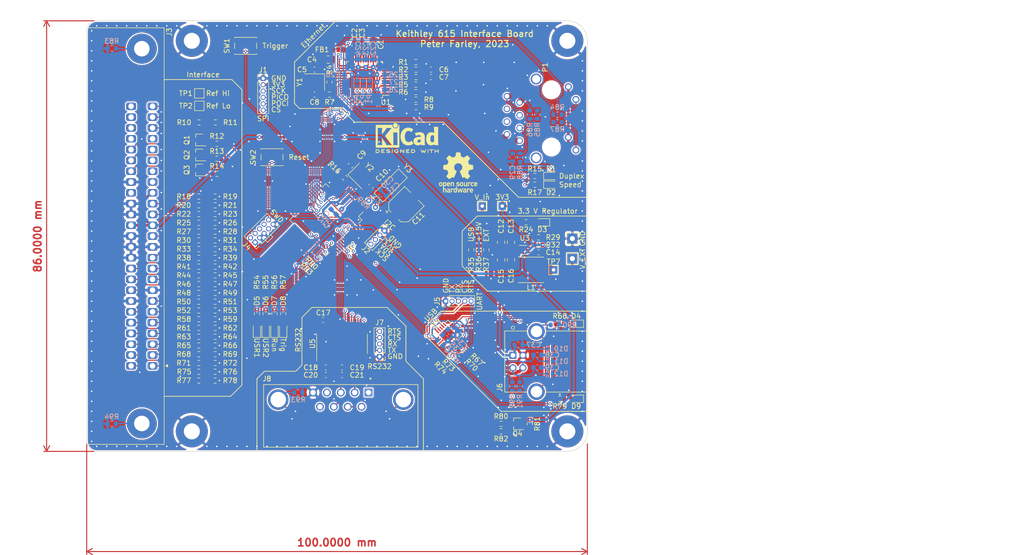
<source format=kicad_pcb>
(kicad_pcb (version 20211014) (generator pcbnew)
  (title_block (title "Keithley 615 Interface Board") (company "Peter Farley"))
  (layers (0 "F.Cu" mixed) (31 "B.Cu" mixed) (34 "B.Paste" user) (35 "F.Paste" user) (36 "B.SilkS" user "B.Silkscreen") (37 "F.SilkS" user "F.Silkscreen") (38 "B.Mask" user) (39 "F.Mask" user) (44 "Edge.Cuts" user))
  (net 0 "")
  (net 1 "GND")
  (net 2 "Net-(C1-Pad2)")
  (net 3 "Net-(C2-Pad2)")
  (net 4 "+3V3")
  (net 5 "Net-(C12-Pad1)")
  (net 6 "Net-(C13-Pad1)")
  (net 7 "Net-(C14-Pad1)")
  (net 8 "Net-(C16-Pad1)")
  (net 9 "Net-(D1-Pad1)")
  (net 10 "Net-(D2-Pad1)")
  (net 11 "/MCU/SWD_SWDIO")
  (net 12 "/MCU/SWD_SWCLK")
  (net 16 "/MCU/NRST")
  (net 20 "Net-(R1-Pad2)")
  (net 21 "Net-(R3-Pad1)")
  (net 22 "Net-(R4-Pad1)")
  (net 23 "Net-(R5-Pad1)")
  (net 24 "Net-(R6-Pad1)")
  (net 25 "Net-(R7-Pad1)")
  (net 26 "Net-(R8-Pad1)")
  (net 27 "Net-(R9-Pad1)")
  (net 28 "Net-(R10-Pad1)")
  (net 29 "Net-(R11-Pad1)")
  (net 35 "/Ethernet Interface/CS")
  (net 36 "/Ethernet Interface/Int")
  (net 37 "/Ethernet Interface/Reset")
  (net 45 "Net-(D3-Pad2)")
  (net 46 "Net-(D4-Pad2)")
  (net 47 "Net-(Q1-Pad1)")
  (net 48 "Net-(J3-Pad45)")
  (net 49 "Net-(Q2-Pad1)")
  (net 50 "Net-(J3-Pad46)")
  (net 51 "Net-(Q3-Pad1)")
  (net 52 "Net-(J3-Pad44)")
  (net 53 "Net-(J3-Pad1)")
  (net 54 "Net-(J3-Pad2)")
  (net 55 "Net-(J3-Pad26)")
  (net 56 "Net-(J3-Pad27)")
  (net 57 "Net-(J3-Pad3)")
  (net 58 "Net-(J3-Pad4)")
  (net 59 "Net-(J3-Pad28)")
  (net 60 "Net-(J3-Pad29)")
  (net 61 "Net-(J3-Pad5)")
  (net 62 "Net-(J3-Pad6)")
  (net 63 "Net-(J3-Pad30)")
  (net 64 "Net-(J3-Pad31)")
  (net 65 "Net-(J3-Pad7)")
  (net 66 "Net-(J3-Pad33)")
  (net 67 "Net-(J3-Pad13)")
  (net 68 "Net-(J3-Pad51)")
  (net 69 "Net-(J3-Pad52)")
  (net 70 "Net-(J3-Pad9)")
  (net 71 "Net-(J3-Pad10)")
  (net 72 "Net-(J3-Pad34)")
  (net 73 "Net-(J3-Pad35)")
  (net 74 "Net-(J3-Pad11)")
  (net 75 "Net-(J3-Pad15)")
  (net 76 "Net-(J3-Pad16)")
  (net 77 "Net-(J3-Pad23)")
  (net 78 "/Ethernet Interface/SCK")
  (net 79 "/Ethernet Interface/POCI")
  (net 80 "/Ethernet Interface/PICO")
  (net 83 "+15V")
  (net 84 "+3.6V")
  (net 89 "/50pin/Ref_Lo")
  (net 90 "/50pin/Ref_Hi")
  (net 91 "-15V")
  (net 96 "Net-(J2-PadSH1)")
  (net 102 "/USB/USBB_D+")
  (net 103 "/USB/USBB_D-")
  (net 104 "/USB/FTDI_RX_LED")
  (net 105 "/USB/FTDI_TX_LED")
  (net 106 "/USB/FTDI_VCC")
  (net 107 "/USB/FTDI_D+")
  (net 108 "/USB/FTDI_D-")
  (net 109 "Net-(C23-Pad1)")
  (net 110 "Net-(C23-Pad2)")
  (net 111 "Net-(C24-Pad1)")
  (net 112 "Net-(C24-Pad2)")
  (net 113 "Net-(C25-Pad1)")
  (net 114 "Net-(C26-Pad1)")
  (net 115 "Net-(J4-Pad0)")
  (net 117 "Net-(J4-Pad2)")
  (net 118 "Net-(J4-Pad3)")
  (net 121 "Net-(J4-Pad7)")
  (net 122 "Net-(J4-Pad8)")
  (net 124 "/Data_1e0")
  (net 125 "/Data_2e0")
  (net 126 "/Data_4e0")
  (net 127 "/Data_8e0")
  (net 128 "/Data_1e1")
  (net 129 "/Data_2e1")
  (net 130 "/Data_4e1")
  (net 131 "/Data_8e1")
  (net 132 "/Data_1e2")
  (net 133 "/Data_2e2")
  (net 134 "/Data_4e2")
  (net 135 "/Data_8e2")
  (net 136 "/Data_1e3")
  (net 137 "/Overload")
  (net 138 "/Polarity")
  (net 139 "/Range_1e0")
  (net 140 "/Range_2e0")
  (net 141 "/Range_4e0")
  (net 142 "/Range_8e0")
  (net 143 "/Range_1e1")
  (net 144 "/Sensitivity_1e0")
  (net 145 "/Sensitivity_2e0")
  (net 146 "/Print_Cmd")
  (net 147 "/Hold2")
  (net 148 "/Trigger")
  (net 149 "/Hold1")
  (net 150 "/MCU/RS232_RTS")
  (net 151 "/MCU/RS232_CTS")
  (net 152 "/MCU/RS232_TX")
  (net 153 "/MCU/RS232_RX")
  (net 154 "/Ethernet Interface/ETH_PORT_RX-")
  (net 155 "/Ethernet Interface/ETH_PORT_CT")
  (net 156 "/Ethernet Interface/ETH_PORT_RX+")
  (net 157 "/Ethernet Interface/ETH_PORT_TX-")
  (net 158 "/Ethernet Interface/ETH_PORT_TX+")
  (net 159 "/Ethernet Interface/ETH_LED_ACT")
  (net 160 "/Ethernet Interface/ETH_LED_LINK")
  (net 161 "/MCU/USB_UART_CTS")
  (net 162 "/MCU/USB_UART_TX")
  (net 163 "/MCU/USB_UART_RTS")
  (net 164 "/MCU/USB_UART_RX")
  (net 165 "/Ethernet Interface/PMODE0")
  (net 166 "/Ethernet Interface/PMODE1")
  (net 167 "/Ethernet Interface/PMODE2")
  (net 168 "Net-(C34-Pad1)")
  (net 169 "/MCU/SPI_CS_USR")
  (net 170 "/MCU/USB_D-")
  (net 171 "/MCU/USB_D+")
  (net 172 "/MCU/I2C_SCK")
  (net 173 "/MCU/I2C_SDA")
  (net 174 "/MCU/VREF+")
  (net 177 "Net-(C31-Pad1)")
  (net 178 "Net-(C32-Pad1)")
  (net 179 "Net-(C33-Pad1)")
  (net 180 "Net-(R79-Pad2)")
  (net 181 "/MCU/USB_PULLUP")
  (net 182 "/Power Supply/V_IN")
  (net 183 "Net-(C36-Pad1)")
  (net 184 "/Power Supply/V_USB")
  (net 185 "/Power Supply/V_EXT")
  (net 186 "Net-(R83-Pad2)")
  (net 188 "/Power Supply/SW_Inductor")
  (net 189 "/Ethernet Interface/W5500_AVDD")
  (net 190 "Net-(D8-Pad2)")
  (net 191 "Net-(Q4-Pad1)")
  (net 192 "Net-(R75-Pad2)")
  (net 193 "Net-(D9-Pad2)")
  (net 194 "Net-(D10-Pad2)")
  (net 195 "Net-(D11-Pad2)")
  (net 196 "Net-(D12-Pad2)")
  (net 197 "/MCU/LED_RUN")
  (net 198 "/MCU/LED_TRIG")
  (net 199 "/MCU/LED_USR1")
  (net 200 "/MCU/LED_USR2")
  (net 201 "/MCU/BTN_TRIG")
  (net 202 "/USB/MCU_USBB_D+")
  (net 203 "/USB/MCU_USBB_D-")
  (footprint "Package_TO_SOT_SMD:SOT-323_SC-70" (layer "F.Cu") (at 126 109.5 180)
    (fp_text reference "Q4")
    (fp_text value "BC856W")
  )
  (footprint "Capacitor_SMD:C_0603_1608Metric" (layer "F.Cu") (at 93.5 34 90)
    (fp_text reference "C2")
    (fp_text value "10nF")
  )
  (footprint "Resistor_SMD:R_0603_1608Metric" (layer "F.Cu") (at 105.75 38.75)
    (fp_text reference "R2")
    (fp_text value "0R")
  )
  (footprint "Connector_PinHeader_1.27mm:PinHeader_1x05_P1.27mm_Vertical" (layer "F.Cu") (at 111.7 85 90)
    (fp_text reference "J5")
    (fp_text value "UART")
  )
  (footprint "Resistor_SMD:R_0603_1608Metric" (layer "F.Cu") (at 62.45 49.3 180)
    (fp_text reference "R10")
    (fp_text value "220k")
  )
  (footprint "Resistor_SMD:R_0603_1608Metric" (layer "F.Cu") (at 65.65 72.85 180)
    (fp_text reference "R31")
    (fp_text value "56k")
  )
  (footprint "Resistor_SMD:R_0603_1608Metric" (layer "F.Cu") (at 62.4 69.35 180)
    (fp_text reference "R25")
    (fp_text value "220k")
  )
  (footprint "Resistor_SMD:R_0603_1608Metric" (layer "F.Cu") (at 65.65 81.6 180)
    (fp_text reference "R47")
    (fp_text value "56k")
  )
  (footprint "Resistor_SMD:R_0603_1608Metric" (layer "F.Cu") (at 66 53.55 180)
    (fp_text reference "R12")
    (fp_text value "10k")
  )
  (footprint "lib:NorComp_112-050-213R001" (layer "F.Cu") (at 48.865 72 90)
    (fp_text reference "J3")
    (fp_text value "Keithley_50-Pin_Connector")
  )
  (footprint "Resistor_SMD:R_0603_1608Metric" (layer "F.Cu") (at 62.4 99.1 180)
    (fp_text reference "R75")
    (fp_text value "220k")
  )
  (footprint "Capacitor_SMD:C_0805_2012Metric" (layer "F.Cu") (at 122.75 76.75 90)
    (fp_text reference "C15")
    (fp_text value "22 uF")
  )
  (footprint "Resistor_SMD:R_0603_1608Metric" (layer "F.Cu") (at 134.5 89.5 180)
    (fp_text reference "R60")
    (fp_text value "1k")
  )
  (footprint "Capacitor_SMD:C_0603_1608Metric" (layer "F.Cu") (at 130.25 75.25)
    (fp_text reference "C14")
    (fp_text value "100 nF")
  )
  (footprint "TestPoint:TestPoint_Pad_1.5x1.5mm" (layer "F.Cu") (at 62.5 43.5 90)
    (fp_text reference "TP1")
    (fp_text value "Ref Hi")
  )
  (footprint "Resistor_SMD:R_0603_1608Metric" (layer "F.Cu") (at 65.65 74.6 180)
    (fp_text reference "R34")
    (fp_text value "56k")
  )
  (footprint "Package_QFP:LQFP-64_10x10mm_P0.5mm" (layer "F.Cu") (at 87.75 68.75 -135)
    (fp_text reference "U2")
    (fp_text value "STM32G0B1RET")
  )
  (footprint "Resistor_SMD:R_0603_1608Metric" (layer "F.Cu") (at 62.412742 93.85 180)
    (fp_text reference "R65")
    (fp_text value "220k")
  )
  (footprint "Symbol:OSHW-Logo_7.5x8mm_SilkScreen" (layer "F.Cu") (at 114.2 59.3)
    (fp_text reference "REF**" hide)
    (fp_text value "OSHW-Logo_7.5x8mm_SilkScreen" hide)
  )
  (footprint "Resistor_SMD:R_0603_1608Metric" (layer "F.Cu") (at 105.75 43.250001)
    (fp_text reference "R6")
    (fp_text value "0R")
  )
  (footprint "Resistor_SMD:R_0603_1608Metric" (layer "F.Cu") (at 130.25 73.75 180)
    (fp_text reference "R32")
    (fp_text value "31.6k")
  )
  (footprint "LED_SMD:LED_0603_1608Metric" (layer "F.Cu") (at 75.749999 90.75 90)
    (fp_text reference "D6")
    (fp_text value "Red")
  )
  (footprint "Resistor_SMD:R_0603_1608Metric" (layer "F.Cu") (at 65.65 85.1 180)
    (fp_text reference "R51")
    (fp_text value "56k")
  )
  (footprint "Button_Switch_SMD:SW_SPST_PTS810" (layer "F.Cu") (at 77 56.25)
    (fp_text reference "SW2")
    (fp_text value "PTS810")
  )
  (footprint "Resistor_SMD:R_0603_1608Metric" (layer "F.Cu") (at 105.750001 44.750001)
    (fp_text reference "R8")
    (fp_text value "49R9")
  )
  (footprint "Resistor_SMD:R_0603_1608Metric" (layer "F.Cu") (at 105.750001 46.250001)
    (fp_text reference "R9")
    (fp_text value "49R9")
  )
  (footprint "Resistor_SMD:R_0603_1608Metric" (layer "F.Cu") (at 65.65 78.1 180)
    (fp_text reference "R42")
    (fp_text value "56k")
  )
  (footprint "Resistor_SMD:R_0603_1608Metric" (layer "F.Cu") (at 65.65 100.85 180)
    (fp_text reference "R78")
    (fp_text value "56k")
  )
  (footprint "Resistor_SMD:R_0603_1608Metric" (layer "F.Cu") (at 62.4 71.1 180)
    (fp_text reference "R27")
    (fp_text value "220k")
  )
  (footprint "Capacitor_SMD:C_0603_1608Metric" (layer "F.Cu") (at 96.78011 62.043256 -135)
    (fp_text reference "C10")
    (fp_text value "12pF")
  )
  (footprint "LED_SMD:LED_0603_1608Metric" (layer "F.Cu") (at 137.75 89.5 180)
    (fp_text reference "D4")
    (fp_text value "Red")
  )
  (footprint "Resistor_SMD:R_0603_1608Metric" (layer "F.Cu") (at 62.4 76.35 180)
    (fp_text reference "R38")
    (fp_text value "220k")
  )
  (footprint "LED_SMD:LED_0603_1608Metric" (layer "F.Cu") (at 132.75 61.75)
    (fp_text reference "D2")
    (fp_text value "Speed")
  )
  (footprint "Capacitor_SMD:C_0805_2012Metric" (layer "F.Cu") (at 124.75 76.75 90)
    (fp_text reference "C16")
    (fp_text value "22 uF")
  )
  (footprint "Resistor_SMD:R_0603_1608Metric" (layer "F.Cu") (at 83.93934 78.56066 135)
    (fp_text reference "R43")
    (fp_text value "27")
  )
  (footprint "LED_SMD:LED_0603_1608Metric" (layer "F.Cu") (at 79.25 90.75 90)
    (fp_text reference "D8")
    (fp_text value "Red")
  )
  (footprint "Resistor_SMD:R_0603_1608Metric" (layer "F.Cu") (at 65.65 90.35 180)
    (fp_text reference "R62")
    (fp_text value "56k")
  )
  (footprint "TestPoint:TestPoint_THTPad_1.5x1.5mm_Drill0.7mm" (layer "F.Cu") (at 133.25 78.75)
    (fp_text reference "TP7")
    (fp_text value "V_Switch")
  )
  (footprint "Symbol:KiCad-Logo2_5mm_SilkScreen" (layer "F.Cu") (at 104 52.4)
    (fp_text reference "REF**" hide)
    (fp_text value "KiCad-Logo2_5mm_SilkScreen" hide)
  )
  (footprint "Resistor_SMD:R_0603_1608Metric" (layer "F.Cu") (at 62.4 86.85 180)
    (fp_text reference "R52")
    (fp_text value "220k")
  )
  (footprint "MountingHole:MountingHole_3.2mm_M3_Pad" (layer "F.Cu") (at 61 111)
    (fp_text reference "H3" hide)
    (fp_text value "MountingHole_Pad")
  )
  (footprint "Resistor_SMD:R_0603_1608Metric" (layer "F.Cu") (at 112.25 97.75 135)
    (fp_text reference "R73")
    (fp_text value "0")
  )
  (footprint "lib:CUI_UJ2-BH-W1-TH" (layer "F.Cu") (at 125.13 95.80925 90)
    (fp_text reference "J6")
    (fp_text value "USB_B")
  )
  (footprint "Package_TO_SOT_SMD:SOT-323_SC-70" (layer "F.Cu") (at 62.5 52.8 180)
    (fp_text reference "Q1")
    (fp_text value "BC848W")
  )
  (footprint "Resistor_SMD:R_0603_1608Metric" (layer "F.Cu") (at 105.75 40.25)
    (fp_text reference "R3")
    (fp_text value "0R")
  )
  (footprint "Button_Switch_SMD:SW_SPST_PTS810" (layer "F.Cu") (at 71.75 34)
    (fp_text reference "SW1")
    (fp_text value "PTS810")
  )
  (footprint "Resistor_SMD:R_0603_1608Metric" (layer "F.Cu") (at 62.4 67.6 180)
    (fp_text reference "R22")
    (fp_text value "220k")
  )
  (footprint "Crystal:Crystal_C26-LF_D2.1mm_L6.5mm_Horizontal" (layer "F.Cu") (at 97.673864 66.260414 135)
    (fp_text reference "Y3")
    (fp_text value "32.768 kHz")
  )
  (footprint "Package_TO_SOT_SMD:SOT-323_SC-70" (layer "F.Cu") (at 62.5 58.8 180)
    (fp_text reference "Q3")
    (fp_text value "BC848W")
  )
  (footprint "Resistor_SMD:R_0603_1608Metric" (layer "F.Cu") (at 65.65 69.35 180)
    (fp_text reference "R26")
    (fp_text value "56k")
  )
  (footprint "Resistor_SMD:R_0603_1608Metric" (layer "F.Cu") (at 128.500001 109.5 90)
    (fp_text reference "R81")
    (fp_text value "180k")
  )
  (footprint "Resistor_SMD:R_0603_1608Metric" (layer "F.Cu") (at 77.499999 87.5 -90)
    (fp_text reference "R56")
    (fp_text value "1.8k")
  )
  (footprint "MountingHole:MountingHole_3.2mm_M3_Pad" (layer "F.Cu") (at 136 33)
    (fp_text reference "H2" hide)
    (fp_text value "MountingHole_Pad")
  )
  (footprint "Capacitor_SMD:CP_Elec_5x5.9" (layer "F.Cu") (at 103.5 66 45)
    (fp_text reference "C11")
    (fp_text value "4.7uF")
  )
  (footprint "Capacitor_SMD:C_0603_1608Metric" (layer "F.Cu") (at 108.75 38.750001)
    (fp_text reference "C6")
    (fp_text value "6.8nF")
  )
  (footprint "Package_SO:SOIC-16_3.9x9.9mm_P1.27mm" (layer "F.Cu") (at 91 93.5 90)
    (fp_text reference "U5")
    (fp_text value "MAX3232")
  )
  (footprint "Resistor_SMD:R_0603_1608Metric" (layer "F.Cu") (at 65.65 99.1 180)
    (fp_text reference "R76")
    (fp_text value "56k")
  )
  (footprint "Connector_PinHeader_1.27mm:PinHeader_1x05_P1.27mm_Vertical" (layer "F.Cu") (at 98.5 96.08 180)
    (fp_text reference "J7")
    (fp_text value "RS232")
  )
  (footprint "Resistor_SMD:R_0603_1608Metric" (layer "F.Cu") (at 62.4 81.6 180)
    (fp_text reference "R46")
    (fp_text value "220k")
  )
  (footprint "Resistor_SMD:R_0603_1608Metric" (layer "F.Cu") (at 65.65 76.35 180)
    (fp_text reference "R39")
    (fp_text value "56k")
  )
  (footprint "MountingHole:MountingHole_3.2mm_M3_Pad" (layer "F.Cu") (at 61 33)
    (fp_text reference "H1" hide)
    (fp_text value "MountingHole_Pad")
  )
  (footprint "Resistor_SMD:R_0603_1608Metric" (layer "F.Cu") (at 62.4 79.85 180)
    (fp_text reference "R44")
    (fp_text value "220k")
  )
  (footprint "LED_SMD:LED_0603_1608Metric" (layer "F.Cu") (at 77.499999 90.75 90)
    (fp_text reference "D7")
    (fp_text value "Red")
  )
  (footprint "Resistor_SMD:R_0603_1608Metric" (layer "F.Cu") (at 118.312503 74.75 90)
    (fp_text reference "R36")
    (fp_text value "0")
  )
  (footprint "Resistor_SMD:R_0603_1608Metric" (layer "F.Cu") (at 62.4 90.35 180)
    (fp_text reference "R61")
    (fp_text value "220k")
  )
  (footprint "Resistor_SMD:R_0603_1608Metric" (layer "F.Cu") (at 65.65 97.35 180)
    (fp_text reference "R72")
    (fp_text value "56k")
  )
  (footprint "Capacitor_SMD:C_0603_1608Metric" (layer "F.Cu") (at 91 99.75 180)
    (fp_text reference "C21")
    (fp_text value "100nF")
  )
  (footprint "Resistor_SMD:R_0603_1608Metric" (layer "F.Cu") (at 62.4 78.1 180)
    (fp_text reference "R41")
    (fp_text value "220k")
  )
  (footprint "Resistor_SMD:R_0603_1608Metric" (layer "F.Cu") (at 62.4 95.6 180)
    (fp_text reference "R68")
    (fp_text value "220k")
  )
  (footprint "Connector_PinHeader_1.27mm:PinHeader_2x05_P1.27mm_Vertical" (layer "F.Cu") (at 73.63882 73.245064 135)
    (fp_text reference "J4")
    (fp_text value "SWD")
  )
  (footprint "Inductor_SMD:L_Taiyo-Yuden_NR-50xx" (layer "F.Cu") (at 128.75 78.75 180)
    (fp_text reference "L1")
    (fp_text value "2.2 uH")
  )
  (footprint "Capacitor_SMD:C_0603_1608Metric" (layer "F.Cu") (at 87.75 98.25)
    (fp_text reference "C18")
    (fp_text value "100nF")
  )
  (footprint "Capacitor_SMD:C_0603_1608Metric" (layer "F.Cu") (at 87.75 99.75)
    (fp_text reference "C20")
    (fp_text value "100nF")
  )
  (footprint "Capacitor_SMD:C_0603_1608Metric" (layer "F.Cu") (at 91 98.25)
    (fp_text reference "C19")
    (fp_text value "100nF")
  )
  (footprint "Resistor_SMD:R_0603_1608Metric" (layer "F.Cu") (at 114.744509 95.597308 135)
    (fp_text reference "R70")
    (fp_text value "27")
  )
  (footprint "Resistor_SMD:R_0603_1608Metric" (layer "F.Cu") (at 134.5 104.5 180)
    (fp_text reference "R79")
    (fp_text value "1k")
  )
  (footprint "Resistor_SMD:R_0603_1608Metric" (layer "F.Cu") (at 65.662742 93.85 180)
    (fp_text reference "R66")
    (fp_text value "56k")
  )
  (footprint "Resistor_SMD:R_0603_1608Metric" (layer "F.Cu") (at 119.812504 74.750001 90)
    (fp_text reference "R37")
    (fp_text value "0")
  )
  (footprint "Resistor_SMD:R_0603_1608Metric" (layer "F.Cu") (at 62.4 100.85 180)
    (fp_text reference "R77")
    (fp_text value "220k")
  )
  (footprint "Resistor_SMD:R_0603_1608Metric" (layer "F.Cu") (at 65.65 79.85 180)
    (fp_text reference "R45")
    (fp_text value "56k")
  )
  (footprint "TestPoint:TestPoint_THTPad_1.5x1.5mm_Drill0.7mm" (layer "F.Cu") (at 119 66 180)
    (fp_text reference "TP3" hide)
    (fp_text value "V_In")
  )
  (footprint "LED_SMD:LED_0603_1608Metric" (layer "F.Cu") (at 131 69.25 180)
    (fp_text reference "D3")
    (fp_text value "Red")
  )
  (footprint "Capacitor_SMD:C_0603_1608Metric" (layer "F.Cu") (at 108.75 40.250001)
    (fp_text reference "C7")
    (fp_text value "6.8nF")
  )
  (footprint "Resistor_SMD:R_0603_1608Metric" (layer "F.Cu") (at 65.65 83.35 180)
    (fp_text reference "R49")
    (fp_text value "56k")
  )
  (footprint "Capacitor_SMD:C_0603_1608Metric" (layer "F.Cu") (at 95.000002 34 90)
    (fp_text reference "C3")
    (fp_text value "4.7uF")
  )
  (footprint "Capacitor_SMD:C_0603_1608Metric" (layer "F.Cu") (at 92.67889 57.942037 45)
    (fp_text reference "C9")
    (fp_text value "12pF")
  )
  (footprint "Package_TO_SOT_SMD:SOT-563" (layer "F.Cu") (at 127.25 74.75)
    (fp_text reference "U3")
    (fp_text value "AP62250Z6")
  )
  (footprint "Capacitor_SMD:C_0805_2012Metric" (layer "F.Cu") (at 124.75 73.25 -90)
    (fp_text reference "C13")
    (fp_text value "10 uF")
  )
  (footprint "Capacitor_SMD:C_0603_1608Metric" (layer "F.Cu") (at 87.25 88.75)
    (fp_text reference "C17")
    (fp_text value "1uF")
  )
  (footprint "Resistor_SMD:R_0603_1608Metric" (layer "F.Cu") (at 116.812503 74.75 90)
    (fp_text reference "R35")
    (fp_text value "0")
  )
  (footprint "Resistor_SMD:R_0603_1608Metric" (layer "F.Cu") (at 129.5 60)
    (fp_text reference "R15")
    (fp_text value "330R")
  )
  (footprint "Resistor_SMD:R_0603_1608Metric" (layer "F.Cu") (at 127.75 69.25 180)
    (fp_text reference "R24")
    (fp_text value "1k")
  )
  (footprint "Resistor_SMD:R_0603_1608Metric" (layer "F.Cu") (at 129.5 61.75)
    (fp_text reference "R17")
    (fp_text value "330R")
  )
  (footprint "Resistor_SMD:R_0603_1608Metric" (layer "F.Cu") (at 91.54752 60.346199 -45)
    (fp_text reference "R16")
    (fp_text value "1.6k")
  )
  (footprint "Resistor_SMD:R_0603_1608Metric" (layer "F.Cu") (at 62.4 88.6 180)
    (fp_text reference "R58")
    (fp_text value "220k")
  )
  (footprint "Connector_PinHeader_1.27mm:PinHeader_1x04_P1.27mm_Vertical" (layer "F.Cu") (at 99.457107 70.921572 -45)
    (fp_text reference "J2")
    (fp_text value "I2C")
  )
  (footprint "Capacitor_SMD:C_0603_1608Metric" (layer "F.Cu") (at 85.500001 43.75 180)
    (fp_text reference "C8")
    (fp_text value "10nF")
  )
  (footprint "LED_SMD:LED_0603_1608Metric" (layer "F.Cu") (at 137.75 104.5 180)
    (fp_text reference "D9")
    (fp_text value "Red")
  )
  (footprint "Resistor_SMD:R_0603_1608Metric" (layer "F.Cu") (at 88.5 41.25 -90)
    (fp_text reference "R4")
    (fp_text value "1M")
  )
  (footprint "Resistor_SMD:R_0603_1608Metric" (layer "F.Cu") (at 65.65 67.6 180)
    (fp_text reference "R23")
    (fp_text value "56k")
  )
  (footprint "Resistor_SMD:R_0603_1608Metric" (layer "F.Cu") (at 79.25 87.500002 -90)
    (fp_text reference "R57")
    (fp_text value "1.8k")
  )
  (footprint "Crystal:Crystal_SMD_3225-4Pin_3.2x2.5mm" (layer "F.Cu") (at 94.7295 59.992647 -45)
    (fp_text reference "Y2")
    (fp_text value "24 MHz")
  )
  (footprint "Resistor_SMD:R_0603_1608Metric" (layer "F.Cu") (at 65.65 86.85 180)
    (fp_text reference "R53")
    (fp_text value "56k")
  )
  (footprint "Resistor_SMD:R_0603_1608Metric" (layer "F.Cu") (at 65.65 95.6 180)
    (fp_text reference "R69")
    (fp_text value "56k")
  )
  (footprint "Resistor_SMD:R_0603_1608Metric" (layer "F.Cu") (at 65.65 64.1 180)
    (fp_text reference "R19")
    (fp_text value "56k")
  )
  (footprint "Inductor_SMD:L_0805_2012Metric" (layer "F.Cu") (at 90.25 34.75)
    (fp_text reference "FB1")
    (fp_text value "1k")
  )
  (footprint "Resistor_SMD:R_0603_1608Metric" (layer "F.Cu") (at 62.4 64.1 180)
    (fp_text reference "R18")
    (fp_text value "220k")
  )
  (footprint "Resistor_SMD:R_0603_1608Metric" (layer "F.Cu") (at 73.999999 87.5 -90)
    (fp_text reference "R54")
    (fp_text value "1.8k")
  )
  (footprint "Resistor_SMD:R_0603_1608Metric" (layer "F.Cu") (at 85 77.5 135)
    (fp_text reference "R40")
    (fp_text value "27")
  )
  (footprint "Resistor_SMD:R_0603_1608Metric" (layer "F.Cu") (at 62.4 83.35 180)
    (fp_text reference "R48")
    (fp_text value "220k")
  )
  (footprint "LED_SMD:LED_0603_1608Metric" (layer "F.Cu") (at 73.999999 90.75 90)
    (fp_text reference "D5")
    (fp_text value "Red")
  )
  (footprint "Resistor_SMD:R_0603_1608Metric" (layer "F.Cu") (at 130.25 72.25)
    (fp_text reference "R29")
    (fp_text value "10k")
  )
  (footprint "Resistor_SMD:R_0603_1608Metric" (layer "F.Cu") (at 62.4 65.85 180)
    (fp_text reference "R20")
    (fp_text value "220k")
  )
  (footprint "Resistor_SMD:R_0603_1608Metric" (layer "F.Cu") (at 75.749999 87.5 -90)
    (fp_text reference "R55")
    (fp_text value "1.8k")
  )
  (footprint "lib:WIZNET_RB1-125BAG1A" (layer "F.Cu") (at 132.816765 48.49921 90)
    (fp_text reference "P1")
    (fp_text value "RB1-125BAG1A")
  )
  (footprint "Connector_PinHeader_1.27mm:PinHeader_1x06_P1.27mm_Vertical" (layer "F.Cu") (at 75.25 40.5)
    (fp_text reference "J1")
    (fp_text value "SPI")
  )
  (footprint "Resistor_SMD:R_0603_1608Metric" (layer "F.Cu") (at 62.4 97.35 180)
    (fp_text reference "R71")
    (fp_text value "220k")
  )
  (footprint "Resistor_SMD:R_0603_1608Metric" (layer "F.Cu") (at 62.4 85.1 180)
    (fp_text reference "R50")
    (fp_text value "220k")
  )
  (footprint "Resistor_SMD:R_0603_1608Metric" (layer "F.Cu") (at 110.659009 98.280329 135)
    (fp_text reference "R74")
    (fp_text value "0")
  )
  (footprint "Resistor_SMD:R_0603_1608Metric" (layer "F.Cu") (at 66 59.55 180)
    (fp_text reference "R14")
    (fp_text value "10k")
  )
  (footprint "Capacitor_SMD:C_0805_2012Metric" (layer "F.Cu") (at 88.25 36.75 180)
    (fp_text reference "C4")
    (fp_text value "10uF")
  )
  (footprint "LED_SMD:LED_0603_1608Metric" (layer "F.Cu") (at 132.749999 60)
    (fp_text reference "D1")
    (fp_text value "Duplex")
  )
  (footprint "Resistor_SMD:R_0603_1608Metric" (layer "F.Cu") (at 62.4 92.1 180)
    (fp_text reference "R63")
    (fp_text value "220k")
  )
  (footprint "Resistor_SMD:R_0603_1608Metric" (layer "F.Cu") (at 62.4 74.6 180)
    (fp_text reference "R33")
    (fp_text value "220k")
  )
  (footprint "Resistor_SMD:R_0603_1608Metric" (layer "F.Cu") (at 65.65 65.85 180)
    (fp_text reference "R21")
    (fp_text value "56k")
  )
  (footprint "TestPoint:TestPoint_THTPad_2.0x2.0mm_Drill1.0mm" (layer "F.Cu") (at 137 72.5 90)
    (fp_text reference "TP5" hide)
    (fp_text value "GND")
  )
  (footprint "Resistor_SMD:R_0603_1608Metric" (layer "F.Cu") (at 105.75 41.750001)
    (fp_text reference "R5")
    (fp_text value "0R")
  )
  (footprint "TestPoint:TestPoint_THTPad_2.0x2.0mm_Drill1.0mm" (layer "F.Cu") (at 137 76.5 90)
    (fp_text reference "TP6" hide)
    (fp_text value "V_EXT")
  )
  (footprint "MountingHole:MountingHole_3.2mm_M3_Pad" (layer "F.Cu") (at 136 111)
    (fp_text reference "H4" hide)
    (fp_text value "MountingHole_Pad")
  )
  (footprint "Capacitor_SMD:C_0805_2012Metric" (layer "F.Cu") (at 122.75 73.25 -90)
    (fp_text reference "C12")
    (fp_text value "10 uF")
  )
  (footprint "Resistor_SMD:R_0603_1608Metric" (layer "F.Cu") (at 62.4 72.85 180)
    (fp_text reference "R30")
    (fp_text value "220k")
  )
  (footprint "Resistor_SMD:R_0603_1608Metric" (layer "F.Cu") (at 65.65 71.1 180)
    (fp_text reference "R28")
    (fp_text value "56k")
  )
  (footprint "Resistor_SMD:R_0603_1608Metric" (layer "F.Cu") (at 115.80517 94.536648 135)
    (fp_text reference "R67")
    (fp_text value "27")
  )
  (footprint "Resistor_SMD:R_0603_1608Metric" (layer "F.Cu") (at 65.65 92.1 180)
    (fp_text reference "R64")
    (fp_text value "56k")
  )
  (footprint "Capacitor_SMD:C_0805_2012Metric" (layer "F.Cu") (at 97.250001 33.75 90)
    (fp_text reference "C1")
    (fp_text value "10uF")
  )
  (footprint "Resistor_SMD:R_0603_1608Metric" (layer "F.Cu") (at 65.7 49.3 180)
    (fp_text reference "R11")
    (fp_text value "56k")
  )
  (footprint "Resistor_SMD:R_0603_1608Metric" (layer "F.Cu") (at 122.750001 111)
    (fp_text reference "R82")
    (fp_text value "10k")
  )
  (footprint "Capacitor_SMD:C_0603_1608Metric" (layer "F.Cu") (at 85.500001 38.75)
    (fp_text reference "C5")
    (fp_text value "10nF")
  )
  (footprint "Resistor_SMD:R_0603_1608Metric" (layer "F.Cu") (at 88.5 43.75)
    (fp_text reference "R7")
    (fp_text value "0R")
  )
  (footprint "TestPoint:TestPoint_THTPad_1.5x1.5mm_Drill0.7mm" (layer "F.Cu") (at 123 66 180)
    (fp_text reference "TP4" hide)
    (fp_text value "3V3")
  )
  (footprint "Resistor_SMD:R_0603_1608Metric" (layer "F.Cu") (at 105.750001 37.250001)
    (fp_text reference "R1")
    (fp_text value "12.4k")
  )
  (footprint "Package_DFN_QFN:QFN-20-1EP_4x4mm_P0.5mm_EP2.5x2.5mm" (layer "F.Cu") (at 112.151006 91.75 45)
    (fp_text reference "U4")
    (fp_text value "FT231XQ")
  )
  (footprint "Resistor_SMD:R_0603_1608Metric" (layer "F.Cu") (at 66 56.55 180)
    (fp_text reference "R13")
    (fp_text value "10k")
  )
  (footprint "Resistor_SMD:R_0603_1608Metric" (layer "F.Cu") (at 122.750001 109.5 180)
    (fp_text reference "R80")
    (fp_text value "0")
  )
  (footprint "TestPoint:TestPoint_Pad_1.5x1.5mm" (layer "F.Cu") (at 62.5 46 90)
    (fp_text reference "TP2")
    (fp_text value "Ref Lo")
  )
  (footprint "Package_QFP:LQFP-48_7x7mm_P0.5mm" (layer "F.Cu") (at 95.5 40.75 180)
    (fp_text reference "U1")
    (fp_text value "W5500")
  )
  (footprint "lib:ASSMANN_A-DF_09_A_KG-T2S" (layer "F.Cu") (at 90.75 104.6625)
    (fp_text reference "J8")
    (fp_text value "DB9_Female_MountingHoles")
  )
  (footprint "Package_TO_SOT_SMD:SOT-323_SC-70" (layer "F.Cu") (at 62.5 55.8 180)
    (fp_text reference "Q2")
    (fp_text value "BC848W")
  )
  (footprint "Resistor_SMD:R_0603_1608Metric" (layer "F.Cu") (at 65.65 88.6 180)
    (fp_text reference "R59")
    (fp_text value "56k")
  )
  (footprint "Crystal:Crystal_SMD_3225-4Pin_3.2x2.5mm" (layer "F.Cu") (at 85.500001 41.25 180)
    (fp_text reference "Y1")
    (fp_text value "25 MHz")
  )
  (footprint "Capacitor_SMD:C_0603_1608Metric" (layer "B.Cu") (at 98.75 41.249999 180)
    (fp_text reference "C27")
    (fp_text value "100nF")
  )
  (footprint "Capacitor_SMD:C_0603_1608Metric" (layer "B.Cu") (at 99.300211 64.563357 45)
    (fp_text reference "C31")
    (fp_text value "22pF")
  )
  (footprint "Resistor_SMD:R_0603_1608Metric" (layer "B.Cu") (at 134 47.75)
    (fp_text reference "R84")
    (fp_text value "330R")
  )
  (footprint "Capacitor_SMD:C_0603_1608Metric" (layer "B.Cu") (at 98.749997 39.75 180)
    (fp_text reference "C25")
    (fp_text value "100nF")
  )
  (footprint "Capacitor_SMD:C_0603_1608Metric" (layer "B.Cu") (at 98.75 42.749998 180)
    (fp_text reference "C28")
    (fp_text value "100nF")
  )
  (footprint "Capacitor_SMD:C_0603_1608Metric" (layer "B.Cu") (at 110.560016 93.34099 -45)
    (fp_text reference "C36")
    (fp_text value "10nF")
  )
  (footprint "Capacitor_SMD:C_0603_1608Metric" (layer "B.Cu") (at 95.75 37.499999 -90)
    (fp_text reference "C23")
    (fp_text value "100nF")
  )
  (footprint "Capacitor_SMD:C_0603_1608Metric" (layer "B.Cu") (at 130 95.75)
    (fp_text reference "C38")
    (fp_text value "47pF")
  )
  (footprint "Capacitor_SMD:C_0603_1608Metric" (layer "B.Cu") (at 112.681336 91.21967 135)
    (fp_text reference "C34")
    (fp_text value "100nF")
  )
  (footprint "Resistor_SMD:R_0603_1608Metric" (layer "B.Cu") (at 126.567804 56.285 90)
    (fp_text reference "R88")
    (fp_text value "10R")
  )
  (footprint "Resistor_SMD:R_0603_1608Metric" (layer "B.Cu") (at 125 102 -90)
    (fp_text reference "R92")
    (fp_text value "1.5k")
  )
  (footprint "lib:0603_solder_jumper" (layer "B.Cu") (at 95.249998 41.499999 -90)
    (fp_text reference "JP2")
    (fp_text value "PMODE1" hide)
  )
  (footprint "Resistor_SMD:R_0603_1608Metric" (layer "B.Cu") (at 128.5 47.75 -90)
    (fp_text reference "R86")
    (fp_text value "49R9")
  )
  (footprint "Capacitor_SMD:C_0603_1608Metric" (layer "B.Cu") (at 97.25 37.5 -90)
    (fp_text reference "C22")
    (fp_text value "100nF")
  )
  (footprint "Capacitor_SMD:C_0603_1608Metric" (layer "B.Cu") (at 92.25 39.75)
    (fp_text reference "C26")
    (fp_text value "100nF")
  )
  (footprint "Resistor_SMD:R_0603_1608Metric" (layer "B.Cu") (at 82.25 103.25)
    (fp_text reference "R93")
    (fp_text value "0")
  )
  (footprint "Capacitor_SMD:C_0603_1608Metric" (layer "B.Cu") (at 130 98.25)
    (fp_text reference "C39")
    (fp_text value "47pF")
  )
  (footprint "lib:0603_solder_jumper" (layer "B.Cu") (at 94.000001 41.5 -90)
    (fp_text reference "JP3")
    (fp_text value "PMODE2" hide)
  )
  (footprint "Diode_SMD:D_0402_1005Metric" (layer "B.Cu") (at 132.5 99.5 180)
    (fp_text reference "D12")
    (fp_text value "PE1605M1Q")
  )
  (footprint "Resistor_SMD:R_0603_1608Metric" (layer "B.Cu") (at 45 34.5 180)
    (fp_text reference "R83")
    (fp_text value "0")
  )
  (footprint "lib:0603_solder_jumper" (layer "B.Cu") (at 96.500001 41.5 -90)
    (fp_text reference "JP1")
    (fp_text value "PMODE0" hide)
  )
  (footprint "Capacitor_SMD:C_0603_1608Metric" (layer "B.Cu") (at 90.401649 67.159009 45)
    (fp_text reference "C33")
    (fp_text value "100nF")
  )
  (footprint "Capacitor_SMD:C_0603_1608Metric" (layer "B.Cu") (at 98.027419 63.290565 45)
    (fp_text reference "C30")
    (fp_text value "22pF")
  )
  (footprint "Resistor_SMD:R_0603_1608Metric" (layer "B.Cu") (at 126.5 102 -90)
    (fp_text reference "R91")
    (fp_text value "1.5k")
  )
  (footprint "Capacitor_SMD:C_0603_1608Metric" (layer "B.Cu") (at 111.620676 92.28033 135)
    (fp_text reference "C35")
    (fp_text value "4.7uF")
  )
  (footprint "Resistor_SMD:R_0603_1608Metric" (layer "B.Cu") (at 134 49.25)
    (fp_text reference "R87")
    (fp_text value "330R")
  )
  (footprint "Capacitor_SMD:C_0603_1608Metric" (layer "B.Cu") (at 94.25 37.499999 -90)
    (fp_text reference "C24")
    (fp_text value "100nF")
  )
  (footprint "Capacitor_SMD:C_0603_1608Metric" (layer "B.Cu") (at 126.25 93.75)
    (fp_text reference "C37")
    (fp_text value "10nF")
  )
  (footprint "Diode_SMD:D_0402_1005Metric" (layer "B.Cu") (at 132.5 97 180)
    (fp_text reference "D11")
    (fp_text value "PE1605M1Q")
  )
  (footprint "Resistor_SMD:R_0603_1608Metric" (layer "B.Cu") (at 93.053299 63.446701 -45)
    (fp_text reference "R89")
    (fp_text value "0")
  )
  (footprint "Capacitor_SMD:C_0603_1608Metric" (layer "B.Cu") (at 125.067806 56.285 90)
    (fp_text reference "C29")
    (fp_text value "6.8nF")
  )
  (footprint "Resistor_SMD:R_0603_1608Metric" (layer "B.Cu") (at 130 47.75 -90)
    (fp_text reference "R85")
    (fp_text value "49R9")
  )
  (footprint "Resistor_SMD:R_0603_1608Metric" (layer "B.Cu") (at 133.5 89.75 180)
    (fp_text reference "R90")
    (fp_text value "0")
  )
  (footprint "Diode_SMD:D_0402_1005Metric" (layer "B.Cu") (at 132.5 94.5 180)
    (fp_text reference "D10")
    (fp_text value "PE1605M1Q")
  )
  (footprint "Capacitor_SMD:C_0603_1608Metric" (layer "B.Cu") (at 89.340989 66.098351 45)
    (fp_text reference "C32")
    (fp_text value "100nF")
  )
  (footprint "Resistor_SMD:R_0603_1608Metric" (layer "B.Cu") (at 45 109.5 180)
    (fp_text reference "R94")
    (fp_text value "0")
  )
  (gr_line (start 74 100.5) (end 74 115) (layer "F.SilkS") (width 0.15))
  (gr_line (start 103.75 97) (end 103.75 90) (layer "F.SilkS") (width 0.15))
  (gr_line (start 83 88.25) (end 83 97.75) (layer "F.SilkS") (width 0.15))
  (gr_line (start 93.5 49.25) (end 90.75 46.5) (layer "F.SilkS") (width 0.15))
  (gr_line (start 85 86.25) (end 83 88.25) (layer "F.SilkS") (width 0.15))
  (gr_line (start 107.75 90) (end 110.75 87) (layer "F.SilkS") (width 0.15))
  (gr_line (start 81.5 45.5) (end 81.5 37.25) (layer "F.SilkS") (width 0.15))
  (gr_line (start 69 40.75) (end 71 42.75) (layer "F.SilkS") (width 0.15))
  (gr_line (start 115 78) (end 115 71) (layer "F.SilkS") (width 0.15))
  (gr_line (start 107.75 92) (end 107.75 90) (layer "F.SilkS") (width 0.15))
  (gr_line (start 120 83) (end 115 78) (layer "F.SilkS") (width 0.15))
  (gr_line (start 140 64.25) (end 126.25 64.25) (layer "F.SilkS") (width 0.15))
  (gr_line (start 121 83) (end 120 83) (layer "F.SilkS") (width 0.15))
  (gr_line (start 90.75 46.5) (end 82.5 46.5) (layer "F.SilkS") (width 0.15))
  (gr_line (start 140 83) (end 122 83) (layer "F.SilkS") (width 0.15))
  (gr_line (start 126.25 64.25) (end 112 50) (layer "F.SilkS") (width 0.15))
  (gr_line (start 103.75 90) (end 100 86.25) (layer "F.SilkS") (width 0.15))
  (gr_line (start 82 98.75) (end 81.75 99) (layer "F.SilkS") (width 0.15))
  (gr_line (start 122 83) (end 121 83) (layer "F.SilkS") (width 0.15))
  (gr_line (start 68.75 104) (end 55.5 104) (layer "F.SilkS") (width 0.15))
  (gr_line (start 81.5 37.25) (end 89.75 29) (layer "F.SilkS") (width 0.15))
  (gr_line (start 110.75 87) (end 140 87) (layer "F.SilkS") (width 0.15))
  (gr_line (start 71 101.75) (end 68.75 104) (layer "F.SilkS") (width 0.15))
  (gr_line (start 81.75 99) (end 75.5 99) (layer "F.SilkS") (width 0.15))
  (gr_line (start 118 68) (end 140 68) (layer "F.SilkS") (width 0.15))
  (gr_line (start 112 50) (end 111.25 49.25) (layer "F.SilkS") (width 0.15))
  (gr_line (start 75.5 99) (end 74 100.5) (layer "F.SilkS") (width 0.15))
  (gr_line (start 100 86.25) (end 85 86.25) (layer "F.SilkS") (width 0.15))
  (gr_line (start 83 97.75) (end 82 98.75) (layer "F.SilkS") (width 0.15))
  (gr_line (start 82.5 46.5) (end 81.5 45.5) (layer "F.SilkS") (width 0.15))
  (gr_line (start 55.5 40.75) (end 69 40.75) (layer "F.SilkS") (width 0.15))
  (gr_line (start 107.25 100.5) (end 103.75 97) (layer "F.SilkS") (width 0.15))
  (gr_line (start 140 107) (end 122.75 107) (layer "F.SilkS") (width 0.15))
  (gr_line (start 115 71) (end 118 68) (layer "F.SilkS") (width 0.15))
  (gr_line (start 71 42.75) (end 71 101.75) (layer "F.SilkS") (width 0.15))
  (gr_line (start 111.25 49.25) (end 93.5 49.25) (layer "F.SilkS") (width 0.15))
  (gr_line (start 107.25 115) (end 107.25 100.5) (layer "F.SilkS") (width 0.15))
  (gr_line (start 122.75 107) (end 107.75 92) (layer "F.SilkS") (width 0.15))
  (gr_arc (start 42 115) (mid 40.585786 114.414214) (end 40 113) (layer "Edge.Cuts") (width 0.1))
  (gr_arc (start 140 111) (mid 138.828427 113.828427) (end 136 115) (layer "Edge.Cuts") (width 0.1))
  (gr_line (start 40 113) (end 40 31) (layer "Edge.Cuts") (width 0.1))
  (gr_line (start 140 33) (end 140 111) (layer "Edge.Cuts") (width 0.1))
  (gr_arc (start 40 31) (mid 40.585786 29.585786) (end 42 29) (layer "Edge.Cuts") (width 0.1))
  (gr_line (start 136 115) (end 42 115) (layer "Edge.Cuts") (width 0.1))
  (gr_arc (start 136 29) (mid 138.828427 30.171573) (end 140 33) (layer "Edge.Cuts") (width 0.1))
  (gr_line (start 42 29) (end 136 29) (layer "Edge.Cuts") (width 0.1))
  (gr_text "GND" (at 100.517767 71.982233 135) (layer "F.SilkS") (effects (font (size 1 1)) (justify right)))
  (gr_text "SCK" (at 97.866116 74.633884 135) (layer "F.SilkS") (effects (font (size 1 1)) (justify right)))
  (gr_text "Trigger" (at 74.999999 34) (layer "F.SilkS") (effects (font (size 1 1)) (justify left)))
  (gr_text "RX" (at 114.25 83.499999 90) (layer "F.SilkS") (effects (font (size 1 1)) (justify left)))
  (gr_text "RX" (at 100 93.53) (layer "F.SilkS") (effects (font (size 1 1)) (justify left)))
  (gr_text "Keithley 615 Interface Board\nPeter Farley, 2023" (at 115.5 32.6) (layer "F.SilkS") (effects (font (size 1.25 1.25) (thickness 0.2))))
  (gr_text "USB" (at 108.75 87.75 45) (layer "F.SilkS") (effects (font (size 1 1))))
  (gr_text "Interface" (at 63.25 39.75) (layer "F.SilkS") (effects (font (size 1 1))))
  (gr_text "GND" (at 100 96.03) (layer "F.SilkS") (effects (font (size 1 1)) (justify left)))
  (gr_text "GND" (at 76.75 40.5) (layer "F.SilkS") (effects (font (size 1 1)) (justify left)))
  (gr_text "GND" (at 111.75 83.499999 90) (layer "F.SilkS") (effects (font (size 1 1)) (justify left)))
  (gr_text "RS232" (at 82.25 92.75 90) (layer "F.SilkS") (effects (font (size 1 1))))
  (gr_text "RTS" (at 116.75 83.499999 90) (layer "F.SilkS") (effects (font (size 1 1)) (justify left)))
  (gr_text "Trig" (at 79.25 92.235 -90) (layer "F.SilkS") (effects (font (size 1 1)) (justify left)))
  (gr_text "TX" (at 113 83.5 90) (layer "F.SilkS") (effects (font (size 1 1)) (justify left)))
  (gr_text "CTS" (at 100 92.28) (layer "F.SilkS") (effects (font (size 1 1)) (justify left)))
  (gr_text "PICO" (at 76.75 44.25) (layer "F.SilkS") (effects (font (size 1 1)) (justify left)))
  (gr_text "CS" (at 76.75 46.75) (layer "F.SilkS") (effects (font (size 1 1)) (justify left)))
  (gr_text "USR1" (at 74 92.235 -90) (layer "F.SilkS") (effects (font (size 1 1)) (justify left)))
  (gr_text "SDA" (at 98.75 73.75 135) (layer "F.SilkS") (effects (font (size 1 1)) (justify right)))
  (gr_text "POCI" (at 76.75 45.5) (layer "F.SilkS") (effects (font (size 1 1)) (justify left)))
  (gr_text "3.3 V Regulator" (at 126 67) (layer "F.SilkS") (effects (font (size 1 1)) (justify left)))
  (gr_text "Reset" (at 80.250001 56.249998) (layer "F.SilkS") (effects (font (size 1 1)) (justify left)))
  (gr_text "+15V" (at 118.312503 73.250001 90) (layer "F.SilkS") (effects (font (size 1 1)) (justify left)))
  (gr_text "3V3" (at 99.633883 72.866117 135) (layer "F.SilkS") (effects (font (size 1 1)) (justify right)))
  (gr_text "EXT" (at 119.812503 73.250001 90) (layer "F.SilkS") (effects (font (size 1 1)) (justify left)))
  (gr_text "RTS" (at 100 91.03) (layer "F.SilkS") (effects (font (size 1 1)) (justify left)))
  (gr_text "Run" (at 77.499999 92.234999 -90) (layer "F.SilkS") (effects (font (size 1 1)) (justify left)))
  (gr_text "3V3" (at 76.75 41.75) (layer "F.SilkS") (effects (font (size 1 1)) (justify left)))
  (gr_text "Ethernet" (at 83 34.25 45) (layer "F.SilkS") (effects (font (size 1 1)) (justify left)))
  (gr_text "SCK" (at 76.75 43) (layer "F.SilkS") (effects (font (size 1 1)) (justify left)))
  (gr_text "CTS" (at 115.5 83.5 90) (layer "F.SilkS") (effects (font (size 1 1)) (justify left)))
  (gr_text "TX" (at 100 94.78) (layer "F.SilkS") (effects (font (size 1 1)) (justify left)))
  (gr_text "USB" (at 116.812503 73.250001 90) (layer "F.SilkS") (effects (font (size 1 1)) (justify left)))
  (gr_text "USR2\n" (at 75.749999 92.234999 -90) (layer "F.SilkS") (effects (font (size 1 1)) (justify left)))
  (dimension (type aligned) (layer "F.Cu") (pts (xy 40 113) (xy 140 113)) (height 21.999999) (gr_text "100.0000 mm" (at 90 133.199999) (layer "F.Cu") (effects (font (size 1.5 1.5) (thickness 0.3)))) (format (units 3) (units_format 1) (precision 4)) (style (thickness 0.2) (arrow_length 1.27) (text_position_mode 0) (extension_height 0.58642) (extension_offset 0.5) keep_text_aligned))
  (dimension (type aligned) (layer "F.Cu") (pts (xy 42 29) (xy 42 115)) (height 9.999999) (gr_text "86.0000 mm" (at 30.200001 72 90) (layer "F.Cu") (effects (font (size 1.5 1.5) (thickness 0.3)))) (format (units 3) (units_format 1) (precision 4)) (style (thickness 0.2) (arrow_length 1.27) (text_position_mode 0) (extension_height 0.58642) (extension_offset 0.5) keep_text_aligned))
  (segment (start 87.825 89.675) (end 87.825 91.025) (width 0.5) (layer "F.Cu") (net 1))
  (segment (start 95.25 35.855025) (end 96 35.105025) (width 0.25) (layer "F.Cu") (net 1))
  (segment (start 94.446657 58.613789) (end 94.552723 58.613789) (width 0.5) (layer "F.Cu") (net 1))
  (segment (start 88.2 38.7) (end 87.5 38.7) (width 0.25) (layer "F.Cu") (net 1))
  (segment (start 84.400001 39.075) (end 84.725 38.75) (width 0.2) (layer "F.Cu") (net 1))
  (segment (start 95.012344 61.371504) (end 94.906277 61.371504) (width 0.5) (layer "F.Cu") (net 1))
  (segment (start 125.1 75.8) (end 124.75 75.8) (width 0.25) (layer "F.Cu") (net 1))
  (segment (start 126.5 75.25) (end 125.65 75.25) (width 0.25) (layer "F.Cu") (net 1))
  (segment (start 98.8 34.617463) (end 98.8 33.7) (width 0.25) (layer "F.Cu") (net 1))
  (segment (start 95.425 33.225) (end 95.000002 33.225) (width 0.25) (layer "F.Cu") (net 1))
  (segment (start 93.226899 57.394029) (end 94.446657 58.613789) (width 0.5) (layer "F.Cu") (net 1))
  (segment (start 86.35 42.1) (end 86.600001 42.1) (width 0.2) (layer "F.Cu") (net 1))
  (segment (start 125.65 75.25) (end 125.1 75.8) (width 0.25) (layer "F.Cu") (net 1))
  (segment (start 91.3375 40) (end 89.5 40) (width 0.25) (layer "F.Cu") (net 1))
  (segment (start 88.025 89.475) (end 87.825 89.675) (width 0.5) (layer "F.Cu") (net 1))
  (segment (start 97.75 35.667463) (end 98.8 34.617463) (width 0.25) (layer "F.Cu") (net 1))
  (segment (start 96.232103 62.591264) (end 95.012344 61.371504) (width 0.5) (layer "F.Cu") (net 1))
  (segment (start 89.5 40) (end 88.2 38.7) (width 0.25) (layer "F.Cu") (net 1))
  (segment (start 86.600001 43.425001) (end 86.275001 43.75) (width 0.2) (layer "F.Cu") (net 1))
  (segment (start 96.75 36.5875) (end 96.75 35.855025) (width 0.25) (layer "F.Cu") (net 1))
  (segment (start 84.65 40.4) (end 86.35 42.1) (width 0.2) (layer "F.Cu") (net 1))
  (segment (start 88.025 88.75) (end 88.025 89.475) (width 0.5) (layer "F.Cu") (net 1))
  (segment (start 96.75 35.855025) (end 96 35.105025) (width 0.25) (layer "F.Cu") (net 1))
  (segment (start 96 35.105025) (end 96 33.8) (width 0.25) (layer "F.Cu") (net 1))
  (segment (start 95.25 36.5875) (end 95.25 35.855025) (width 0.25) (layer "F.Cu") (net 1))
  (segment (start 97.75 36.5875) (end 97.75 35.667463) (width 0.25) (layer "F.Cu") (net 1))
  (segment (start 86.600001 42.1) (end 86.600001 43.425001) (width 0.2) (layer "F.Cu") (net 1))
  (segment (start 84.4 40.400001) (end 84.400001 39.075) (width 0.2) (layer "F.Cu") (net 1))
  (segment (start 96 33.8) (end 95.425 33.225) (width 0.25) (layer "F.Cu") (net 1))
  (segment (start 84.4 40.400001) (end 84.65 40.4) (width 0.2) (layer "F.Cu") (net 1))
  (via (at 122 114) (size 0.6) (drill 0.3) (layers "F.Cu" "B.Cu") (net 1))
  (via (at 92 83.75) (size 0.6) (drill 0.3) (layers "F.Cu" "B.Cu") (net 1))
  (via (at 125.2 45.3) (size 0.6) (drill 0.3) (layers "F.Cu" "B.Cu") (net 1))
  (via (at 94 114) (size 0.6) (drill 0.3) (layers "F.Cu" "B.Cu") (net 1))
  (via (at 51 52.6) (size 0.6) (drill 0.3) (layers "F.Cu" "B.Cu") (net 1))
  (via (at 139 37) (size 0.6) (drill 0.3) (layers "F.Cu" "B.Cu") (net 1))
  (via (at 66.5 72.85) (size 0.6) (drill 0.3) (layers "F.Cu" "B.Cu") (net 1))
  (via (at 76.6 87.5) (size 0.6) (drill 0.3) (layers "F.Cu" "B.Cu") (net 1))
  (via (at 98 114) (size 0.6) (drill 0.3) (layers "F.Cu" "B.Cu") (net 1))
  (via (at 90.1 69.1) (size 0.6) (drill 0.3) (layers "F.Cu" "B.Cu") (net 1))
  (via (at 90.6 88.6) (size 0.6) (drill 0.3) (layers "F.Cu" "B.Cu") (net 1))
  (via (at 128 89.7) (size 0.6) (drill 0.3) (layers "F.Cu" "B.Cu") (net 1))
  (via (at 121.6 89.2) (size 0.6) (drill 0.3) (layers "F.Cu" "B.Cu") (net 1))
  (via (at 66.5 71.1) (size 0.6) (drill 0.3) (layers "F.Cu" "B.Cu") (net 1))
  (via (at 83.6 57.8) (size 0.6) (drill 0.3) (layers "F.Cu" "B.Cu") (net 1))
  (via (at 92 78) (size 0.6) (drill 0.3) (layers "F.Cu" "B.Cu") (net 1))
  (via (at 120.6 61.9) (size 0.6) (drill 0.3) (layers "F.Cu" "B.Cu") (net 1))
  (via (at 101.25 42.25) (size 0.6) (drill 0.3) (layers "F.Cu" "B.Cu") (net 1))
  (via (at 44 114) (size 0.6) (drill 0.3) (layers "F.Cu" "B.Cu") (net 1))
  (via (at 89.5 83.75) (size 0.6) (drill 0.3) (layers "F.Cu" "B.Cu") (net 1))
  (via (at 85.6 91.6) (size 0.6) (drill 0.3) (layers "F.Cu" "B.Cu") (net 1))
  (via (at 89.5 49.7) (size 0.6) (drill 0.3) (layers "F.Cu" "B.Cu") (net 1))
  (via (at 139 87) (size 0.6) (drill 0.3) (layers "F.Cu" "B.Cu") (net 1))
  (via (at 89.4 104.5) (size 0.6) (drill 0.3) (layers "F.Cu" "B.Cu") (net 1))
  (via (at 88.3 57.8) (size 0.6) (drill 0.3) (layers "F.Cu" "B.Cu") (net 1))
  (via (at 72.4 53.1) (size 0.6) (drill 0.3) (layers "F.Cu" "B.Cu") (net 1))
  (via (at 87.5 38.7) (size 0.6) (drill 0.3) (layers "F.Cu" "B.Cu") (net 1))
  (via (at 54.9 54.7) (size 0.6) (drill 0.3) (layers "F.Cu" "B.Cu") (net 1))
  (via (at 66.5 88.6) (size 0.6) (drill 0.3) (layers "F.Cu" "B.Cu") (net 1))
  (via (at 80 30) (size 0.6) (drill 0.3) (layers "F.Cu" "B.Cu") (net 1))
  (via (at 66.5 79.85) (size 0.6) (drill 0.3) (layers "F.Cu" "B.Cu") (net 1))
  (via (at 120 114) (size 0.6) (drill 0.3) (layers "F.Cu" "B.Cu") (net 1))
  (via (at 102.25 87.75) (size 0.6) (drill 0.3) (layers "F.Cu" "B.Cu") (net 1))
  (via (at 139 65) (size 0.6) (drill 0.3) (layers "F.Cu" "B.Cu") (net 1))
  (via (at 139 51) (size 0.6) (drill 0.3) (layers "F.Cu" "B.Cu") (net 1))
  (via (at 56 114) (size 0.6) (drill 0.3) (layers "F.Cu" "B.Cu") (net 1))
  (via (at 74.2 67) (size 0.6) (drill 0.3) (layers "F.Cu" "B.Cu") (net 1))
  (via (at 94.8 53.2) (size 0.6) (drill 0.3) (layers "F.Cu" "B.Cu") (net 1))
  (via (at 96.3 47.5) (size 0.6) (drill 0.3) (layers "F.Cu" "B.Cu") (net 1))
  (via (at 103.7 44.7) (size 0.6) (drill 0.3) (layers "F.Cu" "B.Cu") (net 1))
  (via (at 99 37.25) (size 0.6) (drill 0.3) (layers "F.Cu" "B.Cu") (net 1))
  (via (at 125.7 106.2) (size 0.6) (drill 0.3) (layers "F.Cu" "B.Cu") (net 1))
  (via (at 76 114) (size 0.6) (drill 0.3) (layers "F.Cu" "B.Cu") (net 1))
  (via (at 94.25 39.5) (size 0.6) (drill 0.3) (layers "F.Cu" "B.Cu") (net 1))
  (via (at 134.8 46.6) (size 0.6) (drill 0.3) (layers "F.Cu" "B.Cu") (net 1))
  (via (at 71.1 70.2) (size 0.6) (drill 0.3) (layers "F.Cu" "B.Cu") (net 1))
  (via (at 115.5 97.3) (size 0.6) (drill 0.3) (layers "F.Cu" "B.Cu") (net 1))
  (via (at 139 95) (size 0.6) (drill 0.3) (layers "F.Cu" "B.Cu") (net 1))
  (via (at 136.3 90.6) (size 0.6) (drill 0.3) (layers "F.Cu" "B.Cu") (net 1))
  (via (at 41 81) (size 0.6) (drill 0.3) (layers "F.Cu" "B.Cu") (net 1))
  (via (at 66 114) (size 0.6) (drill 0.3) (layers "F.Cu" "B.Cu") (net 1))
  (via (at 58.7 100) (size 0.6) (drill 0.3) (layers "F.Cu" "B.Cu") (net 1))
  (via (at 135.3 57.9) (size 0.6) (drill 0.3) (layers "F.Cu" "B.Cu") (net 1))
  (via (at 107.75 41.5) (size 0.6) (drill 0.3) (layers "F.Cu" "B.Cu") (net 1))
  (via (at 128.5 44.9) (size 0.6) (drill 0.3) (layers "F.Cu" "B.Cu") (net 1))
  (via (at 113.8 37.3) (size 0.6) (drill 0.3) (layers "F.Cu" "B.Cu") (net 1))
  (via (at 139 63) (size 0.6) (drill 0.3) (layers "F.Cu" "B.Cu") (net 1))
  (via (at 123.4 85.8) (size 0.6) (drill 0.3) (layers "F.Cu" "B.Cu") (net 1))
  (via (at 100.25 90) (size 0.6) (drill 0.3) (layers "F.Cu" "B.Cu") (net 1))
  (via (at 100.5 58.8) (size 0.6) (drill 0.3) (layers "F.Cu" "B.Cu") (net 1))
  (via (at 88.4 70) (size 0.6) (drill 0.3) (layers "F.Cu" "B.Cu") (net 1))
  (via (at 106.6 78.6) (size 0.6) (drill 0.3) (layers "F.Cu" "B.Cu") (net 1))
  (via (at 122.2 60.7) (size 0.6) (drill 0.3) (layers "F.Cu" "B.Cu") (net 1))
  (via (at 41 107) (size 0.6) (drill 0.3) (layers "F.Cu" "B.Cu") (net 1))
  (via (at 139 61) (size 0.6) (drill 0.3) (layers "F.Cu" "B.Cu") (net 1))
  (via (at 119.3 37.3) (size 0.6) (drill 0.3) (layers "F.Cu" "B.Cu") (net 1))
  (via (at 114.3 98.4) (size 0.6) (drill 0.3) (layers "F.Cu" "B.Cu") (net 1))
  (via (at 113.211666 91.75) (size 0.6) (drill 0.3) (layers "F.Cu" "B.Cu") (net 1))
  (via (at 139 93) (size 0.6) (drill 0.3) (layers "F.Cu" "B.Cu") (net 1))
  (via (at 41 31) (size 0.6) (drill 0.3) (layers "F.Cu" "B.Cu") (net 1))
  (via (at 121 75.75) (size 0.6) (drill 0.3) (layers "F.Cu" "B.Cu") (net 1))
  (via (at 86 30) (size 0.6) (drill 0.3) (layers "F.Cu" "B.Cu") (net 1))
  (via (at 104 30) (size 0.6) (drill 0.3) (layers "F.Cu" "B.Cu") (net 1))
  (via (at 124.3 106.2) (size 0.6) (drill 0.3) (layers "F.Cu" "B.Cu") (net 1))
  (via (at 107.8 37.6) (size 0.6) (drill 0.3) (layers "F.Cu" "B.Cu") (net 1))
  (via (at 119.9 63.6) (size 0.6) (drill 0.3) (layers "F.Cu" "B.Cu") (net 1))
  (via (at 79.7 67) (size 0.6) (drill 0.3) (layers "F.Cu" "B.Cu") (net 1))
  (via (at 139 53) (size 0.6) (drill 0.3) (layers "F.Cu" "B.Cu") (net 1))
  (via (at 80.9 79.5) (size 0.6) (drill 0.3) (layers "F.Cu" "B.Cu") (net 1))
  (via (at 66 30) (size 0.6) (drill 0.3) (layers "F.Cu" "B.Cu") (net 1))
  (via (at 92.6 38.7) (size 0.6) (drill 0.3) (layers "F.Cu" "B.Cu") (net 1))
  (via (at 132 114) (size 0.6) (drill 0.3) (layers "F.Cu" "B.Cu") (net 1))
  (via (at 64 30) (size 0.6) (drill 0.3) (layers "F.Cu" "B.Cu") (net 1))
  (via (at 89.3 44.9) (size 0.6) (drill 0.3) (layers "F.Cu" "B.Cu") (net 1))
  (via (at 132.7 106.5) (size 0.6) (drill 0.3) (layers "F.Cu" "B.Cu") (net 1))
  (via (at 76 30) (size 0.6) (drill 0.3) (layers "F.Cu" "B.Cu") (net 1))
  (via (at 96 114) (size 0.6) (drill 0.3) (layers "F.Cu" "B.Cu") (net 1))
  (via (at 84.9 57) (size 0.6) (drill 0.3) (layers "F.Cu" "B.Cu") (net 1))
  (via (at 101.25 39.75) (size 0.6) (drill 0.3) (layers "F.Cu" "B.Cu") (net 1))
  (via (at 93.4 49.3) (size 0.6) (drill 0.3) (layers "F.Cu" "B.Cu") (net 1))
  (via (at 54.9 66.6) (size 0.6) (drill 0.3) (layers "F.Cu" "B.Cu") (net 1))
  (via (at 107.6 89.2) (size 0.6) (drill 0.3) (layers "F.Cu" "B.Cu") (net 1))
  (via (at 41 69) (size 0.6) (drill 0.3) (layers "F.Cu" "B.Cu") (net 1))
  (via (at 122.2 67.9) (size 0.6) (drill 0.3) (layers "F.Cu" "B.Cu") (net 1))
  (via (at 123.5 100.1) (size 0.6) (drill 0.3) (layers "F.Cu" "B.Cu") (net 1))
  (via (at 139 49) (size 0.6) (drill 0.3) (layers "F.Cu" "B.Cu") (net 1))
  (via (at 125.1 33.8) (size 0.6) (drill 0.3) (layers "F.Cu" "B.Cu") (net 1))
  (via (at 66.5 92.1) (size 0.6) (drill 0.3) (layers "F.Cu" "B.Cu") (net 1))
  (via (at 96 30) (size 0.6) (drill 0.3) (layers "F.Cu" "B.Cu") (net 1))
  (via (at 78.9 53.1) (size 0.6) (drill 0.3) (layers "F.Cu" "B.Cu") (net 1))
  (via (at 139 57) (size 0.6) (drill 0.3) (layers "F.Cu" "B.Cu") (net 1))
  (via (at 131.6 48.2) (size 0.6) (drill 0.3) (layers "F.Cu" "B.Cu") (net 1))
  (via (at 94.3 68.7) (size 0.6) (drill 0.3) (layers "F.Cu" "B.Cu") (net 1))
  (via (at 139 91) (size 0.6) (drill 0.3) (layers "F.Cu" "B.Cu") (net 1))
  (via (at 126 31.9) (size 0.6) (drill 0.3) (layers "F.Cu" "B.Cu") (net 1))
  (via (at 41 37) (size 0.6) (drill 0.3) (layers "F.Cu" "B.Cu") (net 1))
  (via (at 100.1 62.5) (size 0.6) (drill 0.3) (layers "F.Cu" "B.Cu") (net 1))
  (via (at 122.7 58.7) (size 0.6) (drill 0.3) (layers "F.Cu" "B.Cu") (net 1))
  (via (at 116 114) (size 0.6) (drill 0.3) (layers "F.Cu" "B.Cu") (net 1))
  (via (at 90.1 59.1) (size 0.6) (drill 0.3) (layers "F.Cu" "B.Cu") (net 1))
  (via (at 41 111) (size 0.6) (drill 0.3) (layers "F.Cu" "B.Cu") (net 1))
  (via (at 125.3 111.5) (size 0.6) (drill 0.3) (layers "F.Cu" "B.Cu") (net 1))
  (via (at 86.6 53.1) (size 0.6) (drill 0.3) (layers "F.Cu" "B.Cu") (net 1))
  (via (at 58 30) (size 0.6) (drill 0.3) (layers "F.Cu" "B.Cu") (net 1))
  (via (at 131.3 106.2) (size 0.6) (drill 0.3) (layers "F.Cu" "B.Cu") (net 1))
  (via (at 41 87) (size 0.6) (drill 0.3) (layers "F.Cu" "B.Cu") (net 1))
  (via (at 66.5 97.35) (size 0.6) (drill 0.3) (layers "F.Cu" "B.Cu") (net 1))
  (via (at 83.8 66.9) (size 0.6) (drill 0.3) (layers "F.Cu" "B.Cu") (net 1))
  (via (at 133.7 80.6) (size 0.6) (drill 0.3) (layers "F.Cu" "B.Cu") (net 1))
  (via (at 54.9 47.2) (size 0.6) (drill 0.3) (layers "F.Cu" "B.Cu") (net 1))
  (via (at 41 93) (size 0.6) (drill 0.3) (layers "F.Cu" "B.Cu") (net 1))
  (via (at 66.5 85.1) (size 0.6) (drill 0.3) (layers "F.Cu" "B.Cu") (net 1))
  (via (at 133.25 92) (size 0.6) (drill 0.3) (layers "F.Cu" "B.Cu") (net 1))
  (via (at 118 30) (size 0.6) (drill 0.3) (layers "F.Cu" "B.Cu") (net 1))
  (via (at 114 30) (size 0.6) (drill 0.3) (layers "F.Cu" "B.Cu") (net 1))
  (via (at 44 30) (size 0.6) (drill 0.3) (layers "F.Cu" "B.Cu") (net 1))
  (via (at 120.25 55.25) (size 0.6) (drill 0.3) (layers "F.Cu" "B.Cu") (net 1))
  (via (at 72.5 44.6) (size 0.6) (drill 0.3) (layers "F.Cu" "B.Cu") (net 1))
  (via (at 96.6 96.3) (size 0.6) (drill 0.3) (layers "F.Cu" "B.Cu") (net 1))
  (via (at 83.3 69) (size 0.6) (drill 0.3) (layers "F.Cu" "B.Cu") (net 1))
  (via (at 86.6 55.4) (size 0.6) (drill 0.3) (layers "F.Cu" "B.Cu") (net 1))
  (via (at 54.9 59) (size 0.6) (drill 0.3) (layers "F.Cu" "B.Cu") (net 1))
  (via (at 139 47) (size 0.6) (drill 0.3) (layers "F.Cu" "B.Cu") (net 1))
  (via (at 41 89) (size 0.6) (drill 0.3) (layers "F.Cu" "B.Cu") (net 1))
  (via (at 128 39.9) (size 0.6) (drill 0.3) (layers "F.Cu" "B.Cu") (net 1))
  (via (at 98.7 66.9) (size 0.6) (drill 0.3) (layers "F.Cu" "B.Cu") (net 1))
  (via (at 98.8 33.7) (size 0.6) (drill 0.3) (layers "F.Cu" "B.Cu") (net 1))
  (via (at 124.5 67.25) (size 0.6) (drill 0.3) (layers "F.Cu" "B.Cu") (net 1))
  (via (at 97.25 82.75) (size 0.6) (drill 0.3) (layers "F.Cu" "B.Cu") (net 1))
  (via (at 41 67) (size 0.6) (drill 0.3) (layers "F.Cu" "B.Cu") (net 1))
  (via (at 124 30) (size 0.6) (drill 0.3) (layers "F.Cu" "B.Cu") (net 1))
  (via (at 116 30) (size 0.6) (drill 0.3) (layers "F.Cu" "B.Cu") (net 1))
  (via (at 139 81) (size 0.6) (drill 0.3) (layers "F.Cu" "B.Cu") (net 1))
  (via (at 124 42.5) (size 0.6) (drill 0.3) (layers "F.Cu" "B.Cu") (net 1))
  (via (at 118 114) (size 0.6) (drill 0.3) (layers "F.Cu" "B.Cu") (net 1))
  (via (at 75.9 47.9) (size 0.6) (drill 0.3) (layers "F.Cu" "B.Cu") (net 1))
  (via (at 41 85) (size 0.6) (drill 0.3) (layers "F.Cu" "B.Cu") (net 1))
  (via (at 126 30) (size 0.6) (drill 0.3) (layers "F.Cu" "B.Cu") (net 1))
  (via (at 131.3 107.8) (size 0.6) (drill 0.3) (layers "F.Cu" "B.Cu") (net 1))
  (via (at 41 75) (size 0.6) (drill 0.3) (layers "F.Cu" "B.Cu") (net 1))
  (via (at 117.5 91.4) (size 0.6) (drill 0.3) (layers "F.Cu" "B.Cu") (net 1))
  (via (at 80 114) (size 0.6) (drill 0.3) (layers "F.Cu" "B.Cu") (net 1))
  (via (at 96.5 39.5) (size 0.6) (drill 0.3) (layers "F.Cu" "B.Cu") (net 1))
  (via (at 41 47) (size 0.6) (drill 0.3) (layers "F.Cu" "B.Cu") (net 1))
  (via (at 66.5 69.35) (size 0.6) (drill 0.3) (layers "F.Cu" "B.Cu") (net 1))
  (via (at 98 30) (size 0.6) (drill 0.3) (layers "F.Cu" "B.Cu") (net 1))
  (via (at 119.5 47.5) (size 0.6) (drill 0.3) (layers "F.Cu" "B.Cu") (net 1))
  (via (at 112 114) (size 0.6) (drill 0.3) (layers "F.Cu" "B.Cu") (net 1))
  (via (at 62.6 60.4) (size 0.6) (drill 0.3) (layers "F.Cu" "B.Cu") (net 1))
  (via (at 98.8 31.8) (size 0.6) (drill 0.3) (layers "F.Cu" "B.Cu") (net 1))
  (via (at 94 83.75) (size 0.6) (drill 0.3) (layers "F.Cu" "B.Cu") (net 1))
  (via (at 130.6 65.1) (size 0.6) (drill 0.3) (layers "F.Cu" "B.Cu") (net 1))
  (via (at 41 103) (size 0.6) (drill 0.3) (layers "F.Cu" "B.Cu") (net 1))
  (via (at 124 114) (size 0.6) (drill 0.3) (layers "F.Cu" "B.Cu") (net 1))
  (via (at 128.3 51) (size 0.6) (drill 0.3) (layers "F.Cu" "B.Cu") (net 1))
  (via (at 122.2 106.2) (size 0.6) (drill 0.3) (layers "F.Cu" "B.Cu") (net 1))
  (via (at 124.4 65) (size 0.6) (drill 0.3) (layers "F.Cu" "B.Cu") (net 1))
  (via (at 110 114) (size 0.6) (drill 0.3) (layers "F.Cu" "B.Cu") (net 1))
  (via (at 139 71) (size 0.6) (drill 0.3) (layers "F.Cu" "B.Cu") (net 1))
  (via (at 130 114) (size 0.6) (drill 0.3) (layers "F.Cu" "B.Cu") (net 1))
  (via (at 108 114) (size 0.6) (drill 0.3) (layers "F.Cu" "B.Cu") (net 1))
  (via (at 136.9 87.3) (size 0.6) (drill 0.3) (layers "F.Cu" "B.Cu") (net 1))
  (via (at 80 83.7) (size 0.6) (drill 0.3) (layers "F.Cu" "B.Cu") (net 1))
  (via (at 108.5 49.7) (size 0.6) (drill 0.3) (layers "F.Cu" "B.Cu") (net 1))
  (via (at 99.4 44.9) (size 0.6) (drill 0.3) (layers "F.Cu" "B.Cu") (net 1))
  (via (at 117.4 72.2) (size 0.6) (drill 0.3) (layers "F.Cu" "B.Cu") (net 1))
  (via (at 139 97) (size 0.6) (drill 0.3) (layers "F.Cu" "B.Cu") (net 1))
  (via (at 130.75 93.25) (size 0.6) (drill 0.3) (layers "F.Cu" "B.Cu") (net 1))
  (via (at 117.2 94.3) (size 0.6) (drill 0.3) (layers "F.Cu" "B.Cu") (net 1))
  (via (at 81.6 47.6) (size 0.6) (drill 0.3) (layers "F.Cu" "B.Cu") (net 1))
  (via (at 66.5 93.85) (size 0.6) (drill 0.3) (layers "F.Cu" "B.Cu") (net 1))
  (via (at 127.7 56.3) (size 0.6) (drill 0.3) (layers "F.Cu" "B.Cu") (net 1))
  (via (at 112 30) (size 0.6) (drill 0.3) (layers "F.Cu" "B.Cu") (net 1))
  (via (at 112 94.75) (size 0.6) (drill 0.3) (layers "F.Cu" "B.Cu") (net 1))
  (via (at 84 30) (size 0.6) (drill 0.3) (layers "F.Cu" "B.Cu") (net 1))
  (via (at 89.5 53.1) (size 0.6) (drill 0.3) (layers "F.Cu" "B.Cu") (net 1))
  (via (at 135.2 50.7) (size 0.6) (drill 0.3) (layers "F.Cu" "B.Cu") (net 1))
  (via (at 88.5 61.3) (size 0.6) (drill 0.3) (layers "F.Cu" "B.Cu") (net 1))
  (via (at 125.25 47.25) (size 0.6) (drill 0.3) (layers "F.Cu" "B.Cu") (net 1))
  (via (at 70.7 54.8) (size 0.6) (drill 0.3) (layers "F.Cu" "B.Cu") (net 1))
  (via (at 132.6 63) (size 0.6) (drill 0.3) (layers "F.Cu" "B.Cu") (net 1))
  (via (at 41 105) (size 0.6) (drill 0.3) (layers "F.Cu" "B.Cu") (net 1))
  (via (at 86.6 50.7) (size 0.6) (drill 0.3) (layers "F.Cu" "B.Cu") (net 1))
  (via (at 96.6 91.1) (size 0.6) (drill 0.3) (layers "F.Cu" "B.Cu") (net 1))
  (via (at 41 57) (size 0.6) (drill 0.3) (layers "F.Cu" "B.Cu") (net 1))
  (via (at 41 43) (size 0.6) (drill 0.3) (layers "F.Cu" "B.Cu") (net 1))
  (via (at 103.9 47.5) (size 0.6) (drill 0.3) (layers "F.Cu" "B.Cu") (net 1))
  (via (at 128 30) (size 0.6) (drill 0.3) (layers "F.Cu" "B.Cu") (net 1))
  (via (at 101.2 38.2) (size 0.6) (drill 0.3) (layers "F.Cu" "B.Cu") (net 1))
  (via (at 130 30) (size 0.6) (drill 0.3) (layers "F.Cu" "B.Cu") (net 1))
  (via (at 106 114) (size 0.6) (drill 0.3) (layers "F.Cu" "B.Cu") (net 1))
  (via (at 48 114) (size 0.6) (drill 0.3) (layers "F.Cu" "B.Cu") (net 1))
  (via (at 108 93.5) (size 0.6) (drill 0.3) (layers "F.Cu" "B.Cu") (net 1))
  (via (at 87.8 93.1) (size 0.6) (drill 0.3) (layers "F.Cu" "B.Cu") (net 1))
  (via (at 129.7 99.8) (size 0.6) (drill 0.3) (layers "F.Cu" "B.Cu") (net 1))
  (via (at 127.5 73.25) (size 0.6) (drill 0.3) (layers "F.Cu" "B.Cu") (net 1))
  (via (at 139 43) (size 0.6) (drill 0.3) (layers "F.Cu" "B.Cu") (net 1))
  (via (at 82.8 90.5) (size 0.6) (drill 0.3) (layers "F.Cu" "B.Cu") (net 1))
  (via (at 107.75 43.25) (size 0.6) (drill 0.3) (layers "F.Cu" "B.Cu") (net 1))
  (via (at 127.1 60.9) (size 0.6) (drill 0.3) (layers "F.Cu" "B.Cu") (net 1))
  (via (at 66.5 95.6) (size 0.6) (drill 0.3) (layers "F.Cu" "B.Cu") (net 1))
  (via (at 82.2 92.5) (size 0.6) (drill 0.3) (layers "F.Cu" "B.Cu") (net 1))
  (via (at 70 114) (size 0.6) (drill 0.3) (layers "F.Cu" "B.Cu") (net 1))
  (via (at 134.4 63.9) (size 0.6) (drill 0.3) (layers "F.Cu" "B.Cu") (net 1))
  (via (at 85.2 35.7) (size 0.6) (drill 0.3) (layers "F.Cu" "B.Cu") (net 1))
  (via (at 83.8 61.6) (size 0.6) (drill 0.3) (layers "F.Cu" "B.Cu") (net 1))
  (via (at 54.9 56.9) (size 0.6) (drill 0.3) (layers "F.Cu" "B.Cu") (net 1))
  (via (at 41 53) (size 0.6) (drill 0.3) (layers "F.Cu" "B.Cu") (net 1))
  (via (at 76.7 42.6) (size 0.6) (drill 0.3) (layers "F.Cu" "B.Cu") (net 1))
  (via (at 84 114) (size 0.6) (drill 0.3) (layers "F.Cu" "B.Cu") (net 1))
  (via (at 111.2 49.7) (size 0.6) (drill 0.3) (layers "F.Cu" "B.Cu") (net 1))
  (via (at 90 114) (size 0.6) (drill 0.3) (layers "F.Cu" "B.Cu") (net 1))
  (via (at 41 79) (size 0.6) (drill 0.3) (layers "F.Cu" "B.Cu") (net 1))
  (via (at 139 73) (size 0.6) (drill 0.3) (layers "F.Cu" "B.Cu") (net 1))
  (via (at 62.8 63) (size 0.6) (drill 0.3) (layers "F.Cu" "B.Cu") (net 1))
  (via (at 89.4 101) (size 0.6) (drill 0.3) (layers "F.Cu" "B.Cu") (net 1))
  (via (at 108 30) (size 0.6) (drill 0.3) (layers "F.Cu" "B.Cu") (net 1))
  (via (at 131.4 66.9) (size 0.6) (drill 0.3) (layers "F.Cu" "B.Cu") (net 1))
  (via (at 88 30) (size 0.6) (drill 0.3) (layers "F.Cu" "B.Cu") (net 1))
  (via (at 90 30) (size 0.6) (drill 0.3) (layers "F.Cu" "B.Cu") (net 1))
  (via (at 102 30) (size 0.6) (drill 0.3) (layers "F.Cu" "B.Cu") (net 1))
  (via (at 125.4 37.3) (size 0.6) (drill 0.3) (layers "F.Cu" "B.Cu") (net 1))
  (via (at 92 114) (size 0.6) (drill 0.3) (layers "F.Cu" "B.Cu") (net 1))
  (via (at 115.9 78.3) (size 0.6) (drill 0.3) (layers "F.Cu" "B.Cu") (net 1))
  (via (at 72 96.4) (size 0.6) (drill 0.3) (layers "F.Cu" "B.Cu") (net 1))
  (via (at 52 114) (size 0.6) (drill 0.3) (layers "F.Cu" "B.Cu") (net 1))
  (via (at 98.4 53.2) (size 0.6) (drill 0.3) (layers "F.Cu" "B.Cu") (net 1))
  (via (at 122 30) (size 0.6) (drill 0.3) (layers "F.Cu" "B.Cu") (net 1))
  (via (at 74 114) (size 0.6) (drill 0.3) (layers "F.Cu" "B.Cu") (net 1))
  (via (at 93.8 62.6) (size 0.6) (drill 0.3) (layers "F.Cu" "B.Cu") (net 1))
  (via (at 102 114) (size 0.6) (drill 0.3) (layers "F.Cu" "B.Cu") (net 1))
  (via (at 84.3 33.9) (size 0.6) (drill 0.3) (layers "F.Cu" "B.Cu") (net 1))
  (via (at 122.2 83.1) (size 0.6) (drill 0.3) (layers "F.Cu" "B.Cu") (net 1))
  (via (at 123.7 96.7) (size 0.6) (drill 0.3) (layers "F.Cu" "B.Cu") (net 1))
  (via (at 139 69) (size 0.6) (drill 0.3) (layers "F.Cu" "B.Cu") (net 1))
  (via (at 41 41) (size 0.6) (drill 0.3) (layers "F.Cu" "B.Cu") (net 1))
  (via (at 78 114) (size 0.6) (drill 0.3) (layers "F.Cu" "B.Cu") (net 1))
  (via (at 66.5 81.6) (size 0.6) (drill 0.3) (layers "F.Cu" "B.Cu") (net 1))
  (via (at 66.5 83.35) (size 0.6) (drill 0.3) (layers "F.Cu" "B.Cu") (net 1))
  (via (at 82.9 74.8) (size 0.6) (drill 0.3) (layers "F.Cu" "B.Cu") (net 1))
  (via (at 80.6 50.1) (size 0.6) (drill 0.3) (layers "F.Cu" "B.Cu") (net 1))
  (via (at 48 30) (size 0.6) (drill 0.3) (layers "F.Cu" "B.Cu") (net 1))
  (via (at 121.6 92.8) (size 0.6) (drill 0.3) (layers "F.Cu" "B.Cu") (net 1))
  (via (at 91.5 31.9) (size 0.6) (drill 0.3) (layers "F.Cu" "B.Cu") (net 1))
  (via (at 86 114) (size 0.6) (drill 0.3) (layers "F.Cu" "B.Cu") (net 1))
  (via (at 41 113) (size 0.6) (drill 0.3) (layers "F.Cu" "B.Cu") (net 1))
  (via (at 131.5 57.1) (size 0.6) (drill 0.3) (layers "F.Cu" "B.Cu") (net 1))
  (via (at 54.9 63.3) (size 0.6) (drill 0.3) (layers "F.Cu" "B.Cu") (net 1))
  (via (at 41 65) (size 0.6) (drill 0.3) (layers "F.Cu" "B.Cu") (net 1))
  (via (at 66.5 86.85) (size 0.6) (drill 0.3) (layers "F.Cu" "B.Cu") (net 1))
  (via (at 50 114) (size 0.6) (drill 0.3) (layers "F.Cu" "B.Cu") (net 1))
  (via (at 99.8 107) (size 0.6) (drill 0.3) (layers "F.Cu" "B.Cu") (net 1))
  (via (at 94.3 72.4) (size 0.6) (drill 0.3) (layers "F.Cu" "B.Cu") (net 1))
  (via (at 132.2 74.3) (size 0.6) (drill 0.3) (layers "F.Cu" "B.Cu") (net 1))
  (via (at 139 79) (size 0.6) (drill 0.3) (layers "F.Cu" "B.Cu") (net 1))
  (via (at 69.1 58.1) (size 0.6) (drill 0.3) (layers "F.Cu" "B.Cu") (net 1))
  (via (at 92 30) (size 0.6) (drill 0.3) (layers "F.Cu" "B.Cu") (net 1))
  (via (at 94.75 80.75) (size 0.6) (drill 0.3) (layers "F.Cu" "B.Cu") (net 1))
  (via (at 127 54.25) (size 0.6) (drill 0.3) (layers "F.Cu" "B.Cu") (net 1))
  (via (at 77.1 67) (size 0.6) (drill 0.3) (layers "F.Cu" "B.Cu") (net 1))
  (via (at 89.5 80.75) (size 0.6) (drill 0.3) (layers "F.Cu" "B.Cu") (net 1))
  (via (at 72.1 84.7) (size 0.6) (drill 0.3) (layers "F.Cu" "B.Cu") (net 1))
  (via (at 132 30) (size 0.6) (drill 0.3) (layers "F.Cu" "B.Cu") (net 1))
  (via (at 41 77) (size 0.6) (drill 0.3) (layers "F.Cu" "B.Cu") (net 1))
  (via (at 95.6 51.4) (size 0.6) (drill 0.3) (layers "F.Cu" "B.Cu") (net 1))
  (via (at 41 83) (size 0.6) (drill 0.3) (layers "F.Cu" "B.Cu") (net 1))
  (via (at 54 30) (size 0.6) (drill 0.3) (layers "F.Cu" "B.Cu") (net 1))
  (via (at 82 114) (size 0.6) (drill 0.3) (layers "F.Cu" "B.Cu") (net 1))
  (via (at 81 108.5) (size 0.6) (drill 0.3) (layers "F.Cu" "B.Cu") (net 1))
  (via (at 139 59) (size 0.6) (drill 0.3) (layers "F.Cu" "B.Cu") (net 1))
  (via (at 139 99) (size 0.6) (drill 0.3) (layers "F.Cu" "B.Cu") (net 1))
  (via (at 41 97) (size 0.6) (drill 0.3) (layers "F.Cu" "B.Cu") (net 1))
  (via (at 94 30) (size 0.6) (drill 0.3) (layers "F.Cu" "B.Cu") (net 1))
  (via (at 42 114) (size 0.6) (drill 0.3) (layers "F.Cu" "B.Cu") (net 1))
  (via (at 106 80.4) (size 0.6) (drill 0.3) (layers "F.Cu" "B.Cu") (net 1))
  (via (at 108.25 96.5) (size 0.6) (drill 0.3) (layers "F.Cu" "B.Cu") (net 1))
  (via (at 46 30) (size 0.6) (drill 0.3) (layers "F.Cu" "B.Cu") (net 1))
  (via (at 41 49) (size 0.6) (drill 0.3) (layers "F.Cu" "B.Cu") (net 1))
  (via (at 54.9 70.9) (size 0.6) (drill 0.3) (layers "F.Cu" "B.Cu") (net 1))
  (via (at 79.9 68.5) (size 0.6) (drill 0.3) (layers "F.Cu" "B.Cu") (net 1))
  (via (at 112.151006 92.81066) (size 0.6) (drill 0.3) (layers "F.Cu" "B.Cu") (net 1))
  (via (at 130.3 38.9) (size 0.6) (drill 0.3) (layers "F.Cu" "B.Cu") (net 1))
  (via (at 73.6 57.8) (size 0.6) (drill 0.3) (layers "F.Cu" "B.Cu") (net 1))
  (via (at 41 99) (size 0.6) (drill 0.3) (layers "F.Cu" "B.Cu") (net 1))
  (via (at 89.25 72) (size 0.6) (drill 0.3) (layers "F.Cu" "B.Cu") (net 1))
  (via (at 106.25 96) (size 0.6) (drill 0.3) (layers "F.Cu" "B.Cu") (net 1))
  (via (at 139 103) (size 0.6) (drill 0.3) (layers "F.Cu" "B.Cu") (net 1))
  (via (at 131.1 58.9) (size 0.6) (drill 0.3) (layers "F.Cu" "B.Cu") (net 1))
  (via (at 56 30) (size 0.6) (drill 0.3) (layers "F.Cu" "B.Cu") (net 1))
  (via (at 120.75 80.5) (size 0.6) (drill 0.3) (layers "F.Cu" "B.Cu") (net 1))
  (via (at 139 85) (size 0.6) (drill 0.3) (layers "F.Cu" "B.Cu") (net 1))
  (via (at 74 30) (size 0.6) (drill 0.3) (layers "F.Cu" "B.Cu") (net 1))
  (via (at 118.2 82.7) (size 0.6) (drill 0.3) (layers "F.Cu" "B.Cu") (net 1))
  (via (at 50 30) (size 0.6) (drill 0.3) (layers "F.Cu" "B.Cu") (net 1))
  (via (at 88 114) (size 0.6) (drill 0.3) (layers "F.Cu" "B.Cu") (net 1))
  (via (at 95.9 101.8) (size 0.6) (drill 0.3) (layers "F.Cu" "B.Cu") (net 1))
  (via (at 81 53.1) (size 0.6) (drill 0.3) (layers "F.Cu" "B.Cu") (net 1))
  (via (at 71.1 45.4) (size 0.6) (drill 0.3) (layers "F.Cu" "B.Cu") (net 1))
  (via (at 73.4 76.6) (size 0.6) (drill 0.3) (layers "F.Cu" "B.Cu") (net 1))
  (via (at 86.6 77.4) (size 0.6) (drill 0.3) (layers "F.Cu" "B.Cu") (net 1))
  (via (at 54.9 51.5) (size 0.6) (drill 0.3) (layers "F.Cu" "B.Cu") (net 1))
  (via (at 119.9 69.5) (size 0.6) (drill 0.3) (layers "F.Cu" "B.Cu") (net 1))
  (via (at 41 101) (size 0.6) (drill 0.3) (layers "F.Cu" "B.Cu") (net 1))
  (via (at 41 51) (size 0.6) (drill 0.3) (layers "F.Cu" "B.Cu") (net 1))
  (via (at 139 107) (size 0.6) (drill 0.3) (layers "F.Cu" "B.Cu") (net 1))
  (via (at 118.2 100) (size 0.6) (drill 0.3) (layers "F.Cu" "B.Cu") (net 1))
  (via (at 139 101) (size 0.6) (drill 0.3) (layers "F.Cu" "B.Cu") (net 1))
  (via (at 139 77) (size 0.6) (drill 0.3) (layers "F.Cu" "B.Cu") (net 1))
  (via (at 105.9 49.7) (size 0.6) (drill 0.3) (layers "F.Cu" "B.Cu") (net 1))
  (via (at 68 114) (size 0.6) (drill 0.3) (layers "F.Cu" "B.Cu") (net 1))
  (via (at 136.3 102.8) (size 0.6) (drill 0.3) (layers "F.Cu" "B.Cu") (net 1))
  (via (at 41 109) (size 0.6) (drill 0.3) (layers "F.Cu" "B.Cu") (net 1))
  (via (at 130.1 83.1) (size 0.6) (drill 0.3) (layers "F.Cu" "B.Cu") (net 1))
  (via (at 58.2 64.8) (size 0.6) (drill 0.3) (layers "F.Cu" "B.Cu") (net 1))
  (via (at 72 30) (size 0.6) (drill 0.3) (layers "F.Cu" "B.Cu") (net 1))
  (via (at 139 75) (size 0.6) (drill 0.3) (layers "F.Cu" "B.Cu") (net 1))
  (via (at 41 73) (size 0.6) (drill 0.3) (layers "F.Cu" "B.Cu") (net 1))
  (via (at 70 30) (size 0.6) (drill 0.3) (layers "F.Cu" "B.Cu") (net 1))
  (via (at 122.8 104.8) (size 0.6) (drill 0.3) (layers "F.Cu" "B.Cu") (net 1))
  (via (at 132.7 83.1) (size 0.6) (drill 0.3) (layers "F.Cu" "B.Cu") (net 1))
  (via (at 128 114) (size 0.6) (drill 0.3) (layers "F.Cu" "B.Cu") (net 1))
  (via (at 42 30) (size 0.6) (drill 0.3) (layers "F.Cu" "B.Cu") (net 1))
  (via (at 118.1 89.2) (size 0.6) (drill 0.3) (layers "F.Cu" "B.Cu") (net 1))
  (via (at 117.3 80.9) (size 0.6) (drill 0.3) (layers "F.Cu" "B.Cu") (net 1))
  (via (at 58 114) (size 0.6) (drill 0.3) (layers "F.Cu" "B.Cu") (net 1))
  (via (at 75.6 61) (size 0.6) (drill 0.3) (layers "F.Cu" "B.Cu") (net 1))
  (via (at 41 35) (size 0.6) (drill 0.3) (layers "F.Cu" "B.Cu") (net 1))
  (via (at 54.9 49.3) (size 0.6) (drill 0.3) (layers "F.Cu" "B.Cu") (net 1))
  (via (at 93.2 51.4) (size 0.6) (drill 0.3) (layers "F.Cu" "B.Cu") (net 1))
  (via (at 100 114) (size 0.6) (drill 0.3) (layers "F.Cu" "B.Cu") (net 1))
  (via (at 128.4 71.5) (size 0.6) (drill 0.3) (layers "F.Cu" "B.Cu") (net 1))
  (via (at 41 59) (size 0.6) (drill 0.3) (layers "F.Cu" "B.Cu") (net 1))
  (via (at 110 30) (size 0.6) (drill 0.3) (layers "F.Cu" "B.Cu") (net 1))
  (via (at 123.4 89.2) (size 0.6) (drill 0.3) (layers "F.Cu" "B.Cu") (net 1))
  (via (at 102.5 81.2) (size 0.6) (drill 0.3) (layers "F.Cu" "B.Cu") (net 1))
  (via (at 66.5 76.35) (size 0.6) (drill 0.3) (layers "F.Cu" "B.Cu") (net 1))
  (via (at 81.7 107) (size 0.6) (drill 0.3) (layers "F.Cu" "B.Cu") (net 1))
  (via (at 134.2 87.3) (size 0.6) (drill 0.3) (layers "F.Cu" "B.Cu") (net 1))
  (via (at 121.5 87.4) (size 0.6) (drill 0.3) (layers "F.Cu" "B.Cu") (net 1))
  (via (at 123.6 94.7) (size 0.6) (drill 0.3) (layers "F.Cu" "B.Cu") (net 1))
  (via (at 114 114) (size 0.6) (drill 0.3) (layers "F.Cu" "B.Cu") (net 1))
  (via (at 77.1 61) (size 0.6) (drill 0.3) (layers "F.Cu" "B.Cu") (net 1))
  (via (at 78 30) (size 0.6) (drill 0.3) (layers "F.Cu" "B.Cu") (net 1))
  (via (at 82 30) (size 0.6) (drill 0.3) (layers "F.Cu" "B.Cu") (net 1))
  (via (at 92 80.75) (size 0.6) (drill 0.3) (layers "F.Cu" "B.Cu") (net 1))
  (via (at 83.8 80.1) (size 0.6) (drill 0.3) (layers "F.Cu" "B.Cu") (net 1))
  (via (at 106 30) (size 0.6) (drill 0.3) (layers "F.Cu" "B.Cu") (net 1))
  (via (at 94 75.7) (size 0.6) (drill 0.3) (layers "F.Cu" "B.Cu") (net 1))
  (via (at 52 30) (size 0.6) (drill 0.3) (layers "F.Cu" "B.Cu") (net 1))
  (via (at 139 39) (size 0.6) (drill 0.3) (layers "F.Cu" "B.Cu") (net 1))
  (via (at 139 67) (size 0.6) (drill 0.3) (layers "F.Cu" "B.Cu") (net 1))
  (via (at 66.5 64.1) (size 0.6) (drill 0.3) (layers "F.Cu" "B.Cu") (net 1))
  (via (at 54.9 86) (size 0.6) (drill 0.3) (layers "F.Cu" "B.Cu") (net 1))
  (via (at 130.4 109.6) (size 0.6) (drill 0.3) (layers "F.Cu" "B.Cu") (net 1))
  (via (at 65 60.8) (size 0.6) (drill 0.3) (layers "F.Cu" "B.Cu") (net 1))
  (via (at 125.5 51.5) (size 0.6) (drill 0.3) (layers "F.Cu" "B.Cu") (net 1))
  (via (at 119.25 41.75) (size 0.6) (drill 0.3) (layers "F.Cu" "B.Cu") (net 1))
  (via (at 66.5 78.1) (size 0.6) (drill 0.3) (layers "F.Cu" "B.Cu") (net 1))
  (via (at 139 83) (size 0.6) (drill 0.3) (layers "F.Cu" "B.Cu") (net 1))
  (via (at 66.5 100.85) (size 0.6) (drill 0.3) (layers "F.Cu" "B.Cu") (net 1))
  (via (at 121.75 51) (size 0.6) (drill 0.3) (layers "F.Cu" "B.Cu") (net 1))
  (via (at 41 61) (size 0.6) (drill 0.3) (layers "F.Cu" "B.Cu") (net 1))
  (via (at 71.1 79.1) (size 0.6) (drill 0.3) (layers "F.Cu" "B.Cu") (net 1))
  (via (at 121.6 95.3) (size 0.6) (drill 0.3) (layers "F.Cu" "B.Cu") (net 1))
  (via (at 66.5 74.6) (size 0.6) (drill 0.3) (layers "F.Cu" "B.Cu") (net 1))
  (via (at 41 55) (size 0.6) (drill 0.3) (layers "F.Cu" "B.Cu") (net 1))
  (via (at 66.5 90.35) (size 0.6) (drill 0.3) (layers "F.Cu" "B.Cu") (net 1))
  (via (at 134.5 103.6) (size 0.6) (drill 0.3) (layers "F.Cu" "B.Cu") (net 1))
  (via (at 41 33) (size 0.6) (drill 0.3) (layers "F.Cu" "B.Cu") (net 1))
  (via (at 41 95) (size 0.6) (drill 0.3) (layers "F.Cu" "B.Cu") (net 1))
  (via (at 127.5 49.25) (size 0.6) (drill 0.3) (layers "F.Cu" "B.Cu") (net 1))
  (via (at 46 114) (size 0.6) (drill 0.3) (layers "F.Cu" "B.Cu") (net 1))
  (via (at 102 82.7) (size 0.6) (drill 0.3) (layers "F.Cu" "B.Cu") (net 1))
  (via (at 89.7 33.6) (size 0.6) (drill 0.3) (layers "F.Cu" "B.Cu") (net 1))
  (via (at 120 30) (size 0.6) (drill 0.3) (layers "F.Cu" "B.Cu") (net 1))
  (via (at 139 41) (size 0.6) (drill 0.3) (layers "F.Cu" "B.Cu") (net 1))
  (via (at 68 30) (size 0.6) (drill 0.3) (layers "F.Cu" "B.Cu") (net 1))
  (via (at 117.5 87.4) (size 0.6) (drill 0.3) (layers "F.Cu" "B.Cu") (net 1))
  (via (at 50.6 99.2) (size 0.6) (drill 0.3) (layers "F.Cu" "B.Cu") (net 1))
  (via (at 72 114) (size 0.6) (drill 0.3) (layers "F.Cu" "B.Cu") (net 1))
  (via (at 133.1 101.6) (size 0.6) (drill 0.3) (layers "F.Cu" "B.Cu") (net 1))
  (via (at 112.25 47.75) (size 0.6) (drill 0.3) (layers "F.Cu" "B.Cu") (net 1))
  (via (at 119.5 97.3) (size 0.6) (drill 0.3) (layers "F.Cu" "B.Cu") (net 1))
  (via (at 41 45) (size 0.6) (drill 0.3) (layers "F.Cu" "B.Cu") (net 1))
  (via (at 41 39) (size 0.6) (drill 0.3) (layers "F.Cu" "B.Cu") (net 1))
  (via (at 110 86.2) (size 0.6) (drill 0.3) (layers "F.Cu" "B.Cu") (net 1))
  (via (at 106.5 47.5) (size 0.6) (drill 0.3) (layers "F.Cu" "B.Cu") (net 1))
  (via (at 41 91) (size 0.6) (drill 0.3) (layers "F.Cu" "B.Cu") (net 1))
  (via (at 95.6 104.8) (size 0.6) (drill 0.3) (layers "F.Cu" "B.Cu") (net 1))
  (via (at 118.2 70.3) (size 0.6) (drill 0.3) (layers "F.Cu" "B.Cu") (net 1))
  (via (at 41 63) (size 0.6) (drill 0.3) (layers "F.Cu" "B.Cu") (net 1))
  (via (at 66.5 99.1) (size 0.6) (drill 0.3) (layers "F.Cu" "B.Cu") (net 1))
  (via (at 66.5 65.85) (size 0.6) (drill 0.3) (layers "F.Cu" "B.Cu") (net 1))
  (via (at 66.5 67.6) (size 0.6) (drill 0.3) (layers "F.Cu" "B.Cu") (net 1))
  (via (at 100.5 108.5) (size 0.6) (drill 0.3) (layers "F.Cu" "B.Cu") (net 1))
  (via (at 69.4 53.6) (size 0.6) (drill 0.3) (layers "F.Cu" "B.Cu") (net 1))
  (via (at 54 114) (size 0.6) (drill 0.3) (layers "F.Cu" "B.Cu") (net 1))
  (via (at 104 114) (size 0.6) (drill 0.3) (layers "F.Cu" "B.Cu") (net 1))
  (via (at 100 30) (size 0.6) (drill 0.3) (layers "F.Cu" "B.Cu") (net 1))
  (via (at 102.3 58.1) (size 0.6) (drill 0.3) (layers "F.Cu" "B.Cu") (net 1))
  (via (at 126 114) (size 0.6) (drill 0.3) (layers "F.Cu" "B.Cu") (net 1))
  (via (at 64 114) (size 0.6) (drill 0.3) (layers "F.Cu" "B.Cu") (net 1))
  (via (at 41 71) (size 0.6) (drill 0.3) (layers "F.Cu" "B.Cu") (net 1))
  (via (at 116 93) (size 0.6) (drill 0.3) (layers "F.Cu" "B.Cu") (net 1))
  (via (at 113.75 43) (size 0.6) (drill 0.3) (layers "F.Cu" "B.Cu") (net 1))
  (segment (start 91.475 39.225) (end 92 38.7) (width 0.25) (layer "B.Cu") (net 1))
  (segment (start 91.475 39.75) (end 91.475 39.225) (width 0.25) (layer "B.Cu") (net 1))
  (segment (start 113.211666 91.75) (end 112.168683 92.792982) (width 0.25) (layer "B.Cu") (net 1))
  (segment (start 112.168683 92.792982) (end 112.168683 92.828338) (width 0.25) (layer "B.Cu") (net 1))
  (segment (start 92 38.7) (end 92.6 38.7) (width 0.25) (layer "B.Cu") (net 1))
  (segment (start 112.168683 92.828338) (end 111.108023 93.888998) (width 0.25) (layer "B.Cu") (net 1))
  (segment (start 88.475 40.400001) (end 88.5 40.425) (width 0.2) (layer "F.Cu") (net 2))
  (segment (start 86.600001 40.400001) (end 86.600001 39.075) (width 0.2) (layer "F.Cu") (net 2))
  (segment (start 89.750001 40.5) (end 91.337501 40.5) (width 0.2) (layer "F.Cu") (net 2))
  (segment (start 86.600001 40.400001) (end 88.475 40.400001) (width 0.2) (layer "F.Cu") (net 2))
  (segment (start 86.600001 39.075) (end 86.275001 38.75) (width 0.2) (layer "F.Cu") (net 2))
  (segment (start 88.5 40.425) (end 89.675001 40.425) (width 0.2) (layer "F.Cu") (net 2))
  (segment (start 89.675001 40.425) (end 89.750001 40.5) (width 0.2) (layer "F.Cu") (net 2))
  (segment (start 84.400001 42.1) (end 84.4 43.425001) (width 0.2) (layer "F.Cu") (net 3))
  (segment (start 85.5 44.525001) (end 84.725 43.75) (width 0.2) (layer "F.Cu") (net 3))
  (segment (start 87.675 43.75) (end 86.900001 44.525) (width 0.2) (layer "F.Cu") (net 3))
  (segment (start 84.4 43.425001) (end 84.725 43.75) (width 0.2) (layer "F.Cu") (net 3))
  (segment (start 86.900001 44.525) (end 85.5 44.525001) (width 0.2) (layer "F.Cu") (net 3))
  (segment (start 123 66) (end 131 66) (width 0.5) (layer "F.Cu") (net 4))
  (segment (start 136.195895 58.304105) (end 134.5 60) (width 0.5) (layer "F.Cu") (net 4))
  (segment (start 99.75 72.25) (end 98.989483 72.25) (width 0.5) (layer "F.Cu") (net 4))
  (segment (start 133.537499 60) (end 133.5375 61.75) (width 0.5) (layer "F.Cu") (net 4))
  (segment (start 86.555 89.555) (end 86.555 91.025) (width 0.25) (layer "F.Cu") (net 4))
  (segment (start 83.5 92.5) (end 86.25 92.5) (width 0.5) (layer "F.Cu") (net 4))
  (segment (start 91.337501 39.5) (end 89.6 39.5) (width 0.25) (layer "F.Cu") (net 4))
  (segment (start 104.925001 47.425001) (end 120.25 62.75) (width 0.5) (layer "F.Cu") (net 4))
  (segment (start 77.73 41.77) (end 75.25 41.77) (width 0.5) (layer "F.Cu") (net 4))
  (segment (start 130.25 71.5) (end 130.25 73.5) (width 0.2) (layer "F.Cu") (net 4))
  (segment (start 98.989483 72.25) (end 98.559081 71.819598) (width 0.5) (layer "F.Cu") (net 4))
  (segment (start 133.537499 60) (end 133.537499 59.287499) (width 0.5) (layer "F.Cu") (net 4))
  (segment (start 133.5375 63.4625) (end 133.5375 61.75) (width 0.5) (layer "F.Cu") (net 4))
  (segment (start 81.875 90.875) (end 83.5 92.5) (width 0.5) (layer "F.Cu") (net 4))
  (segment (start 100.75 68.75) (end 100.75 71.25) (width 0.5) (layer "F.Cu") (net 4))
  (segment (start 102.25 46.5) (end 102.5 46.25) (width 0.5) (layer "F.Cu") (net 4))
  (segment (start 104.925001 44.750001) (end 104.925001 46.250001) (width 0.5) (layer "F.Cu") (net 4))
  (segment (start 122.5 62.75) (end 123 63.25) (width 0.5) (layer "F.Cu") (net 4))
  (segment (start 89.2 39.1) (end 89.2 36.75) (width 0.25) (layer "F.Cu") (net 4))
  (segment (start 86.555 92.195) (end 86.555 91.025) (width 0.5) (layer "F.Cu") (net 4))
  (segment (start 102.5 46.25) (end 104.925001 46.250001) (width 0.5) (layer "F.Cu") (net 4))
  (segment (start 81.875 77.875) (end 81.875 90.875) (width 0.5) (layer "F.Cu") (net 4))
  (segment (start 123 63.25) (end 123 66) (width 0.5) (layer "F.Cu") (net 4))
  (segment (start 136.195895 52.28559) (end 136.195895 58.304105) (width 0.5) (layer "F.Cu") (net 4))
  (segment (start 126.999999 108.85) (end 127.650001 108.850001) (width 0.2) (layer "F.Cu") (net 4))
  (segment (start 89.187501 36.7375) (end 89.2 36.75) (width 0.25) (layer "F.Cu") (net 4))
  (segment (start 92.534062 64.31949) (end 91.939607 64.913945) (width 0.25) (layer "F.Cu") (net 4))
  (segment (start 92.646714 65.621053) (end 93.241168 65.026599) (width 0.25) (layer "F.Cu") (net 4))
  (segment (start 130.5 73.75) (end 131.075 73.75) (width 0.2) (layer "F.Cu") (net 4))
  (segment (start 84.75 34.75) (end 77.73 41.77) (width 0.5) (layer "F.Cu") (net 4))
  (segment (start 127.650001 108.850001) (end 127.825001 108.675) (width 0.2) (layer "F.Cu") (net 4))
  (segment (start 126.925 69.25) (end 126.925 69.925) (width 0.2) (layer "F.Cu") (net 4))
  (segment (start 100.75 46.5) (end 102.25 46.5) (width 0.5) (layer "F.Cu") (net 4))
  (segment (start 101.944365 67.555635) (end 100.75 68.75) (width 0.5) (layer "F.Cu") (net 4))
  (segment (start 129.5 70.75) (end 130.25 71.5) (width 0.2) (layer "F.Cu") (net 4))
  (segment (start 136.195895 52.28559) (end 136.195895 42.17424) (width 0.5) (layer "F.Cu") (net 4))
  (segment (start 91.285532 65.56802) (end 89.871319 65.56802) (width 0.25) (layer "F.Cu") (net 4))
  (segment (start 104.925001 46.250001) (end 104.925001 47.425001) (width 0.5) (layer "F.Cu") (net 4))
  (segment (start 130.25 73.5) (end 130.5 73.75) (width 0.2) (layer "F.Cu") (net 4))
  (segment (start 133.537499 59.287499) (end 132.75 58.5) (width 0.5) (layer "F.Cu") (net 4))
  (segment (start 127.75 70.75) (end 129.5 70.75) (width 0.2) (layer "F.Cu") (net 4))
  (segment (start 136.195895 42.17424) (end 136.196395 42.17374) (width 0.5) (layer "F.Cu") (net 4))
  (segment (start 91.939607 64.913945) (end 91.285532 65.56802) (width 0.25) (layer "F.Cu") (net 4))
  (segment (start 93.241168 65.026599) (end 93.241168 64.65987) (width 0.25) (layer "F.Cu") (net 4))
  (segment (start 86.475 89.475) (end 86.555 89.555) (width 0.25) (layer "F.Cu") (net 4))
  (segment (start 92.900788 64.31949) (end 92.534062 64.31949) (width 0.25) (layer "F.Cu") (net 4))
  (segment (start 91.3375 39.499999) (end 92.75 39.5) (width 0.25) (layer "F.Cu") (net 4))
  (segment (start 120.25 62.75) (end 122.5 62.75) (width 0.5) (layer "F.Cu") (net 4))
  (segment (start 89.6 39.5) (end 89.2 39.1) (width 0.25) (layer "F.Cu") (net 4))
  (segment (start 126.925 69.925) (end 127.75 70.75) (width 0.2) (layer "F.Cu") (net 4))
  (segment (start 86.25 92.5) (end 86.555 92.195) (width 0.5) (layer "F.Cu") (net 4))
  (segment (start 100.75 71.25) (end 99.75 72.25) (width 0.5) (layer "F.Cu") (net 4))
  (segment (start 131 66) (end 133.5375 63.4625) (width 0.5) (layer "F.Cu") (net 4))
  (segment (start 93.241168 64.65987) (end 92.900788 64.31949) (width 0.25) (layer "F.Cu") (net 4))
  (segment (start 86.475 88.75) (end 86.475 89.475) (width 0.25) (layer "F.Cu") (net 4))
  (segment (start 134.5 60) (end 133.537499 60) (width 0.5) (layer "F.Cu") (net 4))
  (segment (start 92.75 39.5) (end 92.999997 39.75) (width 0.25) (layer "F.Cu") (net 4))
  (segment (start 89.1875 34.75) (end 89.187501 36.7375) (width 0.25) (layer "F.Cu") (net 4))
  (segment (start 127.825001 108.675) (end 128.500001 108.675) (width 0.2) (layer "F.Cu") (net 4))
  (segment (start 89.1875 34.75) (end 84.75 34.75) (width 0.5) (layer "F.Cu") (net 4))
  (via (at 131.1 73.75) (size 0.6) (drill 0.3) (layers "F.Cu" "B.Cu") (net 4))
  (via (at 100.75 46.5) (size 0.8) (drill 0.4) (layers "F.Cu" "B.Cu") (net 4))
  (via (at 128.500001 108.675) (size 0.6) (drill 0.3) (layers "F.Cu" "B.Cu") (net 4))
  (via (at 92.999997 39.75) (size 0.6) (drill 0.3) (layers "F.Cu" "B.Cu") (net 4))
  (via (at 132.75 58.5) (size 0.8) (drill 0.4) (layers "F.Cu" "B.Cu") (net 4))
  (via (at 81.875 77.875) (size 0.8) (drill 0.4) (layers "F.Cu" "B.Cu") (net 4))
  (via (at 89.871319 65.56802) (size 0.6) (drill 0.3) (layers "F.Cu" "B.Cu") (net 4))
  (via (at 127 78.75) (size 0.6) (drill 0.3) (layers "F.Cu" "B.Cu") (net 4))
  (segment (start 131.825 108.675) (end 137.25 103.25) (width 0.5) (layer "B.Cu") (net 4))
  (segment (start 89.888997 65.550343) (end 89.888997 65.444277) (width 0.5) (layer "B.Cu") (net 4))
  (segment (start 131.1 73.75) (end 129.4 73.75) (width 0.5) (layer "B.Cu") (net 4))
  (segment (start 85.878858 68.25) (end 81.14896 68.25) (width 0.25) (layer "B.Cu") (net 4))
  (segment (start 88.777818 65.25) (end 89.553299 65.25) (width 0.5) (layer "B.Cu") (net 4))
  (segment (start 126.25 79.5) (end 106.239483 79.5) (width 0.5) (layer "B.Cu") (net 4))
  (segment (start 126.567804 57.817804) (end 126.567804 57.11) (width 0.5) (layer "B.Cu") (net 4))
  (segment (start 127 78.75) (end 127 76.15) (width 0.5) (layer "B.Cu") (net 4))
  (segment (start 86.628858 67.5) (end 85.878858 68.25) (width 0.25) (layer "B.Cu") (net 4))
  (segment (start 132.75 58.5) (end 132.25 58) (width 0.5) (layer "B.Cu") (net 4))
  (segment (start 89.888997 65.444277) (end 92.469936 62.863338) (width 0.5) (layer "B.Cu") (net 4))
  (segment (start 127 78.75) (end 126.25 79.5) (width 0.5) (layer "B.Cu") (net 4))
  (segment (start 127 76.15) (end 129.4 73.75) (width 0.5) (layer "B.Cu") (net 4))
  (segment (start 132.25 58) (end 126.75 58) (width 0.5) (layer "B.Cu") (net 4))
  (segment (start 91.5 69) (end 92.310661 69) (width 0.5) (layer "B.Cu") (net 4))
  (segment (start 128.500001 108.675) (end 131.825 108.675) (width 0.5) (layer "B.Cu") (net 4))
  (segment (start 87.25 67.5) (end 87.25 66.777818) (width 0.5) (layer "B.Cu") (net 4))
  (segment (start 93.025 39.75) (end 93.025 44.275) (width 0.5) (layer "B.Cu") (net 4))
  (segment (start 89.75 70) (end 90.25 70) (width 0.5) (layer "B.Cu") (net 4))
  (segment (start 106.239483 79.5) (end 98.559081 71.819598) (width 0.5) (layer "B.Cu") (net 4))
  (segment (start 87.25 66.777818) (end 88.777818 65.25) (width 0.5) (layer "B.Cu") (net 4))
  (segment (start 123 67.5) (end 123 66) (width 0.5) (layer "B.Cu") (net 4))
  (segment (start 131.1 73.75) (end 129.25 73.75) (width 0.5) (layer "B.Cu") (net 4))
  (segment (start 93.025 44.275) (end 95.25 46.5) (width 0.5) (layer "B.Cu") (net 4))
  (segment (start 137.25 103.25) (end 137.25 89) (width 0.5) (layer "B.Cu") (net 4))
  (segment (start 90.25 70) (end 90.5 70) (width 0.5) (layer "B.Cu") (net 4))
  (segment (start 93.560661 70.25) (end 96.989483 70.25) (width 0.5) (layer "B.Cu") (net 4))
  (segment (start 81.14896 68.25) (end 75.14896 74.25) (width 0.25) (layer "B.Cu") (net 4))
  (segment (start 95.25 46.5) (end 100.75 46.5) (width 0.5) (layer "B.Cu") (net 4))
  (segment (start 126.75 58) (end 126.567804 57.817804) (width 0.5) (layer "B.Cu") (net 4))
  (segment (start 137.25 89) (end 127 78.75) (width 0.5) (layer "B.Cu") (net 4))
  (segment (start 87.25 67.5) (end 89.75 70) (width 0.5) (layer "B.Cu") (net 4))
  (segment (start 89.553299 65.25) (end 89.871319 65.56802) (width 0.5) (layer "B.Cu") (net 4))
  (segment (start 90.5 70) (end 91.5 69) (width 0.5) (layer "B.Cu") (net 4))
  (segment (start 92.310661 69) (end 93.560661 70.25) (width 0.5) (layer "B.Cu") (net 4))
  (segment (start 129.25 73.75) (end 123 67.5) (width 0.5) (layer "B.Cu") (net 4))
  (segment (start 96.989483 70.25) (end 98.559081 71.819598) (width 0.5) (layer "B.Cu") (net 4))
  (segment (start 87.25 67.5) (end 86.628858 67.5) (width 0.25) (layer "B.Cu") (net 4))
  (segment (start 81.875 77.875) (end 89.75 70) (width 0.5) (layer "B.Cu") (net 4))
  (segment (start 75.14896 74.25) (end 74.643756 74.25) (width 0.25) (layer "B.Cu") (net 4))
  (segment (start 74.643756 74.25) (end 73.63882 73.245064) (width 0.25) (layer "B.Cu") (net 4))
  (segment (start 95 35.5) (end 95.000001 34.775) (width 0.25) (layer "F.Cu") (net 5))
  (segment (start 94.75 36.5875) (end 94.75 35.75) (width 0.25) (layer "F.Cu") (net 5))
  (segment (start 94.75 35.75) (end 95 35.5) (width 0.25) (layer "F.Cu") (net 5))
  (segment (start 93.5 35.5) (end 93.500001 34.775) (width 0.25) (layer "F.Cu") (net 6))
  (segment (start 93.75 35.75) (end 93.5 35.5) (width 0.25) (layer "F.Cu") (net 6))
  (segment (start 93.75 36.5875) (end 93.75 35.75) (width 0.25) (layer "F.Cu") (net 6))
  (segment (start 107.975 40.250001) (end 106.575 40.25) (width 0.2) (layer "F.Cu") (net 7))
  (segment (start 107.975 38.750001) (end 106.575 38.75) (width 0.2) (layer "F.Cu") (net 8))
  (segment (start 131.9625 61.75) (end 130.325 61.75) (width 0.2) (layer "F.Cu") (net 9))
  (segment (start 131.962499 60) (end 130.325 60) (width 0.2) (layer "F.Cu") (net 10))
  (segment (start 84.875 71.625) (end 85.847614 72.597614) (width 0.2) (layer "F.Cu") (net 11))
  (segment (start 85.847614 73.834366) (end 85.328159 74.353821) (width 0.2) (layer "F.Cu") (net 11))
  (segment (start 85.847614 72.597614) (end 85.847614 73.834366) (width 0.2) (layer "F.Cu") (net 11))
  (via (at 84.875 71.625) (size 0.6) (drill 0.3) (layers "F.Cu" "B.Cu") (net 11))
  (segment (start 73.75 75.5) (end 72 73.75) (width 0.2) (layer "B.Cu") (net 11))
  (segment (start 82.15 68.9) (end 81.1 68.9) (width 0.2) (layer "B.Cu") (net 11))
  (segment (start 74.5 75.5) (end 73.75 75.5) (width 0.2) (layer "B.Cu") (net 11))
  (segment (start 72 73.087832) (end 72.740794 72.347038) (width 0.2) (layer "B.Cu") (net 11))
  (segment (start 72 73.75) (end 72 73.087832) (width 0.2) (layer "B.Cu") (net 11))
  (segment (start 84.875 71.625) (end 82.15 68.9) (width 0.2) (layer "B.Cu") (net 11))
  (segment (start 81.1 68.9) (end 74.5 75.5) (width 0.2) (layer "B.Cu") (net 11))
  (segment (start 85.888556 72.143582) (end 86.201167 72.456193) (width 0.2) (layer "F.Cu") (net 12))
  (segment (start 85.888556 71.861444) (end 85.888556 72.143582) (width 0.2) (layer "F.Cu") (net 12))
  (segment (start 86.201167 74.187921) (end 85.681713 74.707375) (width 0.2) (layer "F.Cu") (net 12))
  (segment (start 86.201167 72.456193) (end 86.201167 74.187921) (width 0.2) (layer "F.Cu") (net 12))
  (via (at 85.888556 71.861444) (size 0.6) (drill 0.3) (layers "F.Cu" "B.Cu") (net 12))
  (segment (start 81.722182 69.25) (end 81.25 69.25) (width 0.2) (layer "B.Cu") (net 12))
  (segment (start 81.25 69.25) (end 74.65 75.85) (width 0.2) (layer "B.Cu") (net 12))
  (segment (start 85.888556 71.861444) (end 85.416374 71.861444) (width 0.2) (layer "B.Cu") (net 12))
  (segment (start 71.65 72.35) (end 73 71) (width 0.2) (layer "B.Cu") (net 12))
  (segment (start 85.102818 72.175) (end 84.647182 72.175) (width 0.2) (layer "B.Cu") (net 12))
  (segment (start 74.65 75.85) (end 73.605025 75.85) (width 0.2) (layer "B.Cu") (net 12))
  (segment (start 73.189807 71) (end 73.63882 71.449013) (width 0.2) (layer "B.Cu") (net 12))
  (segment (start 84.647182 72.175) (end 81.722182 69.25) (width 0.2) (layer "B.Cu") (net 12))
  (segment (start 85.416374 71.861444) (end 85.102818 72.175) (width 0.2) (layer "B.Cu") (net 12))
  (segment (start 71.65 73.894974) (end 71.65 72.35) (width 0.2) (layer "B.Cu") (net 12))
  (segment (start 73 71) (end 73.189807 71) (width 0.2) (layer "B.Cu") (net 12))
  (segment (start 73.605025 75.85) (end 71.65 73.894974) (width 0.2) (layer "B.Cu") (net 12))
  (segment (start 89.525126 64.5) (end 90.525394 63.499732) (width 0.2) (layer "F.Cu") (net 16))
  (segment (start 89.25 64.5) (end 89.525126 64.5) (width 0.2) (layer "F.Cu") (net 16))
  (segment (start 77 57.324999) (end 74.925 57.324999) (width 0.2) (layer "F.Cu") (net 16))
  (segment (start 79.075 57.324999) (end 77 57.324999) (width 0.2) (layer "F.Cu") (net 16))
  (via (at 89.25 64.5) (size 0.6) (drill 0.3) (layers "F.Cu" "B.Cu") (net 16))
  (via (at 77 57.324999) (size 0.6) (drill 0.3) (layers "F.Cu" "B.Cu") (net 16))
  (segment (start 88.75 64.5) (end 86.55 66.7) (width 0.2) (layer "B.Cu") (net 16))
  (segment (start 89.25 64.5) (end 88.75 64.5) (width 0.2) (layer "B.Cu") (net 16))
  (segment (start 86.55 66.7) (end 86.55 66.977818) (width 0.2) (layer "B.Cu") (net 16))
  (segment (start 77.337833 67.75) (end 76.332897 68.754936) (width 0.2) (layer "B.Cu") (net 16))
  (segment (start 85.777818 67.75) (end 77.337833 67.75) (width 0.2) (layer "B.Cu") (net 16))
  (segment (start 76.332897 57.992102) (end 76.332897 68.754936) (width 0.2) (layer "B.Cu") (net 16))
  (segment (start 77 57.324999) (end 76.332897 57.992102) (width 0.2) (layer "B.Cu") (net 16))
  (segment (start 86.55 66.977818) (end 85.777818 67.75) (width 0.2) (layer "B.Cu") (net 16))
  (segment (start 88.5 42.925) (end 89.325 43.75) (width 0.2) (layer "F.Cu") (net 20))
  (segment (start 89.175 42.075) (end 90.25 41) (width 0.2) (layer "F.Cu") (net 20))
  (segment (start 88.5 42.075) (end 88.5 42.925) (width 0.2) (layer "F.Cu") (net 20))
  (segment (start 88.5 42.075) (end 89.175 42.075) (width 0.2) (layer "F.Cu") (net 20))
  (segment (start 90.25 41) (end 91.337502 41) (width 0.2) (layer "F.Cu") (net 20))
  (segment (start 104.925 43.250001) (end 102.500001 43.25) (width 0.25) (layer "F.Cu") (net 21))
  (segment (start 102.500001 43.25) (end 102.25 43.500001) (width 0.25) (layer "F.Cu") (net 21))
  (segment (start 102.25 43.500001) (end 99.662501 43.5) (width 0.25) (layer "F.Cu") (net 21))
  (segment (start 103.25 41.750001) (end 102.000002 43) (width 0.25) (layer "F.Cu") (net 22))
  (segment (start 104.924999 41.750001) (end 103.25 41.750001) (width 0.25) (layer "F.Cu") (net 22))
  (segment (start 102.000002 43) (end 99.662499 43) (width 0.25) (layer "F.Cu") (net 22))
  (segment (start 102.750001 40.25) (end 101.500001 41.5) (width 0.25) (layer "F.Cu") (net 23))
  (segment (start 101.500001 41.5) (end 99.6625 41.5) (width 0.25) (layer "F.Cu") (net 23))
  (segment (start 104.925 40.25) (end 102.750001 40.25) (width 0.25) (layer "F.Cu") (net 23))
  (segment (start 104.925 38.75) (end 103.500001 38.75) (width 0.25) (layer "F.Cu") (net 24))
  (segment (start 103.500001 38.75) (end 101.250002 41) (width 0.25) (layer "F.Cu") (net 24))
  (segment (start 101.250002 41) (end 99.6625 41) (width 0.25) (layer "F.Cu") (net 24))
  (segment (start 92.75 35.5) (end 92.25 35) (width 0.2) (layer "F.Cu") (net 25))
  (segment (start 128.675 61.75) (end 127.5 61.75) (width 0.2) (layer "F.Cu") (net 25))
  (segment (start 92.75 36.5875) (end 92.75 35.5) (width 0.2) (layer "F.Cu") (net 25))
  (segment (start 92.25 35) (end 92.25 33.5) (width 0.2) (layer "F.Cu") (net 25))
  (via (at 127.5 61.75) (size 0.6) (drill 0.3) (layers "F.Cu" "B.Cu") (net 25))
  (via (at 92.25 33.5) (size 0.6) (drill 0.3) (layers "F.Cu" "B.Cu") (net 25))
  (segment (start 127.677818 59.4) (end 122.394974 59.4) (width 0.2) (layer "B.Cu") (net 25))
  (segment (start 128.05 59.772182) (end 127.677818 59.4) (width 0.2) (layer "B.Cu") (net 25))
  (segment (start 95.75 48.65) (end 90.65 43.55) (width 0.2) (layer "B.Cu") (net 25))
  (segment (start 91.288 38.684793) (end 91.288 34.462) (width 0.2) (layer "B.Cu") (net 25))
  (segment (start 90.65 43.55) (end 90.65 39.322793) (width 0.2) (layer "B.Cu") (net 25))
  (segment (start 127.5 61.75) (end 128.05 61.2) (width 0.2) (layer "B.Cu") (net 25))
  (segment (start 128.05 61.2) (end 128.05 59.772182) (width 0.2) (layer "B.Cu") (net 25))
  (segment (start 91.288 34.462) (end 92.25 33.5) (width 0.2) (layer "B.Cu") (net 25))
  (segment (start 111.644974 48.65) (end 95.75 48.65) (width 0.2) (layer "B.Cu") (net 25))
  (segment (start 90.65 39.322793) (end 91.288 38.684793) (width 0.2) (layer "B.Cu") (net 25))
  (segment (start 122.394974 59.4) (end 111.644974 48.65) (width 0.2) (layer "B.Cu") (net 25))
  (segment (start 90.5 37.9) (end 90.6 38) (width 0.2) (layer "F.Cu") (net 26))
  (segment (start 90.738 36.499057) (end 90.5 36.737057) (width 0.2) (layer "F.Cu") (net 26))
  (segment (start 90.6 38) (end 91.3375 38) (width 0.2) (layer "F.Cu") (net 26))
  (segment (start 90.5 36.737057) (end 90.5 37.9) (width 0.2) (layer "F.Cu") (net 26))
  (via (at 90.738 36.499057) (size 0.6) (drill 0.3) (layers "F.Cu" "B.Cu") (net 26))
  (segment (start 133.175 46.175) (end 130.817805 43.817805) (width 0.2) (layer "B.Cu") (net 26))
  (segment (start 125.455026 32.95) (end 91.944974 32.95) (width 0.2) (layer "B.Cu") (net 26))
  (segment (start 90.8 36.437057) (end 90.738 36.499057) (width 0.2) (layer "B.Cu") (net 26))
  (segment (start 130.817805 43.817805) (end 130.817805 41.956572) (width 0.2) (layer "B.Cu") (net 26))
  (segment (start 90.8 34.094974) (end 90.8 36.437057) (width 0.2) (layer "B.Cu") (net 26))
  (segment (start 131.2 41.574377) (end 131.2 38.694974) (width 0.2) (layer "B.Cu") (net 26))
  (segment (start 131.2 38.694974) (end 125.455026 32.95) (width 0.2) (layer "B.Cu") (net 26))
  (segment (start 130.817805 41.956572) (end 131.2 41.574377) (width 0.2) (layer "B.Cu") (net 26))
  (segment (start 133.175 47.75) (end 133.175 46.175) (width 0.2) (layer "B.Cu") (net 26))
  (segment (start 91.944974 32.95) (end 90.8 34.094974) (width 0.2) (layer "B.Cu") (net 26))
  (segment (start 128.675 60) (end 127.5 60) (width 0.2) (layer "F.Cu") (net 27))
  (segment (start 90.1 35.9) (end 90.25 35.75) (width 0.2) (layer "F.Cu") (net 27))
  (segment (start 90.1 38.222182) (end 90.1 35.9) (width 0.2) (layer "F.Cu") (net 27))
  (segment (start 90.377818 38.5) (end 90.1 38.222182) (width 0.2) (layer "F.Cu") (net 27))
  (segment (start 91.3375 38.5) (end 90.377818 38.5) (width 0.2) (layer "F.Cu") (net 27))
  (via (at 127.5 60) (size 0.6) (drill 0.3) (layers "F.Cu" "B.Cu") (net 27))
  (via (at 90.25 35.75) (size 0.6) (drill 0.3) (layers "F.Cu" "B.Cu") (net 27))
  (segment (start 90.188 35.812) (end 90.25 35.75) (width 0.2) (layer "B.Cu") (net 27))
  (segment (start 90.188 37.688) (end 90.188 35.812) (width 0.2) (layer "B.Cu") (net 27))
  (segment (start 90.45 39.027818) (end 90.45 37.95) (width 0.2) (layer "B.Cu") (net 27))
  (segment (start 95.605026 49) (end 90.3 43.694974) (width 0.2) (layer "B.Cu") (net 27))
  (segment (start 90.3 43.694974) (end 90.3 39.177818) (width 0.2) (layer "B.Cu") (net 27))
  (segment (start 127.5 60) (end 122.5 60) (width 0.2) (layer "B.Cu") (net 27))
  (segment (start 90.45 37.95) (end 90.188 37.688) (width 0.2) (layer "B.Cu") (net 27))
  (segment (start 111.5 49) (end 95.605026 49) (width 0.2) (layer "B.Cu") (net 27))
  (segment (start 90.3 39.177818) (end 90.45 39.027818) (width 0.2) (layer "B.Cu") (net 27))
  (segment (start 122.5 60) (end 111.5 49) (width 0.2) (layer "B.Cu") (net 27))
  (segment (start 91.3375 39) (end 90.1 39) (width 0.2) (layer "F.Cu") (net 28))
  (segment (start 90.1 39) (end 89.9 38.8) (width 0.2) (layer "F.Cu") (net 28))
  (via (at 89.9 38.8) (size 0.6) (drill 0.3) (layers "F.Cu" "B.Cu") (net 28))
  (segment (start 125.6 32.6) (end 91.8 32.6) (width 0.2) (layer "B.Cu") (net 28))
  (segment (start 134 49) (end 134 44.6) (width 0.2) (layer "B.Cu") (net 28))
  (segment (start 89.6 34.8) (end 89.6 38.5) (width 0.2) (layer "B.Cu") (net 28))
  (segment (start 89.6 38.5) (end 89.9 38.8) (width 0.2) (layer "B.Cu") (net 28))
  (segment (start 91.8 32.6) (end 89.6 34.8) (width 0.2) (layer "B.Cu") (net 28))
  (segment (start 133.75 49.25) (end 134 49) (width 0.2) (layer "B.Cu") (net 28))
  (segment (start 134.9 41.9) (end 125.6 32.6) (width 0.2) (layer "B.Cu") (net 28))
  (segment (start 134.9 43.7) (end 134.9 41.9) (width 0.2) (layer "B.Cu") (net 28))
  (segment (start 134 44.6) (end 134.9 43.7) (width 0.2) (layer "B.Cu") (net 28))
  (segment (start 133.175 49.25) (end 133.75 49.25) (width 0.2) (layer "B.Cu") (net 28))
  (segment (start 104.925001 37.250001) (end 103.249999 37.250001) (width 0.25) (layer "F.Cu") (net 29))
  (segment (start 103.249999 37.250001) (end 101.500001 39) (width 0.25) (layer "F.Cu") (net 29))
  (segment (start 101.500001 39) (end 99.6625 39) (width 0.25) (layer "F.Cu") (net 29))
  (segment (start 90 42.191999) (end 90.691999 41.5) (width 0.127) (layer "F.Cu") (net 35))
  (segment (start 90.691999 41.5) (end 91.3375 41.5) (width 0.127) (layer "F.Cu") (net 35))
  (segment (start 86.8 65.25) (end 86.1 64.55) (width 0.2) (layer "F.Cu") (net 35))
  (segment (start 87.75 47.5) (end 90 45.25) (width 0.127) (layer "F.Cu") (net 35))
  (segment (start 86.1 64.55) (end 86.1 63.91802) (width 0.2) (layer "F.Cu") (net 35))
  (segment (start 90 45.25) (end 90 42.191999) (width 0.127) (layer "F.Cu") (net 35))
  (segment (start 86.1 63.91802) (end 85.328159 63.146179) (width 0.2) (layer "F.Cu") (net 35))
  (via (at 86.8 65.25) (size 0.6) (drill 0.3) (layers "F.Cu" "B.Cu") (net 35))
  (via (at 87.75 47.5) (size 0.6) (drill 0.3) (layers "F.Cu" "B.Cu") (net 35))
  (segment (start 88.05 55.960051) (end 88.05 47.8) (width 0.2) (layer "B.Cu") (net 35))
  (segment (start 88.05 47.8) (end 87.75 47.5) (width 0.2) (layer "B.Cu") (net 35))
  (segment (start 86.8 65.25) (end 85.8 64.25) (width 0.2) (layer "B.Cu") (net 35))
  (segment (start 85.8 64.25) (end 85.8 58.210051) (width 0.2) (layer "B.Cu") (net 35))
  (segment (start 85.8 58.210051) (end 88.05 55.960051) (width 0.2) (layer "B.Cu") (net 35))
  (segment (start 96.114738 66.223) (end 97.641738 67.75) (width 0.127) (layer "F.Cu") (net 36))
  (segment (start 99 67.75) (end 101.25 65.5) (width 0.127) (layer "F.Cu") (net 36))
  (segment (start 92.473 49.699199) (end 90.4865 47.712699) (width 0.127) (layer "F.Cu") (net 36))
  (segment (start 94.060928 67.035266) (end 94.873194 66.223) (width 0.127) (layer "F.Cu") (net 36))
  (segment (start 92.473 49.722999) (end 92.473 49.699199) (width 0.127) (layer "F.Cu") (net 36))
  (segment (start 94.873194 66.223) (end 96.114738 66.223) (width 0.127) (layer "F.Cu") (net 36))
  (segment (start 90.554 45.479476) (end 90.554 44.696) (width 0.127) (layer "F.Cu") (net 36))
  (segment (start 101.25 58.500001) (end 92.473 49.722999) (width 0.127) (layer "F.Cu") (net 36))
  (segment (start 90.4865 45.546976) (end 90.554 45.479476) (width 0.127) (layer "F.Cu") (net 36))
  (segment (start 90.4865 47.712699) (end 90.4865 45.546976) (width 0.127) (layer "F.Cu") (net 36))
  (segment (start 91.3375 43.9125) (end 91.3375 43.5) (width 0.127) (layer "F.Cu") (net 36))
  (segment (start 101.25 65.5) (end 101.25 58.500001) (width 0.127) (layer "F.Cu") (net 36))
  (segment (start 90.554 44.696) (end 91.3375 43.9125) (width 0.127) (layer "F.Cu") (net 36))
  (segment (start 97.641738 67.75) (end 99 67.75) (width 0.127) (layer "F.Cu") (net 36))
  (segment (start 101.527 65.614738) (end 99.114737 68.027) (width 0.127) (layer "F.Cu") (net 37))
  (segment (start 92.75 49.608262) (end 101.527 58.385263) (width 0.127) (layer "F.Cu") (net 37))
  (segment (start 95.3033 66.5) (end 94.414481 67.388819) (width 0.127) (layer "F.Cu") (net 37))
  (segment (start 96 66.5) (end 95.3033 66.5) (width 0.127) (layer "F.Cu") (net 37))
  (segment (start 99.114737 68.027) (end 97.527 68.027) (width 0.127) (layer "F.Cu") (net 37))
  (segment (start 101.527 58.385263) (end 101.527 65.614738) (width 0.127) (layer "F.Cu") (net 37))
  (segment (start 97.527 68.027) (end 96 66.5) (width 0.127) (layer "F.Cu") (net 37))
  (segment (start 92.75 44.9125) (end 92.75 49.608262) (width 0.127) (layer "F.Cu") (net 37))
  (segment (start 136.9625 89.5) (end 135.325 89.5) (width 0.25) (layer "F.Cu") (net 45))
  (segment (start 135.325 104.5) (end 136.9625 104.5) (width 0.25) (layer "F.Cu") (net 46))
  (segment (start 65.075 56.45) (end 65.175 56.55) (width 0.25) (layer "F.Cu") (net 47))
  (segment (start 63.5 56.45) (end 65.075 56.45) (width 0.25) (layer "F.Cu") (net 47))
  (segment (start 49.945 55.8) (end 48.865 56.88) (width 0.2) (layer "F.Cu") (net 48))
  (segment (start 61.5 55.8) (end 49.945 55.8) (width 0.2) (layer "F.Cu") (net 48))
  (segment (start 65.075 53.45) (end 65.175 53.55) (width 0.25) (layer "F.Cu") (net 49))
  (segment (start 63.5 53.45) (end 65.075 53.45) (width 0.25) (layer "F.Cu") (net 49))
  (segment (start 60.4 52.8) (end 59.64 53.56) (width 0.2) (layer "F.Cu") (net 50))
  (segment (start 59.64 53.56) (end 50.025 53.56) (width 0.2) (layer "F.Cu") (net 50))
  (segment (start 61.5 52.8) (end 60.4 52.8) (width 0.2) (layer "F.Cu") (net 50))
  (segment (start 50.025 53.56) (end 48.865 54.72) (width 0.2) (layer "F.Cu") (net 50))
  (segment (start 65.075 59.45) (end 65.175 59.55) (width 0.25) (layer "F.Cu") (net 51))
  (segment (start 63.5 59.45) (end 65.075 59.45) (width 0.25) (layer "F.Cu") (net 51))
  (segment (start 60.4 58.8) (end 59.64 58.04) (width 0.2) (layer "F.Cu") (net 52))
  (segment (start 59.64 58.04) (end 49.865 58.04) (width 0.2) (layer "F.Cu") (net 52))
  (segment (start 49.865 58.04) (end 48.865 59.04) (width 0.2) (layer "F.Cu") (net 52))
  (segment (start 61.5 58.8) (end 60.4 58.8) (width 0.2) (layer "F.Cu") (net 52))
  (segment (start 60.6 99.1) (end 59.42 97.92) (width 0.2) (layer "F.Cu") (net 53))
  (segment (start 61.5 99.1) (end 60.6 99.1) (width 0.2) (layer "F.Cu") (net 53))
  (segment (start 59.42 97.92) (end 53.155 97.92) (width 0.2) (layer "F.Cu") (net 53))
  (segment (start 61.575 95.6) (end 53.315 95.6) (width 0.2) (layer "F.Cu") (net 54))
  (segment (start 53.315 95.6) (end 53.155 95.76) (width 0.2) (layer "F.Cu") (net 54))
  (segment (start 51.75 99.25) (end 50.42 97.92) (width 0.2) (layer "F.Cu") (net 55))
  (segment (start 59 99.25) (end 51.75 99.25) (width 0.2) (layer "F.Cu") (net 55))
  (segment (start 50.42 97.92) (end 48.865 97.92) (width 0.2) (layer "F.Cu") (net 55))
  (segment (start 60.6 100.85) (end 59 99.25) (width 0.2) (layer "F.Cu") (net 55))
  (segment (start 61.575 100.85) (end 60.6 100.85) (width 0.2) (layer "F.Cu") (net 55))
  (segment (start 50.51 95.76) (end 48.865 95.76) (width 0.2) (layer "F.Cu") (net 56))
  (segment (start 51.55 96.8) (end 50.51 95.76) (width 0.2) (layer "F.Cu") (net 56))
  (segment (start 60.6 97.35) (end 60.05 96.8) (width 0.2) (layer "F.Cu") (net 56))
  (segment (start 61.575 97.35) (end 60.6 97.35) (width 0.2) (layer "F.Cu") (net 56))
  (segment (start 60.05 96.8) (end 51.55 96.8) (width 0.2) (layer "F.Cu") (net 56))
  (segment (start 61.575 92.1) (end 60.65 92.1) (width 0.2) (layer "F.Cu") (net 57))
  (segment (start 59.15 93.6) (end 53.155 93.6) (width 0.2) (layer "F.Cu") (net 57))
  (segment (start 60.65 92.1) (end 59.15 93.6) (width 0.2) (layer "F.Cu") (net 57))
  (segment (start 57.81 91.44) (end 53.155 91.44) (width 0.2) (layer "F.Cu") (net 58))
  (segment (start 61.575 88.6) (end 60.65 88.6) (width 0.2) (layer "F.Cu") (net 58))
  (segment (start 60.65 88.6) (end 57.81 91.44) (width 0.2) (layer "F.Cu") (net 58))
  (segment (start 60.65 93.85) (end 59.9 94.6) (width 0.2) (layer "F.Cu") (net 59))
  (segment (start 61.587742 93.85) (end 60.65 93.85) (width 0.2) (layer "F.Cu") (net 59))
  (segment (start 59.9 94.6) (end 51.4825 94.6) (width 0.2) (layer "F.Cu") (net 59))
  (segment (start 50.4825 93.6) (end 48.865 93.6) (width 0.2) (layer "F.Cu") (net 59))
  (segment (start 51.4825 94.6) (end 50.4825 93.6) (width 0.2) (layer "F.Cu") (net 59))
  (segment (start 58.5 92.5) (end 51.5 92.5) (width 0.2) (layer "F.Cu") (net 60))
  (segment (start 61.575 90.35) (end 60.65 90.35) (width 0.2) (layer "F.Cu") (net 60))
  (segment (start 60.65 90.35) (end 58.5 92.5) (width 0.2) (layer "F.Cu") (net 60))
  (segment (start 51.5 92.5) (end 50.44 91.44) (width 0.2) (layer "F.Cu") (net 60))
  (segment (start 50.44 91.44) (end 48.865 91.44) (width 0.2) (layer "F.Cu") (net 60))
  (segment (start 56.47 89.28) (end 53.155 89.28) (width 0.2) (layer "F.Cu") (net 61))
  (segment (start 61.575 85.1) (end 60.65 85.1) (width 0.2) (layer "F.Cu") (net 61))
  (segment (start 60.65 85.1) (end 56.47 89.28) (width 0.2) (layer "F.Cu") (net 61))
  (segment (start 55.13 87.12) (end 53.155 87.12) (width 0.2) (layer "F.Cu") (net 62))
  (segment (start 60.65 81.6) (end 55.13 87.12) (width 0.2) (layer "F.Cu") (net 62))
  (segment (start 61.575 81.6) (end 60.65 81.6) (width 0.2) (layer "F.Cu") (net 62))
  (segment (start 57.06 90.44) (end 51.69 90.44) (width 0.2) (layer "F.Cu") (net 63))
  (segment (start 50.53 89.28) (end 48.865 89.28) (width 0.2) (layer "F.Cu") (net 63))
  (segment (start 51.69 90.44) (end 50.53 89.28) (width 0.2) (layer "F.Cu") (net 63))
  (segment (start 60.65 86.85) (end 57.06 90.44) (width 0.2) (layer "F.Cu") (net 63))
  (segment (start 61.575 86.85) (end 60.65 86.85) (width 0.2) (layer "F.Cu") (net 63))
  (segment (start 55.8 88.2) (end 51.7 88.2) (width 0.2) (layer "F.Cu") (net 64))
  (segment (start 50.62 87.12) (end 48.865 87.12) (width 0.2) (layer "F.Cu") (net 64))
  (segment (start 51.7 88.2) (end 50.62 87.12) (width 0.2) (layer "F.Cu") (net 64))
  (segment (start 60.65 83.35) (end 55.8 88.2) (width 0.2) (layer "F.Cu") (net 64))
  (segment (start 61.575 83.35) (end 60.65 83.35) (width 0.2) (layer "F.Cu") (net 64))
  (segment (start 55.54 84.96) (end 53.155 84.96) (width 0.2) (layer "F.Cu") (net 65))
  (segment (start 61.575 79.85) (end 60.65 79.85) (width 0.2) (layer "F.Cu") (net 65))
  (segment (start 60.65 79.85) (end 55.54 84.96) (width 0.2) (layer "F.Cu") (net 65))
  (segment (start 51.75 81.75) (end 50.7 82.8) (width 0.2) (layer "F.Cu") (net 66))
  (segment (start 50.7 82.8) (end 48.865 82.8) (width 0.2) (layer "F.Cu") (net 66))
  (segment (start 60.65 78.1) (end 57 81.75) (width 0.2) (layer "F.Cu") (net 66))
  (segment (start 61.575 78.1) (end 60.65 78.1) (width 0.2) (layer "F.Cu") (net 66))
  (segment (start 57 81.75) (end 51.75 81.75) (width 0.2) (layer "F.Cu") (net 66))
  (segment (start 56.25 72) (end 53.155 72) (width 0.2) (layer "F.Cu") (net 67))
  (segment (start 61.575 67.6) (end 60.65 67.6) (width 0.2) (layer "F.Cu") (net 67))
  (segment (start 60.65 67.6) (end 56.25 72) (width 0.2) (layer "F.Cu") (net 67))
  (segment (start 45.825 109.5) (end 45.9 109.425) (width 0.25) (layer "B.Cu") (net 68))
  (segment (start 45.9 109.425) (end 51.01 109.425) (width 0.25) (layer "B.Cu") (net 68))
  (segment (start 45.9 34.575) (end 51.01 34.575) (width 0.25) (layer "B.Cu") (net 69))
  (segment (start 45.825 34.5) (end 45.9 34.575) (width 0.25) (layer "B.Cu") (net 69))
  (segment (start 56.36 80.64) (end 53.155 80.64) (width 0.2) (layer "F.Cu") (net 70))
  (segment (start 61.575 76.35) (end 60.65 76.35) (width 0.2) (layer "F.Cu") (net 70))
  (segment (start 60.65 76.35) (end 56.36 80.64) (width 0.2) (layer "F.Cu") (net 70))
  (segment (start 55.02 78.48) (end 53.155 78.48) (width 0.2) (layer "F.Cu") (net 71))
  (segment (start 61.575 72.85) (end 60.65 72.85) (width 0.2) (layer "F.Cu") (net 71))
  (segment (start 60.65 72.85) (end 55.02 78.48) (width 0.2) (layer "F.Cu") (net 71))
  (segment (start 55.61 79.64) (end 51.76 79.64) (width 0.2) (layer "F.Cu") (net 72))
  (segment (start 61.575 74.6) (end 60.65 74.6) (width 0.2) (layer "F.Cu") (net 72))
  (segment (start 51.76 79.64) (end 50.76 80.64) (width 0.2) (layer "F.Cu") (net 72))
  (segment (start 60.65 74.6) (end 55.61 79.64) (width 0.2) (layer "F.Cu") (net 72))
  (segment (start 50.76 80.64) (end 48.865 80.64) (width 0.2) (layer "F.Cu") (net 72))
  (segment (start 51.98 77.32) (end 50.82 78.48) (width 0.2) (layer "F.Cu") (net 73))
  (segment (start 50.82 78.48) (end 48.865 78.48) (width 0.2) (layer "F.Cu") (net 73))
  (segment (start 60.65 71.1) (end 54.43 77.32) (width 0.2) (layer "F.Cu") (net 73))
  (segment (start 61.575 71.1) (end 60.65 71.1) (width 0.2) (layer "F.Cu") (net 73))
  (segment (start 54.43 77.32) (end 51.98 77.32) (width 0.2) (layer "F.Cu") (net 73))
  (segment (start 53.68 76.32) (end 53.155 76.32) (width 0.2) (layer "F.Cu") (net 74))
  (segment (start 61.575 69.35) (end 60.65 69.35) (width 0.2) (layer "F.Cu") (net 74))
  (segment (start 60.65 69.35) (end 53.68 76.32) (width 0.2) (layer "F.Cu") (net 74))
  (segment (start 60.7 65.85) (end 58.85 67.7) (width 0.2) (layer "F.Cu") (net 75))
  (segment (start 58.85 67.7) (end 53.175 67.7) (width 0.2) (layer "F.Cu") (net 75))
  (segment (start 53.175 67.7) (end 53.155 67.68) (width 0.2) (layer "F.Cu") (net 75))
  (segment (start 61.575 65.85) (end 60.7 65.85) (width 0.2) (layer "F.Cu") (net 75))
  (segment (start 60.65 64.1) (end 59.23 65.52) (width 0.2) (layer "F.Cu") (net 76))
  (segment (start 59.23 65.52) (end 53.155 65.52) (width 0.2) (layer "F.Cu") (net 76))
  (segment (start 61.575 64.1) (end 60.65 64.1) (width 0.2) (layer "F.Cu") (net 76))
  (segment (start 61.625 49.3) (end 60.4 49.3) (width 0.2) (layer "F.Cu") (net 77))
  (segment (start 60.4 49.3) (end 59.3 50.4) (width 0.2) (layer "F.Cu") (net 77))
  (segment (start 59.3 50.4) (end 53.155 50.4) (width 0.2) (layer "F.Cu") (net 77))
  (segment (start 88.9495 46.692238) (end 90.277 45.364738) (width 0.127) (layer "F.Cu") (net 78))
  (segment (start 88.149147 48.3) (end 81.289948 48.3) (width 0.2) (layer "F.Cu") (net 78))
  (segment (start 87.175 63.575) (end 87.25 63.5) (width 0.2) (layer "F.Cu") (net 78))
  (segment (start 90.277 42.306737) (end 90.583737 42) (width 0.127) (layer "F.Cu") (net 78))
  (segment (start 90.583737 42) (end 91.3375 42) (width 0.127) (layer "F.Cu") (net 78))
  (segment (start 88.9495 47.499647) (end 88.9495 46.692238) (width 0.127) (layer "F.Cu") (net 78))
  (segment (start 87.25 63.5) (end 87.25 62.9467) (width 0.2) (layer "F.Cu") (net 78))
  (segment (start 76.029948 43.04) (end 75.25 43.04) (width 0.2) (layer "F.Cu") (net 78))
  (segment (start 81.289948 48.3) (end 76.029948 43.04) (width 0.2) (layer "F.Cu") (net 78))
  (segment (start 87.25 62.9467) (end 86.388819 62.085519) (width 0.2) (layer "F.Cu") (net 78))
  (segment (start 88.9495 47.499647) (end 88.149147 48.3) (width 0.2) (layer "F.Cu") (net 78))
  (segment (start 90.277 45.364738) (end 90.277 42.306737) (width 0.127) (layer "F.Cu") (net 78))
  (via (at 87.175 63.575) (size 0.6) (drill 0.3) (layers "F.Cu" "B.Cu") (net 78))
  (via (at 88.9495 47.499647) (size 0.6) (drill 0.3) (layers "F.Cu" "B.Cu") (net 78))
  (segment (start 86.5 58.5) (end 86.5 62.9) (width 0.2) (layer "B.Cu") (net 78))
  (segment (start 88.9495 47.499647) (end 88.75 47.699147) (width 0.2) (layer "B.Cu") (net 78))
  (segment (start 88.75 56.25) (end 86.5 58.5) (width 0.2) (layer "B.Cu") (net 78))
  (segment (start 88.75 47.699147) (end 88.75 56.25) (width 0.2) (layer "B.Cu") (net 78))
  (segment (start 86.5 62.9) (end 87.175 63.575) (width 0.2) (layer "B.Cu") (net 78))
  (segment (start 81 49) (end 89.75 49) (width 0.2) (layer "F.Cu") (net 79))
  (segment (start 85.4 66.372888) (end 85.4 65.33934) (width 0.2) (layer "F.Cu") (net 79))
  (segment (start 92.079792 47.539194) (end 92.079792 44.420208) (width 0.127) (layer "F.Cu") (net 79))
  (segment (start 85.4 65.33934) (end 84.267499 64.206839) (width 0.2) (layer "F.Cu") (net 79))
  (segment (start 89.75 49) (end 90.25 48.5) (width 0.2) (layer "F.Cu") (net 79))
  (segment (start 92.25 42.5) (end 91.3375 42.5) (width 0.127) (layer "F.Cu") (net 79))
  (segment (start 92.5655 42.8155) (end 92.25 42.5) (width 0.127) (layer "F.Cu") (net 79))
  (segment (start 92.079792 44.420208) (end 92.5655 43.9345) (width 0.127) (layer "F.Cu") (net 79))
  (segment (start 92.5655 43.9345) (end 92.5655 42.8155) (width 0.127) (layer "F.Cu") (net 79))
  (segment (start 85.888909 66.861797) (end 85.4 66.372888) (width 0.2) (layer "F.Cu") (net 79))
  (segment (start 77.58 45.58) (end 81 49) (width 0.2) (layer "F.Cu") (net 79))
  (segment (start 75.25 45.58) (end 77.58 45.58) (width 0.2) (layer "F.Cu") (net 79))
  (via (at 92.079792 47.539194) (size 0.6) (drill 0.3) (layers "F.Cu" "B.Cu") (net 79))
  (via (at 90.25 48.5) (size 0.6) (drill 0.3) (layers "F.Cu" "B.Cu") (net 79))
  (via (at 85.888909 66.861797) (size 0.6) (drill 0.3) (layers "F.Cu" "B.Cu") (net 79))
  (segment (start 87.35 50.377818) (end 86.95 49.977818) (width 0.2) (layer "B.Cu") (net 79))
  (segment (start 90.25 48.5) (end 91.118986 48.5) (width 0.2) (layer "B.Cu") (net 79))
  (segment (start 87.2 49.272182) (end 87.2 47.15) (width 0.2) (layer "B.Cu") (net 79))
  (segment (start 85.1 57.905026) (end 87.35 55.655026) (width 0.2) (layer "B.Cu") (net 79))
  (segment (start 85.1 66.072888) (end 85.1 57.905026) (width 0.2) (layer "B.Cu") (net 79))
  (segment (start 87.75 46.6) (end 91.140598 46.6) (width 0.2) (layer "B.Cu") (net 79))
  (segment (start 87.2 47.15) (end 87.75 46.6) (width 0.2) (layer "B.Cu") (net 79))
  (segment (start 85.888909 66.861797) (end 85.1 66.072888) (width 0.2) (layer "B.Cu") (net 79))
  (segment (start 91.140598 46.6) (end 92.079792 47.539194) (width 0.2) (layer "B.Cu") (net 79))
  (segment (start 86.95 49.977818) (end 86.95 49.522182) (width 0.2) (layer "B.Cu") (net 79))
  (segment (start 91.118986 48.5) (end 92.079792 47.539194) (width 0.2) (layer "B.Cu") (net 79))
  (segment (start 87.35 55.655026) (end 87.35 50.377818) (width 0.2) (layer "B.Cu") (net 79))
  (segment (start 86.95 49.522182) (end 87.2 49.272182) (width 0.2) (layer "B.Cu") (net 79))
  (segment (start 81.144974 48.65) (end 76.804974 44.31) (width 0.2) (layer "F.Cu") (net 80))
  (segment (start 89.9735 47.596927) (end 88.920427 48.65) (width 0.2) (layer "F.Cu") (net 80))
  (segment (start 92.170631 43) (end 91.3375 43) (width 0.127) (layer "F.Cu") (net 80))
  (segment (start 87 64.4) (end 86.45 63.85) (width 0.2) (layer "F.Cu") (net 80))
  (segment (start 86.45 63.85) (end 86.45 63.522182) (width 0.2) (layer "F.Cu") (net 80))
  (segment (start 92.2885 43.117869) (end 92.170631 43) (width 0.127) (layer "F.Cu") (net 80))
  (segment (start 86.75 63.153806) (end 86.035266 62.439072) (width 0.2) (layer "F.Cu") (net 80))
  (segment (start 91 47.5) (end 91 45.108262) (width 0.127) (layer "F.Cu") (net 80))
  (segment (start 86.75 63.222182) (end 86.75 63.153806) (width 0.2) (layer "F.Cu") (net 80))
  (segment (start 91 45.108262) (end 92.2885 43.819762) (width 0.127) (layer "F.Cu") (net 80))
  (segment (start 88.920427 48.65) (end 81.144974 48.65) (width 0.2) (layer "F.Cu") (net 80))
  (segment (start 86.45 63.522182) (end 86.75 63.222182) (width 0.2) (layer "F.Cu") (net 80))
  (segment (start 92.2885 43.819762) (end 92.2885 43.117869) (width 0.127) (layer "F.Cu") (net 80))
  (segment (start 76.804974 44.31) (end 75.25 44.31) (width 0.2) (layer "F.Cu") (net 80))
  (via (at 87 64.4) (size 0.6) (drill 0.3) (layers "F.Cu" "B.Cu") (net 80))
  (via (at 91 47.5) (size 0.6) (drill 0.3) (layers "F.Cu" "B.Cu") (net 80))
  (via (at 89.9735 47.596927) (size 0.6) (drill 0.3) (layers "F.Cu" "B.Cu") (net 80))
  (segment (start 90.903073 47.596927) (end 91 47.5) (width 0.2) (layer "B.Cu") (net 80))
  (segment (start 86.15 63.55) (end 86.15 58.355026) (width 0.2) (layer "B.Cu") (net 80))
  (segment (start 89.9735 47.596927) (end 90.903073 47.596927) (width 0.2) (layer "B.Cu") (net 80))
  (segment (start 90.45 46.95) (end 91 47.5) (width 0.2) (layer "B.Cu") (net 80))
  (segment (start 88.711091 46.95) (end 90.45 46.95) (width 0.2) (layer "B.Cu") (net 80))
  (segment (start 88.4 56.105026) (end 88.4 47.261091) (width 0.2) (layer "B.Cu") (net 80))
  (segment (start 88.4 47.261091) (end 88.711091 46.95) (width 0.2) (layer "B.Cu") (net 80))
  (segment (start 87 64.4) (end 86.15 63.55) (width 0.2) (layer "B.Cu") (net 80))
  (segment (start 86.15 58.355026) (end 88.4 56.105026) (width 0.2) (layer "B.Cu") (net 80))
  (segment (start 51.25 65) (end 51.25 68.25) (width 0.5) (layer "F.Cu") (net 83))
  (segment (start 51.25 68.25) (end 52.84 69.84) (width 0.5) (layer "F.Cu") (net 83))
  (segment (start 52.84 69.84) (end 53.155 69.84) (width 0.5) (layer "F.Cu") (net 83))
  (segment (start 48.865 69.84) (end 53.155 69.84) (width 0.5) (layer "F.Cu") (net 83))
  (segment (start 74.5 52.25) (end 91.5 52.25) (width 0.5) (layer "F.Cu") (net 83))
  (segment (start 53.155 63.36) (end 52.89 63.36) (width 0.5) (layer "F.Cu") (net 83))
  (segment (start 52.89 63.36) (end 51.25 65) (width 0.5) (layer "F.Cu") (net 83))
  (via (at 74.5 52.25) (size 0.8) (drill 0.4) (layers "F.Cu" "B.Cu") (net 83))
  (via (at 91.5 52.25) (size 0.8) (drill 0.4) (layers "F.Cu" "B.Cu") (net 83))
  (via (at 118.312503 75.575) (size 0.6) (drill 0.3) (layers "F.Cu" "B.Cu") (net 83))
  (segment (start 53.155 69.84) (end 54.41 69.84) (width 0.5) (layer "B.Cu") (net 83))
  (segment (start 118.312503 75.575) (end 118.312503 71.812503) (width 0.5) (layer "B.Cu") (net 83))
  (segment (start 118.312503 71.812503) (end 98.75 52.25) (width 0.5) (layer "B.Cu") (net 83))
  (segment (start 72 52.25) (end 74.5 52.25) (width 0.5) (layer "B.Cu") (net 83))
  (segment (start 54.41 69.84) (end 72 52.25) (width 0.5) (layer "B.Cu") (net 83))
  (segment (start 98.75 52.25) (end 91.5 52.25) (width 0.5) (layer "B.Cu") (net 83))
  (segment (start 62.5 46) (end 60.5 46) (width 0.2) (layer "F.Cu") (net 89))
  (segment (start 58.26 48.24) (end 53.155 48.24) (width 0.2) (layer "F.Cu") (net 89))
  (segment (start 60.5 46) (end 58.26 48.24) (width 0.2) (layer "F.Cu") (net 89))
  (segment (start 60.5 43.5) (end 57.92 46.08) (width 0.2) (layer "F.Cu") (net 90))
  (segment (start 62.5 43.5) (end 60.5 43.5) (width 0.2) (layer "F.Cu") (net 90))
  (segment (start 57.92 46.08) (end 53.155 46.08) (width 0.2) (layer "F.Cu") (net 90))
  (segment (start 131.625 101.29425) (end 129.84 103.07925) (width 0.25) (layer "F.Cu") (net 96))
  (segment (start 131.625 92.82425) (end 131.625 101.29425) (width 0.25) (layer "F.Cu") (net 96))
  (segment (start 129.84 91.03925) (end 131.625 92.82425) (width 0.25) (layer "F.Cu") (net 96))
  (segment (start 131.12925 89.75) (end 129.84 91.03925) (width 0.25) (layer "B.Cu") (net 96))
  (segment (start 132.675 89.75) (end 131.12925 89.75) (width 0.25) (layer "B.Cu") (net 96))
  (segment (start 127.13 98.30925) (end 126.353 99.08625) (width 0.65) (layer "F.Cu") (net 102))
  (segment (start 114.166726 97) (end 112.833363 98.333363) (width 0.2) (layer "F.Cu") (net 102))
  (segment (start 126.353 99.08625) (end 126.001974 99.08625) (width 0.65) (layer "F.Cu") (net 102))
  (segment (start 126.001974 99.08625) (end 125.612974 99.47525) (width 0.65) (layer "F.Cu") (net 102))
  (segment (start 114.508543 97) (end 114.166726 97) (width 0.2) (layer "F.Cu") (net 102))
  (segment (start 124.258026 99.08625) (end 118.74469 99.08625) (width 0.65) (layer "F.Cu") (net 102))
  (segment (start 118.74469 99.08625) (end 115.839111 96.180671) (width 0.65) (layer "F.Cu") (net 102))
  (segment (start 124.647026 99.47525) (end 124.258026 99.08625) (width 0.65) (layer "F.Cu") (net 102))
  (segment (start 115.327872 96.180671) (end 114.508543 97) (width 0.2) (layer "F.Cu") (net 102))
  (segment (start 115.839111 96.180671) (end 115.327872 96.180671) (width 0.65) (layer "F.Cu") (net 102))
  (segment (start 125.612974 99.47525) (end 124.647026 99.47525) (width 0.65) (layer "F.Cu") (net 102))
  (segment (start 130.475 97) (end 129.225 95.75) (width 0.25) (layer "B.Cu") (net 102))
  (segment (start 129.225 95.75) (end 129.225 96.525) (width 0.25) (layer "B.Cu") (net 102))
  (segment (start 129.225 96.525) (end 128.75 97) (width 0.25) (layer "B.Cu") (net 102))
  (segment (start 126.76 97) (end 127.13 97.37) (width 0.25) (layer "B.Cu") (net 102))
  (segment (start 125 101.175) (end 125 100.5) (width 0.25) (layer "B.Cu") (net 102))
  (segment (start 124.091 99.591) (end 124.091 97.409) (width 0.25) (layer "B.Cu") (net 102))
  (segment (start 124.091 97.409) (end 124.5 97) (width 0.25) (layer "B.Cu") (net 102))
  (segment (start 124.5 97) (end 126.76 97) (width 0.25) (layer "B.Cu") (net 102))
  (segment (start 127.13 97.37) (end 127.13 98.30925) (width 0.25) (layer "B.Cu") (net 102))
  (segment (start 128.75 97) (end 127.5 97) (width 0.25) (layer "B.Cu") (net 102))
  (segment (start 132.015 97) (end 130.475 97) (width 0.25) (layer "B.Cu") (net 102))
  (segment (start 125 100.5) (end 124.091 99.591) (width 0.25) (layer "B.Cu") (net 102))
  (segment (start 127.5 97) (end 127.13 97.37) (width 0.25) (layer "B.Cu") (net 102))
  (segment (start 116.388533 95.120011) (end 116.068522 94.8) (width 0.2) (layer "F.Cu") (net 103))
  (segment (start 113.4 97.1) (end 113.006064 97.1) (width 0.2) (layer "F.Cu") (net 103))
  (segment (start 115.7 94.8) (end 113.4 97.1) (width 0.2) (layer "F.Cu") (net 103))
  (segment (start 116.388533 95.631249) (end 119.066534 98.30925) (width 0.65) (layer "F.Cu") (net 103))
  (segment (start 116.068522 94.8) (end 115.7 94.8) (width 0.2) (layer "F.Cu") (net 103))
  (segment (start 116.388533 95.120011) (end 116.388533 95.631249) (width 0.65) (layer "F.Cu") (net 103))
  (segment (start 119.066534 98.30925) (end 125.13 98.30925) (width 0.65) (layer "F.Cu") (net 103))
  (segment (start 113.006064 97.1) (end 111.242372 98.863692) (width 0.2) (layer "F.Cu") (net 103))
  (segment (start 125.5 99.75) (end 125.13 99.38) (width 0.25) (layer "B.Cu") (net 103))
  (segment (start 129.25 98.275) (end 129.25 99.125) (width 0.25) (layer "B.Cu") (net 103))
  (segment (start 129.225 98.25) (end 129.25 98.275) (width 0.25) (layer "B.Cu") (net 103))
  (segment (start 132.015 99.5) (end 130.475 99.5) (width 0.25) (layer "B.Cu") (net 103))
  (segment (start 130.475 99.5) (end 129.225 98.25) (width 0.25) (layer "B.Cu") (net 103))
  (segment (start 126.5 101.175) (end 126.5 100) (width 0.25) (layer "B.Cu") (net 103))
  (segment (start 128.625 99.75) (end 125.5 99.75) (width 0.25) (layer "B.Cu") (net 103))
  (segment (start 126.5 100) (end 126.25 99.75) (width 0.25) (layer "B.Cu") (net 103))
  (segment (start 129.25 99.125) (end 128.625 99.75) (width 0.25) (layer "B.Cu") (net 103))
  (segment (start 125.13 99.38) (end 125.13 98.30925) (width 0.25) (layer "B.Cu") (net 103))
  (segment (start 126.25 99.75) (end 125.5 99.75) (width 0.25) (layer "B.Cu") (net 103))
  (segment (start 115.093899 88.1) (end 113.167472 90.026427) (width 0.2) (layer "F.Cu") (net 104))
  (segment (start 138.5375 88.7875) (end 137.85 88.1) (width 0.2) (layer "F.Cu") (net 104))
  (segment (start 137.85 88.1) (end 115.093899 88.1) (width 0.2) (layer "F.Cu") (net 104))
  (segment (start 138.5375 89.5) (end 138.5375 88.7875) (width 0.2) (layer "F.Cu") (net 104))
  (segment (start 113.32527 94.859872) (end 113.6 94.585142) (width 0.2) (layer "F.Cu") (net 105))
  (segment (start 113.32527 96.32527) (end 113.32527 94.859872) (width 0.2) (layer "F.Cu") (net 105))
  (segment (start 138.25 105.5) (end 138.5375 105.2125) (width 0.2) (layer "F.Cu") (net 105))
  (segment (start 113.326089 96.326089) (end 113.32527 96.32527) (width 0.2) (layer "F.Cu") (net 105))
  (segment (start 113.6 94.585142) (end 113.6 93.906101) (width 0.2) (layer "F.Cu") (net 105))
  (segment (start 132.5495 105.5) (end 138.25 105.5) (width 0.2) (layer "F.Cu") (net 105))
  (segment (start 113.6 93.906101) (end 113.167472 93.473573) (width 0.2) (layer "F.Cu") (net 105))
  (segment (start 138.5375 105.2125) (end 138.5375 104.5) (width 0.2) (layer "F.Cu") (net 105))
  (via (at 113.326089 96.326089) (size 0.6) (drill 0.3) (layers "F.Cu" "B.Cu") (net 105))
  (via (at 132.5495 105.5) (size 0.6) (drill 0.3) (layers "F.Cu" "B.Cu") (net 105))
  (segment (start 113.326089 96.326089) (end 122.5 105.5) (width 0.2) (layer "B.Cu") (net 105))
  (segment (start 122.5 105.5) (end 132.5495 105.5) (width 0.2) (layer "B.Cu") (net 105))
  (segment (start 115.5 91.4) (end 114.8 90.7) (width 0.2) (layer "F.Cu") (net 106))
  (segment (start 114.6 92.8) (end 114.228132 92.428132) (width 0.2) (layer "F.Cu") (net 106))
  (segment (start 114.228132 92.428132) (end 114.228132 92.412913) (width 0.2) (layer "F.Cu") (net 106))
  (segment (start 132.375 102.025) (end 132.375 91.675) (width 0.25) (layer "F.Cu") (net 106))
  (segment (start 116.3 88.45) (end 116 88.75) (width 0.2) (layer "F.Cu") (net 106))
  (segment (start 114.8 90.7) (end 114.615219 90.7) (width 0.2) (layer "F.Cu") (net 106))
  (segment (start 115.5 91.75) (end 115.5 91.4) (width 0.2) (layer "F.Cu") (net 106))
  (segment (start 133.675 89.5) (end 133.675 88.925) (width 0.2) (layer "F.Cu") (net 106))
  (segment (start 110.07388 91.087087) (end 109.322579 90.335786) (width 0.25) (layer "F.Cu") (net 106))
  (segment (start 115.5 91.75) (end 115.5 92.2) (width 0.2) (layer "F.Cu") (net 106))
  (segment (start 133.2 88.45) (end 116.3 88.45) (width 0.2) (layer "F.Cu") (net 106))
  (segment (start 114.9 92.8) (end 114.6 92.8) (width 0.2) (layer "F.Cu") (net 106))
  (segment (start 133.675 103.325) (end 132.375 102.025) (width 0.25) (layer "F.Cu") (net 106))
  (segment (start 133.675 90.375) (end 133.675 89.5) (width 0.25) (layer "F.Cu") (net 106))
  (segment (start 133.675 104.5) (end 133.675 103.325) (width 0.25) (layer "F.Cu") (net 106))
  (segment (start 115.5 92.2) (end 114.9 92.8) (width 0.2) (layer "F.Cu") (net 106))
  (segment (start 133.675 88.925) (end 133.2 88.45) (width 0.2) (layer "F.Cu") (net 106))
  (segment (start 132.375 91.675) (end 133.675 90.375) (width 0.25) (layer "F.Cu") (net 106))
  (segment (start 114.615219 90.7) (end 114.228132 91.087087) (width 0.2) (layer "F.Cu") (net 106))
  (via (at 115.5 91.75) (size 0.6) (drill 0.3) (layers "F.Cu" "B.Cu") (net 106))
  (via (at 116 88.75) (size 0.6) (drill 0.3) (layers "F.Cu" "B.Cu") (net 106))
  (via (at 109.322579 90.335786) (size 0.6) (drill 0.3) (layers "F.Cu" "B.Cu") (net 106))
  (segment (start 116 88.75) (end 116 89.437114) (width 0.25) (layer "B.Cu") (net 106))
  (segment (start 110.012008 92.762008) (end 109 91.75) (width 0.3) (layer "B.Cu") (net 106))
  (segment (start 115.5 91.75) (end 115.5 89.937114) (width 0.3) (layer "B.Cu") (net 106))
  (segment (start 115.5 89.937114) (end 114.539789 88.976903) (width 0.3) (layer "B.Cu") (net 106))
  (segment (start 109 90.658365) (end 109.322579 90.335786) (width 0.3) (layer "B.Cu") (net 106))
  (segment (start 109 91.75) (end 109 90.658365) (width 0.3) (layer "B.Cu") (net 106))
  (segment (start 110.681462 88.976903) (end 109.322579 90.335786) (width 0.3) (layer "B.Cu") (net 106))
  (segment (start 116 89.437114) (end 115.5 89.937114) (width 0.25) (layer "B.Cu") (net 106))
  (segment (start 114.539789 88.976903) (end 110.681462 88.976903) (width 0.3) (layer "B.Cu") (net 106))
  (segment (start 114.095549 93.855159) (end 114.095549 93.694543) (width 0.25) (layer "F.Cu") (net 107))
  (segment (start 114.161146 95.013945) (end 114.5 94.675091) (width 0.25) (layer "F.Cu") (net 107))
  (segment (start 114.5 94.675091) (end 114.5 94.25961) (width 0.25) (layer "F.Cu") (net 107))
  (segment (start 114.095549 93.694543) (end 113.521025 93.120019) (width 0.25) (layer "F.Cu") (net 107))
  (segment (start 114.5 94.25961) (end 114.095549 93.855159) (width 0.25) (layer "F.Cu") (net 107))
  (segment (start 114.62588 93.517767) (end 113.874579 92.766466) (width 0.25) (layer "F.Cu") (net 108))
  (segment (start 115.221807 93.953285) (end 114.786288 93.517767) (width 0.25) (layer "F.Cu") (net 108))
  (segment (start 114.786288 93.517767) (end 114.62588 93.517767) (width 0.25) (layer "F.Cu") (net 108))
  (segment (start 86.555 97.805) (end 86.555 95.975) (width 0.25) (layer "F.Cu") (net 109))
  (segment (start 86.975 98.25) (end 86.975 98.225) (width 0.25) (layer "F.Cu") (net 109))
  (segment (start 86.975 98.225) (end 86.555 97.805) (width 0.25) (layer "F.Cu") (net 109))
  (segment (start 88.525 98.225) (end 89.095 97.655) (width 0.25) (layer "F.Cu") (net 110))
  (segment (start 88.525 98.25) (end 88.525 98.225) (width 0.25) (layer "F.Cu") (net 110))
  (segment (start 89.095 97.655) (end 89.095 95.975) (width 0.25) (layer "F.Cu") (net 110))
  (segment (start 90.225 98.25) (end 90.225 97.39) (width 0.25) (layer "F.Cu") (net 111))
  (segment (start 90.225 97.39) (end 90.365 97.25) (width 0.25) (layer "F.Cu") (net 111))
  (segment (start 90.365 97.25) (end 90.365 95.975) (width 0.25) (layer "F.Cu") (net 111))
  (segment (start 91.775 97.39) (end 91.635 97.25) (width 0.25) (layer "F.Cu") (net 112))
  (segment (start 91.635 97.25) (end 91.635 95.975) (width 0.25) (layer "F.Cu") (net 112))
  (segment (start 91.775 98.25) (end 91.775 97.39) (width 0.25) (layer "F.Cu") (net 112))
  (segment (start 87.75 99.5) (end 87.75 96.05) (width 0.25) (layer "F.Cu") (net 113))
  (segment (start 87.5 99.75) (end 87.75 99.5) (width 0.25) (layer "F.Cu") (net 113))
  (segment (start 86.975 99.75) (end 87.5 99.75) (width 0.25) (layer "F.Cu") (net 113))
  (segment (start 87.75 96.05) (end 87.825 95.975) (width 0.25) (layer "F.Cu") (net 113))
  (segment (start 92.905 99.345) (end 92.905 95.975) (width 0.25) (layer "F.Cu") (net 114))
  (segment (start 91.775 99.75) (end 92.5 99.75) (width 0.25) (layer "F.Cu") (net 114))
  (segment (start 92.5 99.75) (end 92.905 99.345) (width 0.25) (layer "F.Cu") (net 114))
  (segment (start 103.245 104.6625) (end 100.1575 107.75) (width 0.25) (layer "F.Cu") (net 115))
  (segment (start 81.3425 107.75) (end 78.255 104.6625) (width 0.25) (layer "F.Cu") (net 115))
  (segment (start 100.1575 107.75) (end 81.3425 107.75) (width 0.25) (layer "F.Cu") (net 115))
  (segment (start 79.6675 103.25) (end 78.255 104.6625) (width 0.25) (layer "B.Cu") (net 115))
  (segment (start 81.425 103.25) (end 79.6675 103.25) (width 0.25) (layer "B.Cu") (net 115))
  (segment (start 90.625 89.5) (end 91 89.875) (width 0.25) (layer "F.Cu") (net 117))
  (segment (start 91 93.363604) (end 91.386396 93.75) (width 0.25) (layer "F.Cu") (net 117))
  (segment (start 93 93.75) (end 93.55 94.3) (width 0.25) (layer "F.Cu") (net 117))
  (segment (start 91.386396 93.75) (end 93 93.75) (width 0.25) (layer "F.Cu") (net 117))
  (segment (start 93.55 103.2125) (end 93.52 103.2425) (width 0.25) (layer "F.Cu") (net 117))
  (segment (start 89.095 89.905) (end 89.5 89.5) (width 0.25) (layer "F.Cu") (net 117))
  (segment (start 93.55 94.3) (end 93.55 103.2125) (width 0.25) (layer "F.Cu") (net 117))
  (segment (start 89.095 91.025) (end 89.095 89.905) (width 0.25) (layer "F.Cu") (net 117))
  (segment (start 91 89.875) (end 91 93.363604) (width 0.25) (layer "F.Cu") (net 117))
  (segment (start 89.5 89.5) (end 90.625 89.5) (width 0.25) (layer "F.Cu") (net 117))
  (segment (start 91 100.863908) (end 90.75 101.113908) (width 0.25) (layer "F.Cu") (net 118))
  (segment (start 90.365 93.365) (end 91 94) (width 0.25) (layer "F.Cu") (net 118))
  (segment (start 90.365 91.025) (end 90.365 93.365) (width 0.25) (layer "F.Cu") (net 118))
  (segment (start 90.75 101.113908) (end 90.75 103.2425) (width 0.25) (layer "F.Cu") (net 118))
  (segment (start 91 94) (end 91 100.863908) (width 0.25) (layer "F.Cu") (net 118))
  (segment (start 95.1275 104.1225) (end 93.1675 106.0825) (width 0.25) (layer "F.Cu") (net 121))
  (segment (start 95.1275 97.8) (end 95.1275 104.1225) (width 0.25) (layer "F.Cu") (net 121))
  (segment (start 93.1675 106.0825) (end 92.135 106.0825) (width 0.25) (layer "F.Cu") (net 121))
  (segment (start 95.445 95.975) (end 95.445 97.4825) (width 0.25) (layer "F.Cu") (net 121))
  (segment (start 95.445 97.4825) (end 95.1275 97.8) (width 0.25) (layer "F.Cu") (net 121))
  (segment (start 94.7275 103.956814) (end 93.934314 104.75) (width 0.25) (layer "F.Cu") (net 122))
  (segment (start 94.175 97.175) (end 94.7275 97.7275) (width 0.25) (layer "F.Cu") (net 122))
  (segment (start 94.175 95.975) (end 94.175 97.175) (width 0.25) (layer "F.Cu") (net 122))
  (segment (start 93.934314 104.75) (end 90.6975 104.75) (width 0.25) (layer "F.Cu") (net 122))
  (segment (start 94.7275 97.7275) (end 94.7275 103.956814) (width 0.25) (layer "F.Cu") (net 122))
  (segment (start 90.6975 104.75) (end 89.365 106.0825) (width 0.25) (layer "F.Cu") (net 122))
  (segment (start 67.25 98.25) (end 65.675 98.25) (width 0.2) (layer "F.Cu") (net 124))
  (segment (start 65.675 98.25) (end 64.825 99.1) (width 0.2) (layer "F.Cu") (net 124))
  (segment (start 70.95 94.55) (end 67.25 98.25) (width 0.2) (layer "F.Cu") (net 124))
  (segment (start 83.203554 73.65) (end 81.506492 73.65) (width 0.2) (layer "F.Cu") (net 124))
  (segment (start 70.95 84.206492) (end 70.95 94.55) (width 0.2) (layer "F.Cu") (net 124))
  (segment (start 83.913946 72.939608) (end 83.203554 73.65) (width 0.2) (layer "F.Cu") (net 124))
  (segment (start 64.825 99.1) (end 63.225 99.1) (width 0.25) (layer "F.Cu") (net 124))
  (segment (start 81.506492 73.65) (end 70.95 84.206492) (width 0.2) (layer "F.Cu") (net 124))
  (segment (start 82.48934 72.95) (end 81.216544 72.95) (width 0.2) (layer "F.Cu") (net 125))
  (segment (start 70.25 83.916544) (end 70.25 91.75) (width 0.2) (layer "F.Cu") (net 125))
  (segment (start 81.216544 72.95) (end 70.25 83.916544) (width 0.2) (layer "F.Cu") (net 125))
  (segment (start 83.206839 72.232501) (end 82.48934 72.95) (width 0.2) (layer "F.Cu") (net 125))
  (segment (start 67.25 94.75) (end 65.675 94.75) (width 0.2) (layer "F.Cu") (net 125))
  (segment (start 70.25 91.75) (end 67.25 94.75) (width 0.2) (layer "F.Cu") (net 125))
  (segment (start 65.675 94.75) (end 64.825 95.6) (width 0.2) (layer "F.Cu") (net 125))
  (segment (start 63.225 95.6) (end 64.825 95.6) (width 0.25) (layer "F.Cu") (net 125))
  (segment (start 67.25 100) (end 65.675 100) (width 0.2) (layer "F.Cu") (net 126))
  (segment (start 63.225 100.85) (end 64.825 100.85) (width 0.25) (layer "F.Cu") (net 126))
  (segment (start 65.675 100) (end 64.825 100.85) (width 0.2) (layer "F.Cu") (net 126))
  (segment (start 71.3 95.95) (end 67.25 100) (width 0.2) (layer "F.Cu") (net 126))
  (segment (start 83.56066 74) (end 81.651466 74) (width 0.2) (layer "F.Cu") (net 126))
  (segment (start 84.267499 73.293161) (end 83.56066 74) (width 0.2) (layer "F.Cu") (net 126))
  (segment (start 71.3 84.351466) (end 71.3 95.95) (width 0.2) (layer "F.Cu") (net 126))
  (segment (start 81.651466 74) (end 71.3 84.351466) (width 0.2) (layer "F.Cu") (net 126))
  (segment (start 81.361518 73.3) (end 70.6 84.061518) (width 0.2) (layer "F.Cu") (net 127))
  (segment (start 82.846446 73.3) (end 81.361518 73.3) (width 0.2) (layer "F.Cu") (net 127))
  (segment (start 70.6 93.15) (end 67.25 96.5) (width 0.2) (layer "F.Cu") (net 127))
  (segment (start 63.225 97.35) (end 64.825 97.35) (width 0.25) (layer "F.Cu") (net 127))
  (segment (start 65.675 96.5) (end 64.825 97.35) (width 0.2) (layer "F.Cu") (net 127))
  (segment (start 67.25 96.5) (end 65.675 96.5) (width 0.2) (layer "F.Cu") (net 127))
  (segment (start 83.560392 72.586054) (end 82.846446 73.3) (width 0.2) (layer "F.Cu") (net 127))
  (segment (start 70.6 84.061518) (end 70.6 93.15) (width 0.2) (layer "F.Cu") (net 127))
  (segment (start 69.55 83.626596) (end 80.926596 72.25) (width 0.2) (layer "F.Cu") (net 128))
  (segment (start 64.825 92.1) (end 65.675 91.25) (width 0.2) (layer "F.Cu") (net 128))
  (segment (start 67.25 91.25) (end 69.55 88.95) (width 0.2) (layer "F.Cu") (net 128))
  (segment (start 65.675 91.25) (end 67.25 91.25) (width 0.2) (layer "F.Cu") (net 128))
  (segment (start 69.55 88.95) (end 69.55 83.626596) (width 0.2) (layer "F.Cu") (net 128))
  (segment (start 80.926596 72.25) (end 81.775126 72.25) (width 0.2) (layer "F.Cu") (net 128))
  (segment (start 64.825 92.1) (end 63.225 92.1) (width 0.25) (layer "F.Cu") (net 128))
  (segment (start 81.775126 72.25) (end 82.499732 71.525394) (width 0.2) (layer "F.Cu") (net 128))
  (segment (start 80.636648 71.55) (end 81.060912 71.55) (width 0.2) (layer "F.Cu") (net 129))
  (segment (start 64.825 88.6) (end 63.225 88.6) (width 0.25) (layer "F.Cu") (net 129))
  (segment (start 65.675 87.75) (end 67.25 87.75) (width 0.2) (layer "F.Cu") (net 129))
  (segment (start 68.85 86.15) (end 68.85 83.336648) (width 0.2) (layer "F.Cu") (net 129))
  (segment (start 68.85 83.336648) (end 80.636648 71.55) (width 0.2) (layer "F.Cu") (net 129))
  (segment (start 81.060912 71.55) (end 81.792625 70.818287) (width 0.2) (layer "F.Cu") (net 129))
  (segment (start 67.25 87.75) (end 68.85 86.15) (width 0.2) (layer "F.Cu") (net 129))
  (segment (start 64.825 88.6) (end 65.675 87.75) (width 0.2) (layer "F.Cu") (net 129))
  (segment (start 65.687742 93) (end 64.837742 93.85) (width 0.2) (layer "F.Cu") (net 130))
  (segment (start 82.853286 71.878948) (end 82.132234 72.6) (width 0.2) (layer "F.Cu") (net 130))
  (segment (start 69.9 83.77157) (end 69.9 90.35) (width 0.2) (layer "F.Cu") (net 130))
  (segment (start 67.25 93) (end 65.687742 93) (width 0.2) (layer "F.Cu") (net 130))
  (segment (start 63.237742 93.85) (end 64.837742 93.85) (width 0.25) (layer "F.Cu") (net 130))
  (segment (start 82.132234 72.6) (end 81.07157 72.6) (width 0.2) (layer "F.Cu") (net 130))
  (segment (start 81.07157 72.6) (end 69.9 83.77157) (width 0.2) (layer "F.Cu") (net 130))
  (segment (start 69.9 90.35) (end 67.25 93) (width 0.2) (layer "F.Cu") (net 130))
  (segment (start 67.25 89.5) (end 69.2 87.55) (width 0.2) (layer "F.Cu") (net 131))
  (segment (start 69.2 87.55) (end 69.2 83.481622) (width 0.2) (layer "F.Cu") (net 131))
  (segment (start 69.2 83.481622) (end 80.781622 71.9) (width 0.2) (layer "F.Cu") (net 131))
  (segment (start 80.781622 71.9) (end 81.41802 71.9) (width 0.2) (layer "F.Cu") (net 131))
  (segment (start 65.675 89.5) (end 67.25 89.5) (width 0.2) (layer "F.Cu") (net 131))
  (segment (start 63.225 90.35) (end 64.825 90.35) (width 0.25) (layer "F.Cu") (net 131))
  (segment (start 64.825 90.35) (end 65.675 89.5) (width 0.2) (layer "F.Cu") (net 131))
  (segment (start 81.41802 71.9) (end 82.146179 71.171841) (width 0.2) (layer "F.Cu") (net 131))
  (segment (start 63.225 85.1) (end 64.825 85.1) (width 0.25) (layer "F.Cu") (net 132))
  (segment (start 64.825 85.1) (end 65.675 84.25) (width 0.2) (layer "F.Cu") (net 132))
  (segment (start 65.675 84.25) (end 66.9467 84.25) (width 0.2) (layer "F.Cu") (net 132))
  (segment (start 66.9467 84.25) (end 81.085519 70.111181) (width 0.2) (layer "F.Cu") (net 132))
  (segment (start 67 80.75) (end 70 77.75) (width 0.2) (layer "F.Cu") (net 133))
  (segment (start 64.825 81.6) (end 65.675 80.75) (width 0.2) (layer "F.Cu") (net 133))
  (segment (start 73.779896 65.95) (end 80.353806 65.95) (width 0.2) (layer "F.Cu") (net 133))
  (segment (start 64.825 81.6) (end 63.225 81.6) (width 0.25) (layer "F.Cu") (net 133))
  (segment (start 65.675 80.75) (end 67 80.75) (width 0.2) (layer "F.Cu") (net 133))
  (segment (start 80.353806 65.95) (end 81.439072 67.035266) (width 0.2) (layer "F.Cu") (net 133))
  (segment (start 70 69.729896) (end 73.779896 65.95) (width 0.2) (layer "F.Cu") (net 133))
  (segment (start 70 77.75) (end 70 69.729896) (width 0.2) (layer "F.Cu") (net 133))
  (segment (start 80.707485 71.2) (end 80.707485 71.196321) (width 0.2) (layer "F.Cu") (net 134))
  (segment (start 67.25 86) (end 68.5 84.75) (width 0.2) (layer "F.Cu") (net 134))
  (segment (start 80.491674 71.2) (end 80.707485 71.2) (width 0.2) (layer "F.Cu") (net 134))
  (segment (start 65.675 86) (end 67.25 86) (width 0.2) (layer "F.Cu") (net 134))
  (segment (start 80.707485 71.196321) (end 81.439072 70.464734) (width 0.2) (layer "F.Cu") (net 134))
  (segment (start 64.825 86.85) (end 63.225 86.85) (width 0.25) (layer "F.Cu") (net 134))
  (segment (start 68.5 84.75) (end 68.5 83.191674) (width 0.2) (layer "F.Cu") (net 134))
  (segment (start 68.5 83.191674) (end 80.491674 71.2) (width 0.2) (layer "F.Cu") (net 134))
  (segment (start 64.825 86.85) (end 65.675 86) (width 0.2) (layer "F.Cu") (net 134))
  (segment (start 73.92487 66.3) (end 79.9967 66.3) (width 0.2) (layer "F.Cu") (net 135))
  (segment (start 63.225 83.35) (end 64.825 83.35) (width 0.25) (layer "F.Cu") (net 135))
  (segment (start 79.9967 66.3) (end 81.085519 67.388819) (width 0.2) (layer "F.Cu") (net 135))
  (segment (start 67 82.5) (end 70.35 79.15) (width 0.2) (layer "F.Cu") (net 135))
  (segment (start 70.35 69.87487) (end 73.92487 66.3) (width 0.2) (layer "F.Cu") (net 135))
  (segment (start 65.675 82.5) (end 67 82.5) (width 0.2) (layer "F.Cu") (net 135))
  (segment (start 64.825 83.35) (end 65.675 82.5) (width 0.2) (layer "F.Cu") (net 135))
  (segment (start 70.35 79.15) (end 70.35 69.87487) (width 0.2) (layer "F.Cu") (net 135))
  (segment (start 67 79) (end 69.65 76.35) (width 0.2) (layer "F.Cu") (net 136))
  (segment (start 64.825 79.85) (end 65.675 79) (width 0.2) (layer "F.Cu") (net 136))
  (segment (start 65.675 79) (end 67 79) (width 0.2) (layer "F.Cu") (net 136))
  (segment (start 64.825 79.85) (end 63.225 79.85) (width 0.25) (layer "F.Cu") (net 136))
  (segment (start 69.65 76.35) (end 69.65 69.584922) (width 0.2) (layer "F.Cu") (net 136))
  (segment (start 73.634922 65.6) (end 80.710912 65.6) (width 0.2) (layer "F.Cu") (net 136))
  (segment (start 80.710912 65.6) (end 81.792625 66.681713) (width 0.2) (layer "F.Cu") (net 136))
  (segment (start 69.65 69.584922) (end 73.634922 65.6) (width 0.2) (layer "F.Cu") (net 136))
  (segment (start 73.489948 65.25) (end 81.06802 65.25) (width 0.2) (layer "F.Cu") (net 137))
  (segment (start 63.225 78.1) (end 64.825 78.1) (width 0.25) (layer "F.Cu") (net 137))
  (segment (start 81.06802 65.25) (end 82.146179 66.328159) (width 0.2) (layer "F.Cu") (net 137))
  (segment (start 69.3 75.95) (end 69.3 69.439948) (width 0.2) (layer "F.Cu") (net 137))
  (segment (start 69.3 69.439948) (end 73.489948 65.25) (width 0.2) (layer "F.Cu") (net 137))
  (segment (start 64.825 78.1) (end 65.675 77.25) (width 0.2) (layer "F.Cu") (net 137))
  (segment (start 65.675 77.25) (end 68 77.25) (width 0.2) (layer "F.Cu") (net 137))
  (segment (start 68 77.25) (end 69.3 75.95) (width 0.2) (layer "F.Cu") (net 137))
  (segment (start 72.6 63.15) (end 83.917766 63.15) (width 0.2) (layer "F.Cu") (net 138))
  (segment (start 69 66.75) (end 72.6 63.15) (width 0.2) (layer "F.Cu") (net 138))
  (segment (start 83.917766 63.15) (end 84.621052 63.853286) (width 0.2) (layer "F.Cu") (net 138))
  (segment (start 65.675 66.75) (end 69 66.75) (width 0.2) (layer "F.Cu") (net 138))
  (segment (start 64.825 67.6) (end 65.675 66.75) (width 0.2) (layer "F.Cu") (net 138))
  (segment (start 63.225 67.6) (end 64.825 67.6) (width 0.25) (layer "F.Cu") (net 138))
  (segment (start 65.675 75.5) (end 67.75 75.5) (width 0.2) (layer "F.Cu") (net 139))
  (segment (start 64.825 76.35) (end 65.675 75.5) (width 0.2) (layer "F.Cu") (net 139))
  (segment (start 68.95 69.294974) (end 73.344974 64.9) (width 0.2) (layer "F.Cu") (net 139))
  (segment (start 81.425126 64.9) (end 82.499732 65.974606) (width 0.2) (layer "F.Cu") (net 139))
  (segment (start 68.95 74.3) (end 68.95 69.294974) (width 0.2) (layer "F.Cu") (net 139))
  (segment (start 63.225 76.35) (end 64.825 76.35) (width 0.25) (layer "F.Cu") (net 139))
  (segment (start 67.75 75.5) (end 68.95 74.3) (width 0.2) (layer "F.Cu") (net 139))
  (segment (start 73.344974 64.9) (end 81.425126 64.9) (width 0.2) (layer "F.Cu") (net 139))
  (segment (start 63.225 72.85) (end 64.825 72.85) (width 0.25) (layer "F.Cu") (net 140))
  (segment (start 64.825 72.85) (end 65.675 72) (width 0.2) (layer "F.Cu") (net 140))
  (segment (start 67.5 72) (end 68.25 71.25) (width 0.2) (layer "F.Cu") (net 140))
  (segment (start 68.25 71.25) (end 68.25 69) (width 0.2) (layer "F.Cu") (net 140))
  (segment (start 82.13934 64.2) (end 83.206839 65.267499) (width 0.2) (layer "F.Cu") (net 140))
  (segment (start 68.25 69) (end 73.05 64.2) (width 0.2) (layer "F.Cu") (net 140))
  (segment (start 65.675 72) (end 67.5 72) (width 0.2) (layer "F.Cu") (net 140))
  (segment (start 73.05 64.2) (end 82.13934 64.2) (width 0.2) (layer "F.Cu") (net 140))
  (segment (start 68.6 69.15) (end 73.2 64.55) (width 0.2) (layer "F.Cu") (net 141))
  (segment (start 68.6 72.65) (end 68.6 69.15) (width 0.2) (layer "F.Cu") (net 141))
  (segment (start 64.825 74.6) (end 65.675 73.75) (width 0.2) (layer "F.Cu") (net 141))
  (segment (start 63.225 74.6) (end 64.825 74.6) (width 0.25) (layer "F.Cu") (net 141))
  (segment (start 65.675 73.75) (end 67.5 73.75) (width 0.2) (layer "F.Cu") (net 141))
  (segment (start 81.782234 64.55) (end 82.853286 65.621052) (width 0.2) (layer "F.Cu") (net 141))
  (segment (start 67.5 73.75) (end 68.6 72.65) (width 0.2) (layer "F.Cu") (net 141))
  (segment (start 73.2 64.55) (end 81.782234 64.55) (width 0.2) (layer "F.Cu") (net 141))
  (segment (start 82.496446 63.85) (end 83.560392 64.913946) (width 0.2) (layer "F.Cu") (net 142))
  (segment (start 63.225 71.1) (end 64.825 71.1) (width 0.25) (layer "F.Cu") (net 142))
  (segment (start 67.894974 69.605026) (end 67.894974 68.85) (width 0.2) (layer "F.Cu") (net 142))
  (segment (start 72.894974 63.85) (end 82.496446 63.85) (width 0.2) (layer "F.Cu") (net 142))
  (segment (start 64.825 71.1) (end 65.675 70.25) (width 0.2) (layer "F.Cu") (net 142))
  (segment (start 65.675 70.25) (end 67.25 70.25) (width 0.2) (layer "F.Cu") (net 142))
  (segment (start 67.894974 68.85) (end 72.894974 63.85) (width 0.2) (layer "F.Cu") (net 142))
  (segment (start 67.25 70.25) (end 67.894974 69.605026) (width 0.2) (layer "F.Cu") (net 142))
  (segment (start 64.825 69.35) (end 63.225 69.35) (width 0.25) (layer "F.Cu") (net 143))
  (segment (start 72.75 63.5) (end 82.853554 63.5) (width 0.2) (layer "F.Cu") (net 143))
  (segment (start 64.825 69.35) (end 65.675 68.5) (width 0.2) (layer "F.Cu") (net 143))
  (segment (start 67.75 68.5) (end 72.75 63.5) (width 0.2) (layer "F.Cu") (net 143))
  (segment (start 65.675 68.5) (end 67.75 68.5) (width 0.2) (layer "F.Cu") (net 143))
  (segment (start 82.853554 63.5) (end 83.913946 64.560392) (width 0.2) (layer "F.Cu") (net 143))
  (segment (start 84.224768 62.8) (end 84.824768 62.2) (width 0.2) (layer "F.Cu") (net 144))
  (segment (start 70.255026 65) (end 72.455026 62.8) (width 0.2) (layer "F.Cu") (net 144))
  (segment (start 63.225 65.85) (end 64.825 65.85) (width 0.25) (layer "F.Cu") (net 144))
  (segment (start 84.824768 62.2) (end 85.089088 62.2) (width 0.2) (layer "F.Cu") (net 144))
  (segment (start 64.825 65.85) (end 65.675 65) (width 0.2) (layer "F.Cu") (net 144))
  (segment (start 72.455026 62.8) (end 84.224768 62.8) (width 0.2) (layer "F.Cu") (net 144))
  (segment (start 65.675 65) (end 70.255026 65) (width 0.2) (layer "F.Cu") (net 144))
  (segment (start 85.089088 62.2) (end 85.681713 62.792625) (width 0.2) (layer "F.Cu") (net 144))
  (segment (start 86.2 61) (end 87.75 62.55) (width 0.2) (layer "F.Cu") (net 145))
  (segment (start 84.079794 62.45) (end 85.529794 61) (width 0.2) (layer "F.Cu") (net 145))
  (segment (start 64.825 64.1) (end 66.475 62.45) (width 0.2) (layer "F.Cu") (net 145))
  (segment (start 91.20477 67.75) (end 92.639088 67.75) (width 0.2) (layer "F.Cu") (net 145))
  (segment (start 87.75 62.55) (end 87.75 64.29523) (width 0.2) (layer "F.Cu") (net 145))
  (segment (start 66.475 62.45) (end 84.079794 62.45) (width 0.2) (layer "F.Cu") (net 145))
  (segment (start 85.529794 61) (end 86.2 61) (width 0.2) (layer "F.Cu") (net 145))
  (segment (start 63.225 64.1) (end 64.825 64.1) (width 0.25) (layer "F.Cu") (net 145))
  (segment (start 87.75 64.29523) (end 91.20477 67.75) (width 0.2) (layer "F.Cu") (net 145))
  (segment (start 92.639088 67.75) (end 93.707375 66.681713) (width 0.2) (layer "F.Cu") (net 145))
  (segment (start 90.85 60.860052) (end 90.85 62.46802) (width 0.2) (layer "F.Cu") (net 146))
  (segment (start 64.875 49.3) (end 64.875 50.075) (width 0.2) (layer "F.Cu") (net 146))
  (segment (start 63.275 49.3) (end 64.875 49.3) (width 0.25) (layer "F.Cu") (net 146))
  (segment (start 90.85 62.46802) (end 90.171841 63.146179) (width 0.2) (layer "F.Cu") (net 146))
  (segment (start 73.3 58.5) (end 88.489948 58.5) (width 0.2) (layer "F.Cu") (net 146))
  (segment (start 64.875 50.075) (end 73.3 58.5) (width 0.2) (layer "F.Cu") (net 146))
  (segment (start 88.489948 58.5) (end 90.85 60.860052) (width 0.2) (layer "F.Cu") (net 146))
  (segment (start 90.15 61.15) (end 90.15 61.753806) (width 0.2) (layer "F.Cu") (net 147))
  (segment (start 68.6 59.2) (end 88.2 59.2) (width 0.2) (layer "F.Cu") (net 147))
  (segment (start 66.825 57.425) (end 68.6 59.2) (width 0.2) (layer "F.Cu") (net 147))
  (segment (start 88.2 59.2) (end 90.15 61.15) (width 0.2) (layer "F.Cu") (net 147))
  (segment (start 90.15 61.753806) (end 89.464734 62.439072) (width 0.2) (layer "F.Cu") (net 147))
  (segment (start 66.825 56.55) (end 66.825 57.425) (width 0.2) (layer "F.Cu") (net 147))
  (segment (start 66.825 54.425) (end 71.25 58.85) (width 0.2) (layer "F.Cu") (net 148))
  (segment (start 90.5 61.005026) (end 90.5 62.110912) (width 0.2) (layer "F.Cu") (net 148))
  (segment (start 88.344974 58.85) (end 90.5 61.005026) (width 0.2) (layer "F.Cu") (net 148))
  (segment (start 71.25 58.85) (end 88.344974 58.85) (width 0.2) (layer "F.Cu") (net 148))
  (segment (start 66.825 53.55) (end 66.825 54.425) (width 0.2) (layer "F.Cu") (net 148))
  (segment (start 90.5 62.110912) (end 89.818287 62.792625) (width 0.2) (layer "F.Cu") (net 148))
  (segment (start 88.05 59.55) (end 89.75 61.25) (width 0.2) (layer "F.Cu") (net 149))
  (segment (start 66.825 59.55) (end 88.05 59.55) (width 0.2) (layer "F.Cu") (net 149))
  (segment (start 89.75 61.25) (end 89.75 61.4467) (width 0.2) (layer "F.Cu") (net 149))
  (segment (start 89.75 61.4467) (end 89.111181 62.085519) (width 0.2) (layer "F.Cu") (net 149))
  (segment (start 90.1 70.8) (end 90.153554 70.8) (width 0.127) (layer "F.Cu") (net 150))
  (segment (start 97.7 91) (end 98.5 91) (width 0.2) (layer "F.Cu") (net 150))
  (segment (start 95.445 91.025) (end 95.445 92.145) (width 0.2) (layer "F.Cu") (net 150))
  (segment (start 95.445 88.845) (end 95.4 88.8) (width 0.2) (layer "F.Cu") (net 150))
  (segment (start 90.153554 70.8) (end 91.939608 72.586054) (width 0.127) (layer "F.Cu") (net 150))
  (segment (start 95.445 91.025) (end 95.445 88.845) (width 0.2) (layer "F.Cu") (net 150))
  (segment (start 96.25 92.45) (end 97.7 91) (width 0.2) (layer "F.Cu") (net 150))
  (segment (start 95.445 92.145) (end 95.75 92.45) (width 0.2) (layer "F.Cu") (net 150))
  (segment (start 95.75 92.45) (end 96.25 92.45) (width 0.2) (layer "F.Cu") (net 150))
  (via (at 90.1 70.8) (size 0.6) (drill 0.3) (layers "F.Cu" "B.Cu") (net 150))
  (via (at 95.4 88.8) (size 0.6) (drill 0.3) (layers "F.Cu" "B.Cu") (net 150))
  (segment (start 90.246 87.037738) (end 92.008262 88.8) (width 0.127) (layer "B.Cu") (net 150))
  (segment (start 90.4 71.1) (end 90.4 71.403024) (width 0.127) (layer "B.Cu") (net 150))
  (segment (start 90.1 70.8) (end 90.4 71.1) (width 0.127) (layer "B.Cu") (net 150))
  (segment (start 92.008262 88.8) (end 95.4 88.8) (width 0.127) (layer "B.Cu") (net 150))
  (segment (start 90.246 71.557024) (end 90.246 87.037738) (width 0.127) (layer "B.Cu") (net 150))
  (segment (start 90.4 71.403024) (end 90.246 71.557024) (width 0.127) (layer "B.Cu") (net 150))
  (segment (start 97.73 92.27) (end 98.5 92.27) (width 0.2) (layer "F.Cu") (net 151))
  (segment (start 95.189949 92.8) (end 97.2 92.8) (width 0.2) (layer "F.Cu") (net 151))
  (segment (start 90.9 70.8) (end 90.9 70.83934) (width 0.127) (layer "F.Cu") (net 151))
  (segment (start 94.175 91.025) (end 94.175 88.225) (width 0.2) (layer "F.Cu") (net 151))
  (segment (start 94.989949 92.6) (end 95.189949 92.8) (width 0.2) (layer "F.Cu") (net 151))
  (segment (start 94.6 92.6) (end 94.989949 92.6) (width 0.2) (layer "F.Cu") (net 151))
  (segment (start 90.9 70.83934) (end 92.293161 72.232501) (width 0.127) (layer "F.Cu") (net 151))
  (segment (start 97.2 92.8) (end 97.73 92.27) (width 0.2) (layer "F.Cu") (net 151))
  (segment (start 94.175 88.225) (end 94.2 88.2) (width 0.2) (layer "F.Cu") (net 151))
  (segment (start 94.175 91.025) (end 94.175 92.175) (width 0.2) (layer "F.Cu") (net 151))
  (segment (start 94.175 92.175) (end 94.6 92.6) (width 0.2) (layer "F.Cu") (net 151))
  (via (at 90.9 70.8) (size 0.6) (drill 0.3) (layers "F.Cu" "B.Cu") (net 151))
  (via (at 94.2 88.2) (size 0.6) (drill 0.3) (layers "F.Cu" "B.Cu") (net 151))
  (segment (start 94.2 88.2) (end 91.8 88.2) (width 0.127) (layer "B.Cu") (net 151))
  (segment (start 90.523 71.671762) (end 90.9 71.294762) (width 0.127) (layer "B.Cu") (net 151))
  (segment (start 90.9 71.294762) (end 90.9 70.8) (width 0.127) (layer "B.Cu") (net 151))
  (segment (start 91.8 88.2) (end 90.523 86.923) (width 0.127) (layer "B.Cu") (net 151))
  (segment (start 90.523 86.923) (end 90.523 71.671762) (width 0.127) (layer "B.Cu") (net 151))
  (segment (start 92.905 87.695) (end 93 87.6) (width 0.2) (layer "F.Cu") (net 152))
  (segment (start 92.905 91.025) (end 92.905 87.695) (width 0.2) (layer "F.Cu") (net 152))
  (segment (start 91.4135 70.1635) (end 91.638374 70.1635) (width 0.127) (layer "F.Cu") (net 152))
  (segment (start 92.905 92.405) (end 93.45 92.95) (width 0.2) (layer "F.Cu") (net 152))
  (segment (start 93.45 92.95) (end 94.844974 92.95) (width 0.2) (layer "F.Cu") (net 152))
  (segment (start 91.638374 70.1635) (end 93.000268 71.525394) (width 0.127) (layer "F.Cu") (net 152))
  (segment (start 96.704974 94.81) (end 98.5 94.81) (width 0.2) (layer "F.Cu") (net 152))
  (segment (start 92.905 91.025) (end 92.905 92.405) (width 0.2) (layer "F.Cu") (net 152))
  (segment (start 94.844974 92.95) (end 96.704974 94.81) (width 0.2) (layer "F.Cu") (net 152))
  (via (at 91.4135 70.1635) (size 0.6) (drill 0.3) (layers "F.Cu" "B.Cu") (net 152))
  (via (at 93 87.6) (size 0.6) (drill 0.3) (layers "F.Cu" "B.Cu") (net 152))
  (segment (start 90.8 71.7865) (end 90.8 86.8) (width 0.127) (layer "B.Cu") (net 152))
  (segment (start 91.6 87.6) (end 93 87.6) (width 0.127) (layer "B.Cu") (net 152))
  (segment (start 91.4135 70.1635) (end 91.4135 71.173) (width 0.127) (layer "B.Cu") (net 152))
  (segment (start 90.8 86.8) (end 91.6 87.6) (width 0.127) (layer "B.Cu") (net 152))
  (segment (start 91.4135 71.173) (end 90.8 71.7865) (width 0.127) (layer "B.Cu") (net 152))
  (segment (start 92.225183 70.043203) (end 93.353821 71.171841) (width 0.127) (layer "F.Cu") (net 153))
  (segment (start 97.8 97) (end 99.2 97) (width 0.2) (layer "F.Cu") (net 153))
  (segment (start 99.14 93.54) (end 98.5 93.54) (width 0.2) (layer "F.Cu") (net 153))
  (segment (start 97.6 96.8) (end 97.8 97) (width 0.2) (layer "F.Cu") (net 153))
  (segment (start 99.4 93.8) (end 99.14 93.54) (width 0.2) (layer "F.Cu") (net 153))
  (segment (start 91.635 91.025) (end 91.635 92.385) (width 0.2) (layer "F.Cu") (net 153))
  (segment (start 92.225183 70.024817) (end 92.225183 70.043203) (width 0.127) (layer "F.Cu") (net 153))
  (segment (start 91.635 92.385) (end 92.55 93.3) (width 0.2) (layer "F.Cu") (net 153))
  (segment (start 91.635 86.965) (end 91.662746 86.937254) (width 0.2) (layer "F.Cu") (net 153))
  (segment (start 97.6 96.2) (end 97.6 96.8) (width 0.2) (layer "F.Cu") (net 153))
  (segment (start 99.2 97) (end 99.4 96.8) (width 0.2) (layer "F.Cu") (net 153))
  (segment (start 94.7 93.3) (end 97.6 96.2) (width 0.2) (layer "F.Cu") (net 153))
  (segment (start 91.635 91.025) (end 91.635 86.965) (width 0.2) (layer "F.Cu") (net 153))
  (segment (start 99.4 96.8) (end 99.4 93.8) (width 0.2) (layer "F.Cu") (net 153))
  (segment (start 92.55 93.3) (end 94.7 93.3) (width 0.2) (layer "F.Cu") (net 153))
  (via (at 91.662746 86.937254) (size 0.6) (drill 0.3) (layers "F.Cu" "B.Cu") (net 153))
  (via (at 92.225183 70.024817) (size 0.6) (drill 0.3) (layers "F.Cu" "B.Cu") (net 153))
  (segment (start 92.225183 70.024817) (end 92.225183 70.774817) (width 0.127) (layer "B.Cu") (net 153))
  (segment (start 91.077 71.923) (end 91.077 86.677) (width 0.127) (layer "B.Cu") (net 153))
  (segment (start 91.337254 86.937254) (end 91.662746 86.937254) (width 0.127) (layer "B.Cu") (net 153))
  (segment (start 91.077 86.677) (end 91.337254 86.937254) (width 0.127) (layer "B.Cu") (net 153))
  (segment (start 92.225183 70.774817) (end 91.077 71.923) (width 0.127) (layer "B.Cu") (net 153))
  (segment (start 111.287611 40.315506) (end 112.684494 40.315506) (width 1.2) (layer "F.Cu") (net 154))
  (segment (start 125.609244 43.746834) (end 125.609244 41.775972) (width 1.2) (layer "F.Cu") (net 154))
  (segment (start 123.927805 44.055) (end 125.301078 44.055) (width 1.2) (layer "F.Cu") (net 154))
  (segment (start 124.148778 40.315506) (end 125.609244 41.775972) (width 1.2) (layer "F.Cu") (net 154))
  (segment (start 115.384494 40.315506) (end 124.148778 40.315506) (width 1.2) (layer "F.Cu") (net 154))
  (segment (start 109.525 40.250001) (end 111.222106 40.250001) (width 0.5) (layer "F.Cu") (net 154))
  (segment (start 111.222106 40.250001) (end 111.287611 40.315506) (width 0.5) (layer "F.Cu") (net 154))
  (segment (start 114.959572 40.315506) (end 115.384494 40.315506) (width 1.2) (layer "F.Cu") (net 154))
  (segment (start 125.301078 44.055) (end 125.609244 43.746834) (width 1.2) (layer "F.Cu") (net 154))
  (segment (start 113.609572 41.240584) (end 114.034494 41.240584) (width 1.2) (layer "F.Cu") (net 154))
  (arc (start 113.147033 40.778045) (mid 113.282508 41.105109) (end 113.609572 41.240584) (width 1.2) (layer "F.Cu") (net 154))
  (arc (start 114.034494 41.240584) (mid 114.361558 41.105109) (end 114.497033 40.778045) (width 1.2) (layer "F.Cu") (net 154))
  (arc (start 112.684494 40.315506) (mid 113.011558 40.450981) (end 113.147033 40.778045) (width 1.2) (layer "F.Cu") (net 154))
  (arc (start 114.497033 40.778045) (mid 114.632508 40.450981) (end 114.959572 40.315506) (width 1.2) (layer "F.Cu") (net 154))
  (segment (start 129.75 47.75) (end 130 47.5) (width 0.2) (layer "B.Cu") (net 154))
  (segment (start 130 47.5) (end 130 46.925) (width 0.2) (layer "B.Cu") (net 154))
  (segment (start 123.927805 44.927805) (end 125.75 46.75) (width 0.2) (layer "B.Cu") (net 154))
  (segment (start 128 47.75) (end 129.75 47.75) (width 0.2) (layer "B.Cu") (net 154))
  (segment (start 125.75 46.75) (end 127 46.75) (width 0.2) (layer "B.Cu") (net 154))
  (segment (start 127 46.75) (end 128 47.75) (width 0.2) (layer "B.Cu") (net 154))
  (segment (start 123.927805 44.055) (end 123.927805 44.927805) (width 0.2) (layer "B.Cu") (net 154))
  (segment (start 126.467805 50.405) (end 127.75 51.687195) (width 0.2) (layer "B.Cu") (net 155))
  (segment (start 125.067806 55.51) (end 126.517804 55.51) (width 0.2) (layer "B.Cu") (net 155))
  (segment (start 128.5 48.575) (end 128.5 49.5) (width 0.2) (layer "B.Cu") (net 155))
  (segment (start 126.517804 55.51) (end 126.567804 55.46) (width 0.2) (layer "B.Cu") (net 155))
  (segment (start 127.595 50.405) (end 126.467805 50.405) (width 0.2) (layer "B.Cu") (net 155))
  (segment (start 127.75 51.687195) (end 127.75 55) (width 0.2) (layer "B.Cu") (net 155))
  (segment (start 130 48.575) (end 128.5 48.575) (width 0.2) (layer "B.Cu") (net 155))
  (segment (start 127.75 55) (end 127.29 55.46) (width 0.2) (layer "B.Cu") (net 155))
  (segment (start 128.5 49.5) (end 127.595 50.405) (width 0.2) (layer "B.Cu") (net 155))
  (segment (start 127.29 55.46) (end 126.567804 55.46) (width 0.2) (layer "B.Cu") (net 155))
  (segment (start 124.832234 38.665506) (end 127.259244 41.092516) (width 1.2) (layer "F.Cu") (net 156))
  (segment (start 126.467805 45.221727) (end 127.259244 44.430288) (width 1.2) (layer "F.Cu") (net 156))
  (segment (start 124.832234 38.665506) (end 111.287611 38.665506) (width 1.2) (layer "F.Cu") (net 156))
  (segment (start 127.259244 44.430288) (end 127.259244 41.092516) (width 1.2) (layer "F.Cu") (net 156))
  (segment (start 109.525 38.750001) (end 111.203116 38.750001) (width 0.5) (layer "F.Cu") (net 156))
  (segment (start 111.203116 38.750001) (end 111.287611 38.665506) (width 0.5) (layer "F.Cu") (net 156))
  (segment (start 128.5 46.925) (end 128.5 46) (width 0.2) (layer "B.Cu") (net 156))
  (segment (start 128.5 46) (end 127.825 45.325) (width 0.2) (layer "B.Cu") (net 156))
  (segment (start 127.825 45.325) (end 126.467805 45.325) (width 0.2) (layer "B.Cu") (net 156))
  (segment (start 123.927805 51.675) (end 123.927805 51.778273) (width 1.2) (layer "F.Cu") (net 157))
  (segment (start 113.574955 44.658227) (end 108.089964 44.658227) (width 1.2) (layer "F.Cu") (net 157))
  (segment (start 118.878769 49.146961) (end 118.471229 49.5545) (width 1.2) (layer "F.Cu") (net 157))
  (segment (start 118.87877 49.14696) (end 118.878769 49.146961) (width 1.2) (layer "F.Cu") (net 157))
  (segment (start 117.854415 47.307528) (end 117.854414 47.307528) (width 1.2) (layer "F.Cu") (net 157))
  (segment (start 113.574955 44.658227) (end 116.084739 47.168013) (width 1.2) (layer "F.Cu") (net 157))
  (segment (start 118.471229 49.5545) (end 118.401471 49.484743) (width 1.2) (layer "F.Cu") (net 157))
  (segment (start 118.401471 49.484743) (end 118.330759 49.555452) (width 1.2) (layer "F.Cu") (net 157))
  (segment (start 118.189338 49.555453) (end 118.189337 49.555452) (width 1.2) (layer "F.Cu") (net 157))
  (segment (start 117.854414 47.307528) (end 117.714899 47.168013) (width 1.2) (layer "F.Cu") (net 157))
  (segment (start 117.376163 48.600858) (end 117.376164 48.600857) (width 1.2) (layer "F.Cu") (net 157))
  (segment (start 106.575001 44.750001) (end 107.99819 44.750001) (width 0.5) (layer "F.Cu") (net 157))
  (segment (start 118.189337 49.555452) (end 117.376164 48.742279) (width 1.2) (layer "F.Cu") (net 157))
  (segment (start 121.266347 52.349619) (end 119.833364 50.916636) (width 1.2) (layer "F.Cu") (net 157))
  (segment (start 107.99819 44.750001) (end 108.089964 44.658227) (width 0.5) (layer "F.Cu") (net 157))
  (segment (start 123.927805 51.778273) (end 123.356459 52.349619) (width 1.2) (layer "F.Cu") (net 157))
  (segment (start 119.833364 49.286476) (end 119.693849 49.146961) (width 1.2) (layer "F.Cu") (net 157))
  (segment (start 106.575001 44.750001) (end 106.575001 43.250002) (width 0.25) (layer "F.Cu") (net 157))
  (segment (start 123.356459 52.349619) (end 121.266347 52.349619) (width 1.2) (layer "F.Cu") (net 157))
  (segment (start 117.376164 48.600857) (end 117.854414 48.122607) (width 1.2) (layer "F.Cu") (net 157))
  (segment (start 116.89982 47.168012) (end 116.899819 47.168013) (width 1.2) (layer "F.Cu") (net 157))
  (segment (start 119.833363 50.101557) (end 119.833364 50.101556) (width 1.2) (layer "F.Cu") (net 157))
  (arc (start 117.714899 47.168013) (mid 117.30736 46.999204) (end 116.89982 47.168012) (width 1.2) (layer "F.Cu") (net 157))
  (arc (start 119.833364 50.101556) (mid 120.002173 49.694016) (end 119.833364 49.286476) (width 1.2) (layer "F.Cu") (net 157))
  (arc (start 119.833364 50.916636) (mid 119.664555 50.509097) (end 119.833363 50.101557) (width 1.2) (layer "F.Cu") (net 157))
  (arc (start 118.330759 49.555452) (mid 118.260049 49.584742) (end 118.189338 49.555453) (width 1.2) (layer "F.Cu") (net 157))
  (arc (start 116.899819 47.168013) (mid 116.492279 47.336822) (end 116.084739 47.168013) (width 1.2) (layer "F.Cu") (net 157))
  (arc (start 119.693849 49.146961) (mid 119.28631 48.978152) (end 118.87877 49.14696) (width 1.2) (layer "F.Cu") (net 157))
  (arc (start 117.854414 48.122607) (mid 118.023223 47.715068) (end 117.854415 47.307528) (width 1.2) (layer "F.Cu") (net 157))
  (arc (start 117.376164 48.742279) (mid 117.346874 48.671569) (end 117.376163 48.600858) (width 1.2) (layer "F.Cu") (net 157))
  (segment (start 124.039913 53.999619) (end 120.582891 53.999619) (width 1.2) (layer "F.Cu") (net 158))
  (segment (start 105.999999 41.750001) (end 106.575 41.750001) (width 0.25) (layer "F.Cu") (net 158))
  (segment (start 106.575001 46.250001) (end 108.031738 46.250001) (width 0.5) (layer "F.Cu") (net 158))
  (segment (start 106.575001 46.250001) (end 106.000001 46.250001) (width 0.25) (layer "F.Cu") (net 158))
  (segment (start 126.467805 52.945) (end 125.094532 52.945) (width 1.2) (layer "F.Cu") (net 158))
  (segment (start 106.000001 46.250001) (end 105.75 46) (width 0.25) (layer "F.Cu") (net 158))
  (segment (start 105.75 42) (end 105.999999 41.750001) (width 0.25) (layer "F.Cu") (net 158))
  (segment (start 120.582891 53.999619) (end 112.891499 46.308227) (width 1.2) (layer "F.Cu") (net 158))
  (segment (start 125.094532 52.945) (end 124.039913 53.999619) (width 1.2) (layer "F.Cu") (net 158))
  (segment (start 108.031738 46.250001) (end 108.089964 46.308227) (width 0.5) (layer "F.Cu") (net 158))
  (segment (start 105.75 46) (end 105.75 42) (width 0.25) (layer "F.Cu") (net 158))
  (segment (start 112.891499 46.308227) (end 108.089964 46.308227) (width 1.2) (layer "F.Cu") (net 158))
  (segment (start 135.75 49.25) (end 137.716395 51.216395) (width 0.2) (layer "B.Cu") (net 159))
  (segment (start 134.825 49.25) (end 135.75 49.25) (width 0.2) (layer "B.Cu") (net 159))
  (segment (start 137.716395 51.216395) (end 137.716395 54.82374) (width 0.2) (layer "B.Cu") (net 159))
  (segment (start 135.75 47.75) (end 137.715895 45.784105) (width 0.2) (layer "B.Cu") (net 160))
  (segment (start 137.715895 45.784105) (end 137.715895 44.71559) (width 0.2) (layer "B.Cu") (net 160))
  (segment (start 134.825 47.75) (end 135.75 47.75) (width 0.2) (layer "B.Cu") (net 160))
  (segment (start 109 89.25) (end 109 89.287008) (width 0.127) (layer "F.Cu") (net 161))
  (segment (start 110.427433 90.714441) (end 110.427433 90.733534) (width 0.127) (layer "F.Cu") (net 161))
  (segment (start 90.525394 74.001593) (end 92.5 75.976199) (width 0.127) (layer "F.Cu") (net 161))
  (segment (start 113.26 87.25) (end 110.472182 87.25) (width 0.2) (layer "F.Cu") (net 161))
  (segment (start 92.5 75.976199) (end 92.5 76) (width 0.127) (layer "F.Cu") (net 161))
  (segment (start 109 88.722182) (end 109 89.25) (width 0.2) (layer "F.Cu") (net 161))
  (segment (start 115.51 85) (end 113.26 87.25) (width 0.2) (layer "F.Cu") (net 161))
  (segment (start 110.472182 87.25) (end 109 88.722182) (width 0.2) (layer "F.Cu") (net 161))
  (segment (start 90.525394 74.000268) (end 90.525394 74.001593) (width 0.127) (layer "F.Cu") (net 161))
  (segment (start 109 89.287008) (end 110.427433 90.714441) (width 0.127) (layer "F.Cu") (net 161))
  (via (at 92.5 76) (size 0.6) (drill 0.3) (layers "F.Cu" "B.Cu") (net 161))
  (via (at 109 89.25) (size 0.6) (drill 0.3) (layers "F.Cu" "B.Cu") (net 161))
  (segment (start 92.75 76) (end 92.5 76) (width 0.127) (layer "B.Cu") (net 161))
  (segment (start 107.45 90.7) (end 92.75 76) (width 0.127) (layer "B.Cu") (net 161))
  (segment (start 109 89.25) (end 107.45 90.8) (width 0.127) (layer "B.Cu") (net 161))
  (segment (start 107.45 90.8) (end 107.45 90.7) (width 0.127) (layer "B.Cu") (net 161))
  (segment (start 109.858113 88.75) (end 111.13454 90.026427) (width 0.127) (layer "F.Cu") (net 162))
  (segment (start 92.18934 74.25) (end 92.5 74.25) (width 0.127) (layer "F.Cu") (net 162))
  (segment (start 92.5 74.25) (end 93.25 75) (width 0.127) (layer "F.Cu") (net 162))
  (segment (start 109.75 88.75) (end 109.858113 88.75) (width 0.127) (layer "F.Cu") (net 162))
  (segment (start 91.232501 73.293161) (end 92.18934 74.25) (width 0.127) (layer "F.Cu") (net 162))
  (via (at 93.25 75) (size 0.6) (drill 0.3) (layers "F.Cu" "B.Cu") (net 162))
  (via (at 109.75 88.75) (size 0.6) (drill 0.3) (layers "F.Cu" "B.Cu") (net 162))
  (segment (start 112.97 85.53) (end 109.75 88.75) (width 0.2) (layer "B.Cu") (net 162))
  (segment (start 112.97 85) (end 112.97 85.53) (width 0.2) (layer "B.Cu") (net 162))
  (segment (start 108.787301 88.7365) (end 108.4865 89.037301) (width 0.127) (layer "B.Cu") (net 162))
  (segment (start 107.141738 90) (end 93.25 76.108262) (width 0.127) (layer "B.Cu") (net 162))
  (segment (start 108.4865 89.037301) (end 108.4865 89.371762) (width 0.127) (layer "B.Cu") (net 162))
  (segment (start 93.25 76.108262) (end 93.25 75) (width 0.127) (layer "B.Cu") (net 162))
  (segment (start 109.75 88.75) (end 109.7365 88.7365) (width 0.127) (layer "B.Cu") (net 162))
  (segment (start 109.7365 88.7365) (end 108.787301 88.7365) (width 0.127) (layer "B.Cu") (net 162))
  (segment (start 108.4865 89.371762) (end 107.858262 90) (width 0.127) (layer "B.Cu") (net 162))
  (segment (start 107.858262 90) (end 107.141738 90) (width 0.127) (layer "B.Cu") (net 162))
  (segment (start 112.9 95.6) (end 112.9 94.8) (width 0.127) (layer "F.Cu") (net 163))
  (segment (start 113.2 94.5) (end 113.2 94.213207) (width 0.127) (layer "F.Cu") (net 163))
  (segment (start 112.9 94.8) (end 113.2 94.5) (width 0.127) (layer "F.Cu") (net 163))
  (segment (start 112.5 96) (end 112.9 95.6) (width 0.127) (layer "F.Cu") (net 163))
  (segment (start 90.878948 73.646714) (end 92.232234 75) (width 0.127) (layer "F.Cu") (net 163))
  (segment (start 113.2 94.213207) (end 112.813919 93.827126) (width 0.127) (layer "F.Cu") (net 163))
  (segment (start 92.232234 75) (end 92.25 75) (width 0.127) (layer "F.Cu") (net 163))
  (via (at 92.25 75) (size 0.6) (drill 0.3) (layers "F.Cu" "B.Cu") (net 163))
  (via (at 112.5 96) (size 0.6) (drill 0.3) (layers "F.Cu" "B.Cu") (net 163))
  (segment (start 92.287301 76.5135) (end 91.9865 76.212699) (width 0.127) (layer "B.Cu") (net 163))
  (segment (start 116.78 85) (end 116.78 93.22) (width 0.2) (layer "B.Cu") (net 163))
  (segment (start 112.5 96) (end 112.174628 96) (width 0.127) (layer "B.Cu") (net 163))
  (segment (start 91.9865 76.212699) (end 91.9865 75.2635) (width 0.127) (layer "B.Cu") (net 163))
  (segment (start 116.78 93.22) (end 115 95) (width 0.2) (layer "B.Cu") (net 163))
  (segment (start 107.695869 90.945869) (end 107.564737 91.077) (width 0.127) (layer "B.Cu") (net 163))
  (segment (start 107.173 90.914737) (end 107.173 90.814738) (width 0.127) (layer "B.Cu") (net 163))
  (segment (start 108.6365 92.461872) (end 108.6365 91.8865) (width 0.127) (layer "B.Cu") (net 163))
  (segment (start 107.564737 91.077) (end 107.335263 91.077) (width 0.127) (layer "B.Cu") (net 163))
  (segment (start 107.335263 91.077) (end 107.173 90.914737) (width 0.127) (layer "B.Cu") (net 163))
  (segment (start 112.174628 96) (end 108.6365 92.461872) (width 0.127) (layer "B.Cu") (net 163))
  (segment (start 108.6365 91.8865) (end 107.695869 90.945869) (width 0.127) (layer "B.Cu") (net 163))
  (segment (start 91.9865 75.2635) (end 92.25 75) (width 0.127) (layer "B.Cu") (net 163))
  (segment (start 92.871762 76.5135) (end 92.287301 76.5135) (width 0.127) (layer "B.Cu") (net 163))
  (segment (start 113.5 95) (end 112.5 96) (width 0.2) (layer "B.Cu") (net 163))
  (segment (start 115 95) (end 113.5 95) (width 0.2) (layer "B.Cu") (net 163))
  (segment (start 107.173 90.814738) (end 92.871762 76.5135) (width 0.127) (layer "B.Cu") (net 163))
  (segment (start 108.45 88.777208) (end 110.75 86.477208) (width 0.2) (layer "F.Cu") (net 164))
  (segment (start 108.45 91.3) (end 108.45 88.777208) (width 0.2) (layer "F.Cu") (net 164))
  (segment (start 92.646446 74) (end 93.25 74) (width 0.127) (layer "F.Cu") (net 164))
  (segment (start 107.875 91.875) (end 108.45 91.3) (width 0.2) (layer "F.Cu") (net 164))
  (segment (start 111.1 84) (end 113.24 84) (width 0.2) (layer "F.Cu") (net 164))
  (segment (start 108.412913 92.412913) (end 110.07388 92.412913) (width 0.127) (layer "F.Cu") (net 164))
  (segment (start 113.24 84) (end 114.24 85) (width 0.2) (layer "F.Cu") (net 164))
  (segment (start 110.75 86.477208) (end 110.75 84.35) (width 0.2) (layer "F.Cu") (net 164))
  (segment (start 107.875 91.875) (end 108.412913 92.412913) (width 0.127) (layer "F.Cu") (net 164))
  (segment (start 91.586054 72.939608) (end 92.646446 74) (width 0.127) (layer "F.Cu") (net 164))
  (segment (start 110.75 84.35) (end 111.1 84) (width 0.2) (layer "F.Cu") (net 164))
  (via (at 107.875 91.875) (size 0.6) (drill 0.3) (layers "F.Cu" "B.Cu") (net 164))
  (via (at 93.25 74) (size 0.6) (drill 0.3) (layers "F.Cu" "B.Cu") (net 164))
  (segment (start 106.896 90.929476) (end 92.757024 76.7905) (width 0.127) (layer "B.Cu") (net 164))
  (segment (start 92.757024 76.7905) (end 92.172563 76.7905) (width 0.127) (layer "B.Cu") (net 164))
  (segment (start 92.523801 74) (end 93.25 74) (width 0.127) (layer "B.Cu") (net 164))
  (segment (start 91.7095 74.814301) (end 92.523801 74) (width 0.127) (layer "B.Cu") (net 164))
  (segment (start 91.7095 76.327436) (end 91.7095 74.814301) (width 0.127) (layer "B.Cu") (net 164))
  (segment (start 107.354 91.354) (end 107.220525 91.354) (width 0.127) (layer "B.Cu") (net 164))
  (segment (start 107.220525 91.354) (end 106.896 91.029474) (width 0.127) (layer "B.Cu") (net 164))
  (segment (start 92.172563 76.7905) (end 91.7095 76.327436) (width 0.127) (layer "B.Cu") (net 164))
  (segment (start 107.875 91.875) (end 107.354 91.354) (width 0.127) (layer "B.Cu") (net 164))
  (segment (start 106.896 91.029474) (end 106.896 90.929476) (width 0.127) (layer "B.Cu") (net 164))
  (segment (start 96.5 43) (end 96.749999 43.249999) (width 0.2) (layer "F.Cu") (net 165))
  (segment (start 96.749999 43.249999) (end 96.749999 44.912499) (width 0.2) (layer "F.Cu") (net 165))
  (via (at 96.5 43) (size 0.6) (drill 0.3) (layers "F.Cu" "B.Cu") (net 165))
  (segment (start 96.499999 42.1) (end 96.5 43) (width 0.2) (layer "B.Cu") (net 165))
  (segment (start 95.249998 43) (end 95.6 43) (width 0.2) (layer "F.Cu") (net 166))
  (segment (start 95.6 43) (end 96.249996 43.649996) (width 0.2) (layer "F.Cu") (net 166))
  (segment (start 96.249996 43.649996) (end 96.249996 44.912499) (width 0.2) (layer "F.Cu") (net 166))
  (via (at 95.249998 43) (size 0.6) (drill 0.3) (layers "F.Cu" "B.Cu") (net 166))
  (segment (start 95.249998 42.099999) (end 95.249998 43) (width 0.2) (layer "B.Cu") (net 166))
  (segment (start 95.749999 44.026999) (end 95.75 44.912499) (width 0.2) (layer "F.Cu") (net 167))
  (segment (start 94.000001 43) (end 94.800001 43.8) (width 0.2) (layer "F.Cu") (net 167))
  (segment (start 95.523 43.8) (end 95.749999 44.026999) (width 0.2) (layer "F.Cu") (net 167))
  (segment (start 94.800001 43.8) (end 95.523 43.8) (width 0.2) (layer "F.Cu") (net 167))
  (via (at 94.000001 43) (size 0.6) (drill 0.3) (layers "F.Cu" "B.Cu") (net 167))
  (segment (start 94.000001 42.1) (end 94.000001 43) (width 0.2) (layer "B.Cu") (net 167))
  (segment (start 92.130884 58.490045) (end 90.964156 59.656771) (width 0.2) (layer "F.Cu") (net 168))
  (segment (start 92.130884 58.490045) (end 93.350643 59.709803) (width 0.2) (layer "F.Cu") (net 168))
  (segment (start 90.964156 59.656771) (end 90.964156 59.762837) (width 0.2) (layer "F.Cu") (net 168))
  (segment (start 93.350643 59.709803) (end 93.350643 59.815869) (width 0.2) (layer "F.Cu") (net 168))
  (segment (start 87.1 49.35) (end 80.855026 49.35) (width 0.2) (layer "F.Cu") (net 169))
  (segment (start 85.75 65.35) (end 85.75 64.275126) (width 0.2) (layer "F.Cu") (net 169))
  (segment (start 78.355026 46.85) (end 75.25 46.85) (width 0.2) (layer "F.Cu") (net 169))
  (segment (start 87.5 49.75) (end 87.1 49.35) (width 0.2) (layer "F.Cu") (net 169))
  (segment (start 85.75 64.275126) (end 84.974606 63.499732) (width 0.2) (layer "F.Cu") (net 169))
  (segment (start 86.436444 66.036444) (end 85.75 65.35) (width 0.2) (layer "F.Cu") (net 169))
  (segment (start 80.855026 49.35) (end 78.355026 46.85) (width 0.2) (layer "F.Cu") (net 169))
  (via (at 86.436444 66.036444) (size 0.6) (drill 0.3) (layers "F.Cu" "B.Cu") (net 169))
  (via (at 87.5 49.75) (size 0.6) (drill 0.3) (layers "F.Cu" "B.Cu") (net 169))
  (segment (start 87.7 49.95) (end 87.5 49.75) (width 0.2) (layer "B.Cu") (net 169))
  (segment (start 87.7 55.8) (end 87.7 49.95) (width 0.2) (layer "B.Cu") (net 169))
  (segment (start 85.45 58.05) (end 87.7 55.8) (width 0.2) (layer "B.Cu") (net 169))
  (segment (start 86.436444 66.036444) (end 85.45 65.05) (width 0.2) (layer "B.Cu") (net 169))
  (segment (start 85.45 65.05) (end 85.45 58.05) (width 0.2) (layer "B.Cu") (net 169))
  (segment (start 83.65 76.764035) (end 83.355977 77.058058) (width 0.2) (layer "F.Cu") (net 170))
  (segment (start 83.355977 77.058058) (end 83.355977 77.977297) (width 0.2) (layer "F.Cu") (net 170))
  (segment (start 84.621052 73.646714) (end 83.65 74.617766) (width 0.2) (layer "F.Cu") (net 170))
  (segment (start 83.65 74.617766) (end 83.65 76.764035) (width 0.2) (layer "F.Cu") (net 170))
  (segment (start 84.416637 76.916637) (end 84 76.5) (width 0.2) (layer "F.Cu") (net 171))
  (segment (start 84 76.5) (end 84 74.974874) (width 0.2) (layer "F.Cu") (net 171))
  (segment (start 84 74.974874) (end 84.974606 74.000268) (width 0.2) (layer "F.Cu") (net 171))
  (segment (start 95.397381 72.25) (end 96.76303 73.615649) (width 0.2) (layer "F.Cu") (net 172))
  (segment (start 93.707375 70.818287) (end 95.139088 72.25) (width 0.2) (layer "F.Cu") (net 172))
  (segment (start 95.139088 72.25) (end 95.397381 72.25) (width 0.2) (layer "F.Cu") (net 172))
  (segment (start 95.096194 71.5) (end 96.443433 71.5) (width 0.2) (layer "F.Cu") (net 173))
  (segment (start 96.443433 71.5) (end 97.661056 72.717623) (width 0.2) (layer "F.Cu") (net 173))
  (segment (start 94.060928 70.464734) (end 95.096194 71.5) (width 0.2) (layer "F.Cu") (net 173))
  (segment (start 92.29316 65.2675) (end 90.931978 66.628679) (width 0.25) (layer "F.Cu") (net 174))
  (via (at 90.931978 66.628679) (size 0.6) (drill 0.3) (layers "F.Cu" "B.Cu") (net 174))
  (segment (start 93.530596 64.030062) (end 90.949657 66.611002) (width 0.25) (layer "B.Cu") (net 174))
  (segment (start 93.636662 64.030062) (end 93.530596 64.030062) (width 0.25) (layer "B.Cu") (net 174))
  (segment (start 93.353822 66.32816) (end 94.765069 64.916912) (width 0.2) (layer "F.Cu") (net 177))
  (segment (start 94.765069 64.916912) (end 96.330362 64.916912) (width 0.2) (layer "F.Cu") (net 177))
  (segment (start 96.330362 64.91691) (end 97.408699 63.838572) (width 0.2) (layer "B.Cu") (net 177))
  (segment (start 97.408699 63.838572) (end 97.479411 63.838572) (width 0.2) (layer "B.Cu") (net 177))
  (segment (start 96.641021 64.166911) (end 97.673864 65.199754) (width 0.2) (layer "F.Cu") (net 178))
  (segment (start 97.673864 65.199754) (end 97.673864 66.260414) (width 0.2) (layer "F.Cu") (net 178))
  (segment (start 93.668841 65.295948) (end 94.797878 64.166911) (width 0.2) (layer "F.Cu") (net 178))
  (segment (start 93.000268 65.974605) (end 93.66884 65.306034) (width 0.2) (layer "F.Cu") (net 178))
  (segment (start 94.797878 64.166911) (end 96.641021 64.166911) (width 0.2) (layer "F.Cu") (net 178))
  (segment (start 93.66884 65.306034) (end 93.668841 65.295948) (width 0.2) (layer "F.Cu") (net 178))
  (segment (start 98.752203 65.182076) (end 98.752202 65.111364) (width 0.2) (layer "B.Cu") (net 178))
  (segment (start 97.673864 66.260414) (end 98.752203 65.182076) (width 0.2) (layer "B.Cu") (net 178))
  (segment (start 96.108359 60.169423) (end 97.328119 61.389183) (width 0.2) (layer "F.Cu") (net 179))
  (segment (start 95.966938 60.028001) (end 94.694145 60.028001) (width 0.2) (layer "F.Cu") (net 179))
  (segment (start 97.328119 61.389183) (end 97.328119 61.495249) (width 0.2) (layer "F.Cu") (net 179))
  (segment (start 96.108359 60.169423) (end 95.966938 60.028001) (width 0.2) (layer "F.Cu") (net 179))
  (segment (start 94.694145 60.028001) (end 93.032445 61.689702) (width 0.2) (layer "F.Cu") (net 179))
  (segment (start 93.032445 62.406895) (end 91.232501 64.206838) (width 0.2) (layer "F.Cu") (net 179))
  (segment (start 93.032445 61.689702) (end 93.032445 62.406895) (width 0.2) (layer "F.Cu") (net 179))
  (segment (start 92.60818 61.40686) (end 92.60818 62.124053) (width 0.2) (layer "F.Cu") (net 180))
  (segment (start 92.130883 60.929563) (end 92.60818 61.40686) (width 0.2) (layer "F.Cu") (net 180))
  (segment (start 92.60818 62.124053) (end 90.878947 63.853286) (width 0.2) (layer "F.Cu") (net 180))
  (segment (start 94.75 73.982234) (end 92.646714 71.878948) (width 0.2) (layer "F.Cu") (net 181))
  (segment (start 97.75 77.5) (end 94.75 74.5) (width 0.2) (layer "F.Cu") (net 181))
  (segment (start 131.25 89) (end 132 89.75) (width 0.2) (layer "F.Cu") (net 181))
  (segment (start 94.75 74.5) (end 94.75 73.982234) (width 0.2) (layer "F.Cu") (net 181))
  (segment (start 122.25 112.25) (end 121.925001 111.925001) (width 0.2) (layer "F.Cu") (net 181))
  (segment (start 121.925001 111.925001) (end 121.925001 111) (width 0.2) (layer "F.Cu") (net 181))
  (segment (start 126.5 89) (end 131.25 89) (width 0.2) (layer "F.Cu") (net 181))
  (segment (start 129 112.25) (end 122.25 112.25) (width 0.2) (layer "F.Cu") (net 181))
  (segment (start 132 109.25) (end 129 112.25) (width 0.2) (layer "F.Cu") (net 181))
  (segment (start 121.925001 109.5) (end 121.925001 111) (width 0.2) (layer "F.Cu") (net 181))
  (segment (start 132 89.75) (end 132 109.25) (width 0.2) (layer "F.Cu") (net 181))
  (via (at 97.75 77.5) (size 0.6) (drill 0.3) (layers "F.Cu" "B.Cu") (net 181))
  (via (at 126.5 89) (size 0.6) (drill 0.3) (layers "F.Cu" "B.Cu") (net 181))
  (segment (start 126.5 89) (end 125.5 89) (width 0.2) (layer "B.Cu") (net 181))
  (segment (start 118.5 82) (end 102.25 82) (width 0.2) (layer "B.Cu") (net 181))
  (segment (start 125.5 89) (end 118.5 82) (width 0.2) (layer "B.Cu") (net 181))
  (segment (start 102.25 82) (end 97.75 77.5) (width 0.2) (layer "B.Cu") (net 181))
  (segment (start 121 72.75) (end 121.45 72.3) (width 0.5) (layer "F.Cu") (net 182))
  (segment (start 119.812504 73.925001) (end 120.574999 73.925001) (width 0.5) (layer "F.Cu") (net 182))
  (segment (start 121.45 72.3) (end 122.75 72.3) (width 0.5) (layer "F.Cu") (net 182))
  (segment (start 122.75 72.3) (end 124.75 72.3) (width 0.5) (layer "F.Cu") (net 182))
  (segment (start 119 69.85) (end 121.45 72.3) (width 0.5) (layer "F.Cu") (net 182))
  (segment (start 118.312503 73.925) (end 116.812503 73.925) (width 0.5) (layer "F.Cu") (net 182))
  (segment (start 120.574999 73.925001) (end 121 73.5) (width 0.5) (layer "F.Cu") (net 182))
  (segment (start 119 66) (end 119 69.85) (width 0.5) (layer "F.Cu") (net 182))
  (segment (start 124.75 72.3) (end 125.8 72.3) (width 0.5) (layer "F.Cu") (net 182))
  (segment (start 126.5 73) (end 126.5 74.13) (width 0.5) (layer "F.Cu") (net 182))
  (segment (start 121 73.5) (end 121 72.75) (width 0.5) (layer "F.Cu") (net 182))
  (segment (start 125.8 72.3) (end 126.5 73) (width 0.5) (layer "F.Cu") (net 182))
  (segment (start 119.812504 73.925001) (end 118.312503 73.925) (width 0.5) (layer "F.Cu") (net 182))
  (segment (start 129.475 75.25) (end 128 75.25) (width 0.2) (layer "F.Cu") (net 183))
  (segment (start 116.812503 75.575) (end 116.812503 79.062503) (width 0.5) (layer "F.Cu") (net 184))
  (segment (start 123.30925 95.80925) (end 117.482233 89.982233) (width 0.5) (layer "F.Cu") (net 184))
  (segment (start 125.13 95.80925) (end 123.30925 95.80925) (width 0.5) (layer "F.Cu") (net 184))
  (segment (start 114.62588 89.982233) (end 113.874579 90.733534) (width 0.25) (layer "F.Cu") (net 184))
  (segment (start 116.812503 79.062503) (end 122.5 84.75) (width 0.5) (layer "F.Cu") (net 184))
  (segment (start 117.482233 89.982233) (end 114.62588 89.982233) (width 0.5) (layer "F.Cu") (net 184))
  (segment (start 122.5 84.75) (end 122.5 87.25) (width 0.5) (layer "F.Cu") (net 184))
  (via (at 114.62588 89.982233) (size 0.6) (drill 0.3) (layers "F.Cu" "B.Cu") (net 184))
  (via (at 122.5 87.25) (size 0.8) (drill 0.4) (layers "F.Cu" "B.Cu") (net 184))
  (segment (start 114.095549 89.451903) (end 114.62588 89.982233) (width 0.25) (layer "B.Cu") (net 184))
  (segment (start 122.5 95) (end 123.30925 95.80925) (width 0.5) (layer "B.Cu") (net 184))
  (segment (start 125.475 93.75) (end 125.475 95.46425) (width 0.5) (layer "B.Cu") (net 184))
  (segment (start 113.353087 89.451903) (end 114.095549 89.451903) (width 0.25) (layer "B.Cu") (net 184))
  (segment (start 123.30925 95.80925) (end 125.13 95.80925) (width 0.5) (layer "B.Cu") (net 184))
  (segment (start 122.5 87.25) (end 122.5 95) (width 0.5) (layer "B.Cu") (net 184))
  (segment (start 132.015 94.5) (end 131.965 94.55) (width 0.25) (layer "B.Cu") (net 184))
  (segment (start 131.965 94.55) (end 126.275 94.55) (width 0.25) (layer "B.Cu") (net 184))
  (segment (start 125.475 95.46425) (end 125.13 95.80925) (width 0.5) (layer "B.Cu") (net 184))
  (segment (start 111.072668 91.732322) (end 112.133328 90.671662) (width 0.25) (layer "B.Cu") (net 184))
  (segment (start 112.133328 90.671662) (end 113.353087 89.451903) (width 0.25) (layer "B.Cu") (net 184))
  (segment (start 126.275 94.55) (end 125.475 93.75) (width 0.25) (layer "B.Cu") (net 184))
  (segment (start 119.812504 75.575001) (end 119.812504 80.812504) (width 0.5) (layer "F.Cu") (net 185))
  (segment (start 137 78.75) (end 137 76.5) (width 0.5) (layer "F.Cu") (net 185))
  (segment (start 133.5 82.25) (end 137 78.75) (width 0.5) (layer "F.Cu") (net 185))
  (segment (start 121.25 82.25) (end 133.5 82.25) (width 0.5) (layer "F.Cu") (net 185))
  (segment (start 119.812504 80.812504) (end 121.25 82.25) (width 0.5) (layer "F.Cu") (net 185))
  (segment (start 129.425 72.25) (end 129.425 73.75) (width 0.2) (layer "F.Cu") (net 186))
  (segment (start 128.925 74.25) (end 129.425 73.75) (width 0.2) (layer "F.Cu") (net 186))
  (segment (start 128 74.25) (end 128.925 74.25) (width 0.2) (layer "F.Cu") (net 186))
  (segment (start 127.2 74.95) (end 127.2 75.55) (width 0.3) (layer "F.Cu") (net 188))
  (segment (start 130.4 78.75) (end 130.55 78.75) (width 0.3) (layer "F.Cu") (net 188))
  (segment (start 126.5 74.75) (end 127 74.75) (width 0.3) (layer "F.Cu") (net 188))
  (segment (start 127 74.75) (end 127.2 74.95) (width 0.3) (layer "F.Cu") (net 188))
  (segment (start 127.2 75.55) (end 130.4 78.75) (width 0.3) (layer "F.Cu") (net 188))
  (segment (start 98 41.250001) (end 97.999998 41.249999) (width 0.25) (layer "F.Cu") (net 189))
  (segment (start 98.500001 38.5) (end 98 39) (width 0.25) (layer "F.Cu") (net 189))
  (segment (start 99.6625 40) (end 98.859313 39.999999) (width 0.25) (layer "F.Cu") (net 189))
  (segment (start 97.999998 39.750002) (end 98 39.75) (width 0.25) (layer "F.Cu") (net 189))
  (segment (start 98 39.75) (end 98 39) (width 0.25) (layer "F.Cu") (net 189))
  (segment (start 98 39) (end 97.25 38.25) (width 0.25) (layer "F.Cu") (net 189))
  (segment (start 99.6625 38.499999) (end 98.500001 38.5) (width 0.25) (layer "F.Cu") (net 189))
  (segment (start 94.25 36.587499) (end 94.25 38.249998) (width 0.25) (layer "F.Cu") (net 189))
  (segment (start 97.25 38.25) (end 95.750001 38.25) (width 0.25) (layer "F.Cu") (net 189))
  (segment (start 92.999999 38.249999) (end 94.25 38.249998) (width 0.25) (layer "F.Cu") (net 189))
  (segment (start 97.999998 41.249999) (end 97.999998 39.750002) (width 0.25) (layer "F.Cu") (net 189))
  (segment (start 98.499998 40.359314) (end 98.499998 40.749999) (width 0.25) (layer "F.Cu") (net 189))
  (segment (start 95.749999 38.249998) (end 94.25 38.249998) (width 0.25) (layer "F.Cu") (net 189))
  (segment (start 97.25 36.5875) (end 97.25 38.25) (width 0.25) (layer "F.Cu") (net 189))
  (segment (start 91.3125 36.5625) (end 92.999999 38.249999) (width 0.25) (layer "F.Cu") (net 189))
  (segment (start 91.3125 34.75) (end 91.3125 36.5625) (width 0.25) (layer "F.Cu") (net 189))
  (segment (start 98 42.749999) (end 98 41.250001) (width 0.25) (layer "F.Cu") (net 189))
  (segment (start 98.499998 40.749999) (end 97.999998 41.249999) (width 0.25) (layer "F.Cu") (net 189))
  (segment (start 96.249997 36.5875) (end 96.249996 37.749998) (width 0.25) (layer "F.Cu") (net 189))
  (segment (start 98.75 41.999999) (end 98 42.749999) (width 0.25) (layer "F.Cu") (net 189))
  (segment (start 98.859313 39.999999) (end 98.499998 40.359314) (width 0.25) (layer "F.Cu") (net 189))
  (segment (start 99.662499 41.999999) (end 98.75 41.999999) (width 0.25) (layer "F.Cu") (net 189))
  (segment (start 97.25 36.5875) (end 97.25 34.7) (width 0.25) (layer "F.Cu") (net 189))
  (segment (start 95.750001 38.25) (end 95.749999 38.249998) (width 0.25) (layer "F.Cu") (net 189))
  (segment (start 96.249996 37.749998) (end 95.749999 38.249998) (width 0.25) (layer "F.Cu") (net 189))
  (via (at 94.25 38.249998) (size 0.6) (drill 0.3) (layers "F.Cu" "B.Cu") (net 189))
  (via (at 98 39.75) (size 0.6) (drill 0.3) (layers "F.Cu" "B.Cu") (net 189))
  (via (at 98 42.749999) (size 0.6) (drill 0.3) (layers "F.Cu" "B.Cu") (net 189))
  (via (at 97.999998 41.249999) (size 0.6) (drill 0.3) (layers "F.Cu" "B.Cu") (net 189))
  (via (at 97.25 38.25) (size 0.6) (drill 0.3) (layers "F.Cu" "B.Cu") (net 189))
  (via (at 95.749999 38.249998) (size 0.6) (drill 0.3) (layers "F.Cu" "B.Cu") (net 189))
  (segment (start 128.575 69.25) (end 130.2125 69.25) (width 0.2) (layer "F.Cu") (net 190))
  (segment (start 127.825001 110.325) (end 128.500001 110.325) (width 0.2) (layer "F.Cu") (net 191))
  (segment (start 125.600001 110.15) (end 126.999999 110.15) (width 0.2) (layer "F.Cu") (net 191))
  (segment (start 126.999999 110.15) (end 127.650001 110.149999) (width 0.2) (layer "F.Cu") (net 191))
  (segment (start 124.75 111.000001) (end 125.600001 110.15) (width 0.2) (layer "F.Cu") (net 191))
  (segment (start 127.650001 110.149999) (end 127.825001 110.325) (width 0.2) (layer "F.Cu") (net 191))
  (segment (start 123.575 111) (end 124.75 111.000001) (width 0.2) (layer "F.Cu") (net 191))
  (segment (start 125 104) (end 125 109.5) (width 0.2) (layer "F.Cu") (net 192))
  (segment (start 124.999999 109.5) (end 123.575 109.5) (width 0.2) (layer "F.Cu") (net 192))
  (via (at 125 104) (size 0.6) (drill 0.3) (layers "F.Cu" "B.Cu") (net 192))
  (segment (start 125 102.825) (end 125 104) (width 0.2) (layer "B.Cu") (net 192))
  (segment (start 125 102.825) (end 126.5 102.825) (width 0.2) (layer "B.Cu") (net 192))
  (segment (start 77.499999 89.962499) (end 77.499998 88.325) (width 0.2) (layer "F.Cu") (net 193))
  (segment (start 79.25 88.325002) (end 79.25 89.9625) (width 0.2) (layer "F.Cu") (net 194))
  (segment (start 74 89.9625) (end 73.999999 88.325) (width 0.2) (layer "F.Cu") (net 195))
  (segment (start 75.749999 88.325) (end 75.749999 89.962499) (width 0.2) (layer "F.Cu") (net 196))
  (segment (start 86.035266 75.060928) (end 86.696194 74.4) (width 0.2) (layer "F.Cu") (net 197))
  (segment (start 86.696194 74.4) (end 86.9 74.4) (width 0.2) (layer "F.Cu") (net 197))
  (segment (start 86.9 74.4) (end 87.7 75.2) (width 0.2) (layer "F.Cu") (net 197))
  (via (at 87.7 75.2) (size 0.6) (drill 0.3) (layers "F.Cu" "B.Cu") (net 197))
  (via (at 77.5 86.65) (size 0.6) (drill 0.3) (layers "F.Cu" "B.Cu") (net 197))
  (segment (start 77.5 84.75) (end 87.05 75.2) (width 0.127) (layer "B.Cu") (net 197))
  (segment (start 77.5 86.65) (end 77.5 84.75) (width 0.127) (layer "B.Cu") (net 197))
  (segment (start 87.05 75.2) (end 87.7 75.2) (width 0.127) (layer "B.Cu") (net 197))
  (segment (start 86 76.7) (end 86.3 76.7) (width 0.2) (layer "F.Cu") (net 198))
  (segment (start 86.3 76.7) (end 86.6 76.4) (width 0.2) (layer "F.Cu") (net 198))
  (segment (start 86.388819 75.414481) (end 85.7 76.1033) (width 0.2) (layer "F.Cu") (net 198))
  (segment (start 85.7 76.4) (end 86 76.7) (width 0.2) (layer "F.Cu") (net 198))
  (segment (start 85.7 76.1033) (end 85.7 76.4) (width 0.2) (layer "F.Cu") (net 198))
  (via (at 86.6 76.4) (size 0.6) (drill 0.3) (layers "F.Cu" "B.Cu") (net 198))
  (via (at 79.25 86.65) (size 0.6) (drill 0.3) (layers "F.Cu" "B.Cu") (net 198))
  (segment (start 79.25 83.391738) (end 86.241738 76.4) (width 0.127) (layer "B.Cu") (net 198))
  (segment (start 79.25 86.65) (end 79.25 83.391738) (width 0.127) (layer "B.Cu") (net 198))
  (segment (start 86.241738 76.4) (end 86.6 76.4) (width 0.127) (layer "B.Cu") (net 198))
  (segment (start 88 73.5) (end 88 74.3033) (width 0.2) (layer "F.Cu") (net 199))
  (segment (start 88 74.3033) (end 89.111181 75.414481) (width 0.2) (layer "F.Cu") (net 199))
  (via (at 74 86.65) (size 0.6) (drill 0.3) (layers "F.Cu" "B.Cu") (net 199))
  (via (at 88 73.5) (size 0.6) (drill 0.3) (layers "F.Cu" "B.Cu") (net 199))
  (segment (start 88 73.5) (end 87.966524 73.5) (width 0.127) (layer "B.Cu") (net 199))
  (segment (start 74.816524 86.65) (end 74 86.65) (width 0.127) (layer "B.Cu") (net 199))
  (segment (start 87.966524 73.5) (end 74.816524 86.65) (width 0.127) (layer "B.Cu") (net 199))
  (segment (start 88.9 73.4) (end 88.6 73.7) (width 0.2) (layer "F.Cu") (net 200))
  (segment (start 88.6 73.7) (end 88.6 74.196194) (width 0.2) (layer "F.Cu") (net 200))
  (segment (start 88.6 74.196194) (end 89.464734 75.060928) (width 0.2) (layer "F.Cu") (net 200))
  (via (at 75.75 86.65) (size 0.6) (drill 0.3) (layers "F.Cu" "B.Cu") (net 200))
  (via (at 88.9 73.4) (size 0.6) (drill 0.3) (layers "F.Cu" "B.Cu") (net 200))
  (segment (start 87.358262 74.5) (end 87.8 74.5) (width 0.127) (layer "B.Cu") (net 200))
  (segment (start 75.75 86.65) (end 75.75 86.108262) (width 0.127) (layer "B.Cu") (net 200))
  (segment (start 75.75 86.108262) (end 87.358262 74.5) (width 0.127) (layer "B.Cu") (net 200))
  (segment (start 87.8 74.5) (end 88.9 73.4) (width 0.127) (layer "B.Cu") (net 200))
  (segment (start 86.5 68.25) (end 92.5533 68.25) (width 0.2) (layer "F.Cu") (net 201))
  (segment (start 84.75 66.5) (end 86.5 68.25) (width 0.2) (layer "F.Cu") (net 201))
  (segment (start 92.5533 68.25) (end 94.414481 70.111181) (width 0.2) (layer "F.Cu") (net 201))
  (segment (start 71.75 35.075) (end 69.675 35.075) (width 0.2) (layer "F.Cu") (net 201))
  (segment (start 73.825001 35.075001) (end 71.75 35.075) (width 0.2) (layer "F.Cu") (net 201))
  (via (at 71.75 35.075) (size 0.6) (drill 0.3) (layers "F.Cu" "B.Cu") (net 201))
  (via (at 84.75 66.5) (size 0.6) (drill 0.3) (layers "F.Cu" "B.Cu") (net 201))
  (segment (start 71.75 44.95) (end 71.75 35.075) (width 0.2) (layer "B.Cu") (net 201))
  (segment (start 84.75 66.5) (end 84.75 57.95) (width 0.2) (layer "B.Cu") (net 201))
  (segment (start 84.75 57.95) (end 71.75 44.95) (width 0.2) (layer "B.Cu") (net 201))
  (segment (start 100.487336 86.641343) (end 100.390163 86.738515) (width 0.65) (layer "F.Cu") (net 202))
  (segment (start 96.854628 83.910086) (end 96.854629 83.910087) (width 0.65) (layer "F.Cu") (net 202))
  (segment (start 97.658908 83.812914) (end 97.658908 83.812915) (width 0.65) (layer "F.Cu") (net 202))
  (segment (start 101.194442 86.641342) (end 101.194443 86.641343) (width 0.65) (layer "F.Cu") (net 202))
  (segment (start 96.854629 83.910087) (end 94.806042 81.8615) (width 0.65) (layer "F.Cu") (net 202))
  (segment (start 99.683056 86.031408) (end 99.683057 86.031408) (width 0.65) (layer "F.Cu") (net 202))
  (segment (start 99.073122 85.227128) (end 99.073122 85.227129) (width 0.65) (layer "F.Cu") (net 202))
  (segment (start 101.09727 87.445622) (end 101.097271 87.445622) (width 0.65) (layer "F.Cu") (net 202))
  (segment (start 99.780228 85.227128) (end 99.780229 85.227129) (width 0.65) (layer "F.Cu") (net 202))
  (segment (start 98.268842 84.617194) (end 98.268843 84.617194) (width 0.65) (layer "F.Cu") (net 202))
  (segment (start 100.487336 86.641342) (end 100.487336 86.641343) (width 0.65) (layer "F.Cu") (net 202))
  (segment (start 85.583363 78.594601) (end 85.583363 78.083363) (width 0.65) (layer "F.Cu") (net 202))
  (segment (start 99.683057 86.031408) (end 99.780229 85.934235) (width 0.65) (layer "F.Cu") (net 202))
  (segment (start 98.268843 84.617194) (end 98.366015 84.520021) (width 0.65) (layer "F.Cu") (net 202))
  (segment (start 101.097271 87.445622) (end 101.194443 87.348449) (width 0.65) (layer "F.Cu") (net 202))
  (segment (start 99.073122 85.227129) (end 98.975949 85.324301) (width 0.65) (layer "F.Cu") (net 202))
  (segment (start 98.366014 83.812914) (end 98.366015 83.812915) (width 0.65) (layer "F.Cu") (net 202))
  (segment (start 99.683056 86.738514) (end 99.683057 86.738515) (width 0.65) (layer "F.Cu") (net 202))
  (segment (start 111.666637 97.166637) (end 109.1115 94.6115) (width 0.65) (layer "F.Cu") (net 202))
  (segment (start 98.268842 85.3243) (end 98.268843 85.324301) (width 0.65) (layer "F.Cu") (net 202))
  (segment (start 97.658908 83.812915) (end 97.561735 83.910087) (width 0.65) (layer "F.Cu") (net 202))
  (segment (start 94.806042 81.8615) (end 88.850262 81.8615) (width 0.65) (layer "F.Cu") (net 202))
  (segment (start 107.556042 94.6115) (end 101.097271 88.152729) (width 0.65) (layer "F.Cu") (net 202))
  (segment (start 109.1115 94.6115) (end 107.556042 94.6115) (width 0.65) (layer "F.Cu") (net 202))
  (segment (start 88.850262 81.8615) (end 85.583363 78.594601) (width 0.65) (layer "F.Cu") (net 202))
  (arc (start 99.683057 86.738515) (mid 99.53661 86.384962) (end 99.683056 86.031408) (width 0.65) (layer "F.Cu") (net 202))
  (arc (start 99.780229 85.934235) (mid 99.926675 85.580681) (end 99.780228 85.227128) (width 0.65) (layer "F.Cu") (net 202))
  (arc (start 97.561735 83.910087) (mid 97.208181 84.056533) (end 96.854628 83.910086) (width 0.65) (layer "F.Cu") (net 202))
  (arc (start 101.194443 86.641343) (mid 100.84089 86.494896) (end 100.487336 86.641342) (width 0.65) (layer "F.Cu") (net 202))
  (arc (start 99.780229 85.227129) (mid 99.426676 85.080682) (end 99.073122 85.227128) (width 0.65) (layer "F.Cu") (net 202))
  (arc (start 100.390163 86.738515) (mid 100.036609 86.884961) (end 99.683056 86.738514) (width 0.65) (layer "F.Cu") (net 202))
  (arc (start 98.268843 85.324301) (mid 98.122396 84.970748) (end 98.268842 84.617194) (width 0.65) (layer "F.Cu") (net 202))
  (arc (start 101.194443 87.348449) (mid 101.340889 86.994895) (end 101.194442 86.641342) (width 0.65) (layer "F.Cu") (net 202))
  (arc (start 98.366015 84.520021) (mid 98.512461 84.166467) (end 98.366014 83.812914) (width 0.65) (layer "F.Cu") (net 202))
  (arc (start 98.366015 83.812915) (mid 98.012462 83.666468) (end 97.658908 83.812914) (width 0.65) (layer "F.Cu") (net 202))
  (arc (start 98.975949 85.324301) (mid 98.622395 85.470747) (end 98.268842 85.3243) (width 0.65) (layer "F.Cu") (net 202))
  (arc (start 101.097271 88.152729) (mid 100.950824 87.799176) (end 101.09727 87.445622) (width 0.65) (layer "F.Cu") (net 202))
  (segment (start 110.075646 97.696966) (end 110.075646 96.67449) (width 0.65) (layer "F.Cu") (net 203))
  (segment (start 107.234198 95.3885) (end 94.484198 82.6385) (width 0.65) (layer "F.Cu") (net 203))
  (segment (start 108.789656 95.3885) (end 107.234198 95.3885) (width 0.65) (layer "F.Cu") (net 203))
  (segment (start 94.484198 82.6385) (end 88.528418 82.6385) (width 0.65) (layer "F.Cu") (net 203))
  (segment (start 85.033941 79.144023) (end 84.522703 79.144023) (width 0.65) (layer "F.Cu") (net 203))
  (segment (start 88.528418 82.6385) (end 85.033941 79.144023) (width 0.65) (layer "F.Cu") (net 203))
  (segment (start 110.075646 96.67449) (end 108.789656 95.3885) (width 0.65) (layer "F.Cu") (net 203))
  (zone (net 4) (net_name "+3V3") (layer "F.Cu") (priority 1) (connect_pads yes (clearance 0.25)) (min_thickness 0.25) (fill yes (thermal_gap 0.5) (thermal_bridge_width 0.5) (smoothing fillet) (radius 0.2))
    (polygon (pts (xy 128 81.75) (xy 121.5 81.75) (xy 121.5 76.25) (xy 127.25 76.25) (xy 128 77)))
  )
  (zone (net 1) (net_name "GND") (layers F&B.Cu) (connect_pads (clearance 0.25)) (min_thickness 0.25) (fill yes (thermal_gap 0.5) (thermal_bridge_width 0.5) (smoothing fillet) (radius 0.2))
    (polygon (pts (xy 140 115) (xy 40 115) (xy 40 29) (xy 140 29)))
  )
  (zone (net 188) (net_name "/Power Supply/SW_Inductor") (layer "F.Cu") (priority 1) (connect_pads yes (clearance 0.25)) (min_thickness 0.25) (fill yes (thermal_gap 0.5) (thermal_bridge_width 0.5) (smoothing fillet) (radius 0.2))
    (polygon (pts (xy 133 81.75) (xy 128.25 81.75) (xy 128.25 77.25) (xy 128.25 76.75) (xy 127.25 75.75) (xy 130 75.75) (xy 130 75) (xy 133 75)))
  )
)
</source>
